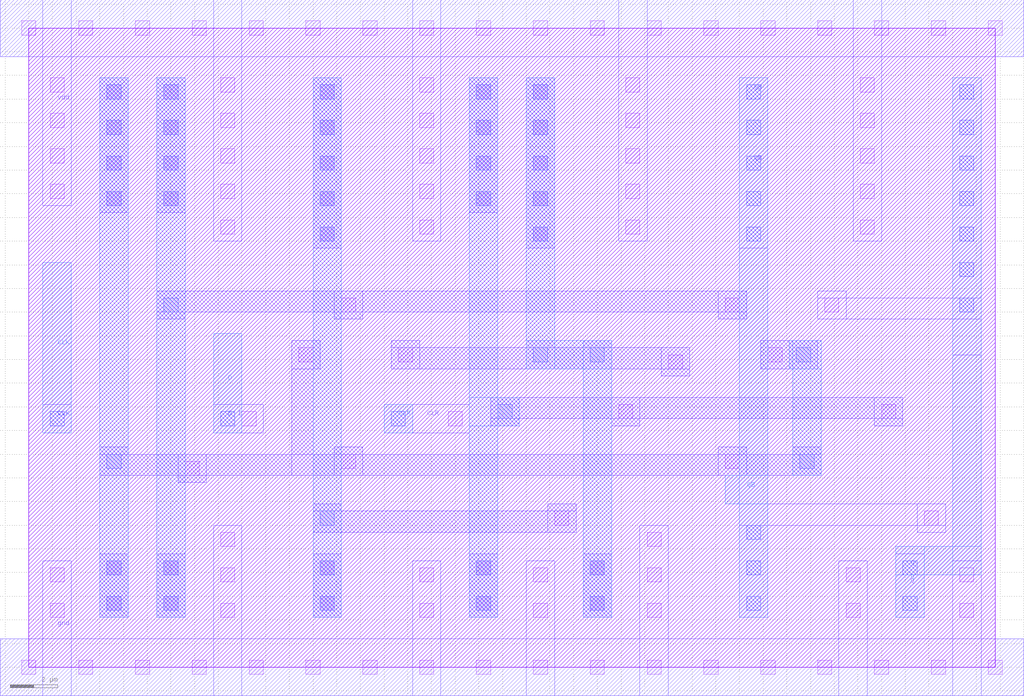
<source format=lef>
###########################
# 
# This is the TechHeader.lef file that contains the 
# technology information for the AMI C5N 0.5 micron 
# CMOS technology (SCN3M_SUBM when using MOSIS)
# 
# Erik Brunvand
###########################

VERSION 5.6 ;

BUSBITCHARS "[]" ;
DIVIDERCHAR "/" ;

PROPERTYDEFINITIONS
  LIBRARY minWidth REAL 1.5 ;
  LIBRARY PadType STRING "Perimeter" ;
  LIBRARY technology STRING "UofU_AMI_C5N" ;
  LIBRARY model STRING "ami06" ;
  LIBRARY gridResolution REAL 0.15 ;
  LIBRARY minLength REAL 0.6 ;
  LAYER sheetResistance INTEGER ;
END PROPERTYDEFINITIONS

UNITS
  DATABASE MICRONS 1000 ;
END UNITS
MANUFACTURINGGRID 0.15 ;

LAYER poly
  TYPE  MASTERSLICE ;
END poly

LAYER cc
  TYPE  CUT ;
  SPACING       0.9 ;
END cc

LAYER metal1
  TYPE ROUTING ;
  DIRECTION HORIZONTAL ;
  PITCH 3 3 ;
  WIDTH 0.9 ;
  SPACING 0.9 ;
  OFFSET 1.5 ;
  THICKNESS 0.64 ;
  HEIGHT 0.38 ;
  RESISTANCE RPERSQ 0.09 ;
  CAPACITANCE CPERSQDIST 3.2e-05 ;
  EDGECAPACITANCE 7.5e-05 ;
END metal1

LAYER via
  TYPE CUT ;
  SPACING 0.9 ;
END via

LAYER metal2
  TYPE ROUTING ;
  DIRECTION VERTICAL ;
  PITCH 2.4 2.4 ;
  WIDTH 0.9 ;
  SPACING 0.9 ;
  OFFSET        1.2 ;
  THICKNESS 0.57 ;
  HEIGHT 1.62 ;
  RESISTANCE RPERSQ 0.09 ;
  CAPACITANCE CPERSQDIST 1.6e-05 ;
  EDGECAPACITANCE 6.0e-05 ;
END metal2

LAYER via2
  TYPE CUT ;
  SPACING 0.9 ;
END via2

LAYER metal3
  TYPE ROUTING ;
  DIRECTION HORIZONTAL ;
  PITCH 3 3 ;
  WIDTH 1.5 ;
  SPACING 0.9 ;
  OFFSET        1.5 ;
  THICKNESS 0.77 ;
  HEIGHT 2.52 ;
  RESISTANCE RPERSQ 0.05 ;
  CAPACITANCE CPERSQDIST 1e-05 ;
  EDGECAPACITANCE 4.0e-05 ;
END metal3

LAYER OVERLAP
  TYPE OVERLAP ;
END OVERLAP

VIA M2_M1_via DEFAULT
  LAYER metal1 ;
    RECT -0.6 -0.6 0.6 0.6 ;
  LAYER via ;
    RECT -0.3 -0.3 0.3 0.3 ;
  LAYER metal2 ;
    RECT -0.6 -0.6 0.6 0.6 ;
END M2_M1_via

VIA M3_M2_via DEFAULT
  LAYER metal2 ;
    RECT -0.6 -0.6 0.6 0.6 ;
  LAYER via2 ;
    RECT -0.3 -0.3 0.3 0.3 ;
  LAYER metal3 ;
    RECT -0.9 -0.9 0.9 0.9 ;
END M3_M2_via

VIARULE M3_M2 GENERATE
  LAYER metal2 ;
    ENCLOSURE 0.3 0.3 ;
  LAYER metal3 ;
    ENCLOSURE 0.6 0.6 ;
  LAYER via2 ;
    RECT -0.3 -0.3 0.3 0.3 ;
    SPACING 1.5 BY 1.5 ;
END M3_M2

VIARULE M2_M1 GENERATE
  LAYER metal1 ;
    ENCLOSURE 0.3 0.3 ;
  LAYER metal2 ;
    ENCLOSURE 0.3 0.3 ;
  LAYER via ;
    RECT -0.3 -0.3 0.3 0.3 ;
    SPACING 1.5 BY 1.5 ;
END M2_M1

VIARULE viagen21 GENERATE
  LAYER metal1 ;
    WIDTH 1.2 TO 120 ;
    ENCLOSURE 0.3 0.3 ;
  LAYER metal2 ;
    WIDTH 1.2 TO 120 ;
    ENCLOSURE 0.3 0.3 ;
  LAYER via ;
    RECT -0.3 -0.3 0.3 0.3 ;
    SPACING 1.5 BY 1.5 ;
END viagen21

VIARULE viagen32 GENERATE
  LAYER metal2 ;
    WIDTH 1.2 TO 120 ;
    ENCLOSURE 0.6 0.6 ;
  LAYER metal3 ;
    WIDTH 1.8 TO 180 ;
    ENCLOSURE 0.6 0.6 ;
  LAYER via2 ;
    RECT -0.3 -0.3 0.3 0.3 ;
    SPACING 2.1 BY 2.1 ;
END viagen32

#SPACING
#  SAMENET metal1 metal1 0.9 ;
#  SAMENET metal2 metal2 0.9 ;
#  SAMENET metal3 metal3 0.9 ;
#END SPACING

SPACING
  SAMENET metal1  metal1        0.900  STACK ;
  SAMENET metal2  metal2        0.900  STACK ;
  SAMENET metal3  metal3        0.900 ;
  SAMENET cc  via       0.000  STACK ;
  SAMENET via  via      0.900 ;
  SAMENET via  via2     0.000  STACK ;
  SAMENET via2  via2    0.900 ;
END SPACING

SITE corner
  CLASS PAD ;
  SYMMETRY Y R90 ;
  SIZE 300 BY 300 ;
END corner

SITE IO
  CLASS PAD ;
  SYMMETRY Y ;
  SIZE 90 BY 300 ;
END IO

SITE  dbl_core
    CLASS       CORE ;
    SYMMETRY    Y ;
    SIZE        2.400 BY 54.000 ;
END  dbl_core

SITE core
  CLASS CORE ;
  SYMMETRY Y ;
  SIZE 2.4 BY 27 ;
END core

MACRO XOR2X1
    CLASS CORE ;
    FOREIGN XOR2X1 0 0 ;
    ORIGIN 0.00 0.00 ;
    SIZE 16.80 BY 27.00 ;
    SYMMETRY X Y ;
    SITE core ;
    PIN A
        DIRECTION INPUT ;
        PORT
        LAYER via ;
        RECT  3.30 13.20 3.90 13.80 ;
        LAYER metal2 ;
        RECT  3.00 12.90 4.20 14.10 ;
        LAYER metal1 ;
        RECT  3.00 12.90 4.20 14.10 ;
        END
    END A
    PIN Y
        DIRECTION OUTPUT ;
        PORT
        LAYER via ;
        RECT  5.70 6.90 6.30 7.50 ;
        RECT  5.70 18.00 6.30 18.60 ;
        LAYER metal2 ;
        RECT  5.40 6.60 6.60 18.90 ;
        LAYER metal1 ;
        RECT  5.40 5.10 8.40 6.30 ;
        RECT  7.20 2.10 8.40 6.30 ;
        RECT  5.40 5.10 6.60 7.80 ;
        RECT  6.90 17.70 8.10 24.90 ;
        RECT  5.40 17.70 8.10 18.90 ;
        END
    END Y
    PIN B
        DIRECTION INPUT ;
        PORT
        LAYER via ;
        RECT  12.90 12.90 13.50 13.50 ;
        LAYER metal2 ;
        RECT  12.60 12.60 13.80 14.10 ;
        LAYER metal1 ;
        RECT  12.60 12.60 13.80 13.80 ;
        RECT  7.80 12.60 13.80 13.50 ;
        RECT  7.80 12.30 9.00 13.50 ;
        END
    END B
    PIN gnd!
        DIRECTION INOUT ;
        USE GROUND ;
        SHAPE ABUTMENT ;
        PORT
        LAYER metal1 ;
        RECT  -1.20 -1.20 18.00 1.20 ;
        RECT  11.10 -1.20 12.30 7.50 ;
        RECT  3.00 -1.20 4.20 7.50 ;
        END
    END gnd!
    PIN vdd!
        DIRECTION INOUT ;
        USE POWER ;
        SHAPE ABUTMENT ;
        PORT
        LAYER metal1 ;
        RECT  -1.20 25.80 18.00 28.20 ;
        RECT  11.10 16.50 12.30 28.20 ;
        RECT  3.00 16.50 4.20 28.20 ;
        END
    END vdd!
    OBS
        LAYER cc ;
        RECT  -0.30 26.70 0.30 27.30 ;
        RECT  -0.30 -0.30 0.30 0.30 ;
        RECT  0.90 24.00 1.50 24.60 ;
        RECT  0.90 22.50 1.50 23.10 ;
        RECT  0.90 21.00 1.50 21.60 ;
        RECT  0.90 19.50 1.50 20.10 ;
        RECT  0.90 3.90 1.50 4.50 ;
        RECT  0.90 2.40 1.50 3.00 ;
        RECT  2.10 26.70 2.70 27.30 ;
        RECT  2.10 -0.30 2.70 0.30 ;
        RECT  3.30 24.30 3.90 24.90 ;
        RECT  3.30 22.80 3.90 23.40 ;
        RECT  3.30 21.30 3.90 21.90 ;
        RECT  3.30 19.80 3.90 20.40 ;
        RECT  3.30 18.30 3.90 18.90 ;
        RECT  3.30 16.80 3.90 17.40 ;
        RECT  3.30 13.20 3.90 13.80 ;
        RECT  3.30 6.60 3.90 7.20 ;
        RECT  3.30 5.10 3.90 5.70 ;
        RECT  3.30 3.60 3.90 4.20 ;
        RECT  3.30 2.10 3.90 2.70 ;
        RECT  4.50 26.70 5.10 27.30 ;
        RECT  4.50 -0.30 5.10 0.30 ;
        RECT  6.60 15.00 7.20 15.60 ;
        RECT  6.90 26.70 7.50 27.30 ;
        RECT  6.90 -0.30 7.50 0.30 ;
        RECT  7.20 24.00 7.80 24.60 ;
        RECT  7.20 22.50 7.80 23.10 ;
        RECT  7.20 21.00 7.80 21.60 ;
        RECT  7.20 19.50 7.80 20.10 ;
        RECT  7.20 18.00 7.80 18.60 ;
        RECT  7.50 5.40 8.10 6.00 ;
        RECT  7.50 3.90 8.10 4.50 ;
        RECT  7.50 2.40 8.10 3.00 ;
        RECT  8.10 12.60 8.70 13.20 ;
        RECT  8.10 8.70 8.70 9.30 ;
        RECT  9.30 26.70 9.90 27.30 ;
        RECT  9.30 -0.30 9.90 0.30 ;
        RECT  10.50 10.80 11.10 11.40 ;
        RECT  11.40 24.30 12.00 24.90 ;
        RECT  11.40 22.80 12.00 23.40 ;
        RECT  11.40 21.30 12.00 21.90 ;
        RECT  11.40 19.80 12.00 20.40 ;
        RECT  11.40 18.30 12.00 18.90 ;
        RECT  11.40 16.80 12.00 17.40 ;
        RECT  11.40 6.60 12.00 7.20 ;
        RECT  11.40 5.10 12.00 5.70 ;
        RECT  11.40 3.60 12.00 4.20 ;
        RECT  11.40 2.10 12.00 2.70 ;
        RECT  11.70 26.70 12.30 27.30 ;
        RECT  11.70 -0.30 12.30 0.30 ;
        RECT  12.90 12.90 13.50 13.50 ;
        RECT  13.80 24.00 14.40 24.60 ;
        RECT  13.80 22.50 14.40 23.10 ;
        RECT  13.80 21.00 14.40 21.60 ;
        RECT  13.80 19.50 14.40 20.10 ;
        RECT  13.80 3.90 14.40 4.50 ;
        RECT  13.80 2.40 14.40 3.00 ;
        RECT  14.10 26.70 14.70 27.30 ;
        RECT  14.10 -0.30 14.70 0.30 ;
        RECT  16.50 26.70 17.10 27.30 ;
        RECT  16.50 -0.30 17.10 0.30 ;
        LAYER metal1 ;
        RECT  0.60 10.50 11.40 11.40 ;
        RECT  10.20 10.50 11.40 11.70 ;
        RECT  0.60 2.10 1.80 24.90 ;
        RECT  13.50 2.10 15.90 4.80 ;
        RECT  7.80 8.40 15.90 9.60 ;
        RECT  6.30 14.70 15.90 15.60 ;
        RECT  6.30 14.70 7.50 15.90 ;
        RECT  14.70 2.10 15.90 24.90 ;
        RECT  13.50 19.20 15.90 24.90 ;
    END
END XOR2X1

MACRO XNOR2X1
    CLASS CORE ;
    FOREIGN XNOR2X1 0 0 ;
    ORIGIN 0.00 0.00 ;
    SIZE 16.80 BY 27.00 ;
    SYMMETRY X Y ;
    SITE core ;
    PIN A
        DIRECTION INPUT ;
        PORT
        LAYER via ;
        RECT  3.30 13.20 3.90 13.80 ;
        LAYER metal2 ;
        RECT  3.00 12.90 4.20 14.10 ;
        LAYER metal1 ;
        RECT  3.00 12.90 4.20 14.10 ;
        END
    END A
    PIN Y
        DIRECTION OUTPUT ;
        PORT
        LAYER via ;
        RECT  5.70 6.90 6.30 7.50 ;
        RECT  5.70 18.00 6.30 18.60 ;
        LAYER metal2 ;
        RECT  5.40 6.60 6.60 18.90 ;
        LAYER metal1 ;
        RECT  5.40 5.10 8.40 6.30 ;
        RECT  7.20 2.10 8.40 6.30 ;
        RECT  5.40 5.10 6.60 7.80 ;
        RECT  6.90 17.70 8.10 24.90 ;
        RECT  5.40 17.70 8.10 18.90 ;
        END
    END Y
    PIN B
        DIRECTION INPUT ;
        PORT
        LAYER via ;
        RECT  12.90 9.90 13.50 10.50 ;
        LAYER metal2 ;
        RECT  12.60 9.60 13.80 11.10 ;
        LAYER metal1 ;
        RECT  12.60 8.40 13.80 10.80 ;
        RECT  7.80 8.40 13.80 9.60 ;
        END
    END B
    PIN gnd!
        DIRECTION INOUT ;
        USE GROUND ;
        SHAPE ABUTMENT ;
        PORT
        LAYER metal1 ;
        RECT  -1.20 -1.20 18.00 1.20 ;
        RECT  11.10 -1.20 12.30 7.50 ;
        RECT  3.00 -1.20 4.20 7.50 ;
        END
    END gnd!
    PIN vdd!
        DIRECTION INOUT ;
        USE POWER ;
        SHAPE ABUTMENT ;
        PORT
        LAYER metal1 ;
        RECT  -1.20 25.80 18.00 28.20 ;
        RECT  11.10 16.50 12.30 28.20 ;
        RECT  3.00 16.50 4.20 28.20 ;
        END
    END vdd!
    OBS
        LAYER cc ;
        RECT  -0.30 26.70 0.30 27.30 ;
        RECT  -0.30 -0.30 0.30 0.30 ;
        RECT  0.90 24.00 1.50 24.60 ;
        RECT  0.90 22.50 1.50 23.10 ;
        RECT  0.90 21.00 1.50 21.60 ;
        RECT  0.90 19.50 1.50 20.10 ;
        RECT  0.90 3.90 1.50 4.50 ;
        RECT  0.90 2.40 1.50 3.00 ;
        RECT  2.10 26.70 2.70 27.30 ;
        RECT  2.10 -0.30 2.70 0.30 ;
        RECT  3.30 24.30 3.90 24.90 ;
        RECT  3.30 22.80 3.90 23.40 ;
        RECT  3.30 21.30 3.90 21.90 ;
        RECT  3.30 19.80 3.90 20.40 ;
        RECT  3.30 18.30 3.90 18.90 ;
        RECT  3.30 16.80 3.90 17.40 ;
        RECT  3.30 13.20 3.90 13.80 ;
        RECT  3.30 6.60 3.90 7.20 ;
        RECT  3.30 5.10 3.90 5.70 ;
        RECT  3.30 3.60 3.90 4.20 ;
        RECT  3.30 2.10 3.90 2.70 ;
        RECT  4.50 26.70 5.10 27.30 ;
        RECT  4.50 -0.30 5.10 0.30 ;
        RECT  6.60 15.00 7.20 15.60 ;
        RECT  6.90 26.70 7.50 27.30 ;
        RECT  6.90 -0.30 7.50 0.30 ;
        RECT  7.20 24.00 7.80 24.60 ;
        RECT  7.20 22.50 7.80 23.10 ;
        RECT  7.20 21.00 7.80 21.60 ;
        RECT  7.20 19.50 7.80 20.10 ;
        RECT  7.20 18.00 7.80 18.60 ;
        RECT  7.50 5.40 8.10 6.00 ;
        RECT  7.50 3.90 8.10 4.50 ;
        RECT  7.50 2.40 8.10 3.00 ;
        RECT  8.10 12.60 8.70 13.20 ;
        RECT  8.10 8.70 8.70 9.30 ;
        RECT  9.30 26.70 9.90 27.30 ;
        RECT  9.30 -0.30 9.90 0.30 ;
        RECT  10.50 10.80 11.10 11.40 ;
        RECT  11.40 24.30 12.00 24.90 ;
        RECT  11.40 22.80 12.00 23.40 ;
        RECT  11.40 21.30 12.00 21.90 ;
        RECT  11.40 19.80 12.00 20.40 ;
        RECT  11.40 18.30 12.00 18.90 ;
        RECT  11.40 16.80 12.00 17.40 ;
        RECT  11.40 6.60 12.00 7.20 ;
        RECT  11.40 5.10 12.00 5.70 ;
        RECT  11.40 3.60 12.00 4.20 ;
        RECT  11.40 2.10 12.00 2.70 ;
        RECT  11.70 26.70 12.30 27.30 ;
        RECT  11.70 -0.30 12.30 0.30 ;
        RECT  12.75 14.70 13.35 15.30 ;
        RECT  12.90 9.90 13.50 10.50 ;
        RECT  13.80 24.00 14.40 24.60 ;
        RECT  13.80 22.50 14.40 23.10 ;
        RECT  13.80 21.00 14.40 21.60 ;
        RECT  13.80 19.50 14.40 20.10 ;
        RECT  13.80 3.90 14.40 4.50 ;
        RECT  13.80 2.40 14.40 3.00 ;
        RECT  14.10 26.70 14.70 27.30 ;
        RECT  14.10 -0.30 14.70 0.30 ;
        RECT  16.50 26.70 17.10 27.30 ;
        RECT  16.50 -0.30 17.10 0.30 ;
        LAYER metal1 ;
        RECT  0.60 10.50 11.40 11.40 ;
        RECT  10.20 10.50 11.40 11.70 ;
        RECT  0.60 2.10 1.80 24.90 ;
        RECT  12.45 14.40 13.65 15.60 ;
        RECT  6.30 14.70 13.65 15.60 ;
        RECT  6.30 14.70 7.50 15.90 ;
        RECT  13.50 2.10 15.90 4.80 ;
        RECT  7.80 12.30 9.00 13.50 ;
        RECT  7.80 12.60 15.90 13.50 ;
        RECT  14.70 2.10 15.90 24.90 ;
        RECT  13.50 19.20 15.90 24.90 ;
    END
END XNOR2X1

MACRO TIELO
    CLASS CORE ;
    FOREIGN TIELO 0 0 ;
    ORIGIN 0.00 0.00 ;
    SIZE 4.80 BY 27.00 ;
    SYMMETRY X Y ;
    SITE core ;
    PIN Y
        DIRECTION OUTPUT ;
        PORT
        LAYER via ;
        RECT  3.30 2.40 3.90 3.00 ;
        RECT  3.30 3.90 3.90 4.50 ;
        LAYER metal2 ;
        RECT  3.00 2.10 4.20 5.10 ;
        LAYER metal1 ;
        RECT  3.00 2.10 4.20 5.10 ;
        END
    END Y
    PIN vdd!
        DIRECTION INOUT ;
        USE POWER ;
        SHAPE ABUTMENT ;
        PORT
        LAYER metal1 ;
        RECT  -1.20 25.80 6.00 28.20 ;
        RECT  0.60 19.50 1.80 28.20 ;
        END
    END vdd!
    PIN gnd!
        DIRECTION INOUT ;
        USE GROUND ;
        SHAPE ABUTMENT ;
        PORT
        LAYER metal1 ;
        RECT  -1.20 -1.20 6.00 1.20 ;
        RECT  0.60 -1.20 1.80 4.50 ;
        END
    END gnd!
    OBS
        LAYER cc ;
        RECT  -0.30 26.70 0.30 27.30 ;
        RECT  -0.30 -0.30 0.30 0.30 ;
        RECT  0.90 24.30 1.50 24.90 ;
        RECT  0.90 22.80 1.50 23.40 ;
        RECT  0.90 21.30 1.50 21.90 ;
        RECT  0.90 19.80 1.50 20.40 ;
        RECT  0.90 3.60 1.50 4.20 ;
        RECT  0.90 2.10 1.50 2.70 ;
        RECT  2.10 26.70 2.70 27.30 ;
        RECT  2.10 -0.30 2.70 0.30 ;
        RECT  3.30 24.00 3.90 24.60 ;
        RECT  3.30 22.50 3.90 23.10 ;
        RECT  3.30 21.00 3.90 21.60 ;
        RECT  3.30 19.50 3.90 20.10 ;
        RECT  3.30 17.70 3.90 18.30 ;
        RECT  3.30 3.90 3.90 4.50 ;
        RECT  3.30 2.40 3.90 3.00 ;
        RECT  4.50 26.70 5.10 27.30 ;
        RECT  4.50 -0.30 5.10 0.30 ;
        LAYER metal1 ;
        RECT  3.00 17.40 4.20 24.90 ;
    END
END TIELO

MACRO TIEHI
    CLASS CORE ;
    FOREIGN TIEHI 0 0 ;
    ORIGIN 0.00 0.00 ;
    SIZE 4.80 BY 27.00 ;
    SYMMETRY X Y ;
    SITE core ;
    PIN Y
        DIRECTION OUTPUT ;
        PORT
        LAYER via ;
        RECT  3.30 19.50 3.90 20.10 ;
        RECT  3.30 21.00 3.90 21.60 ;
        RECT  3.30 22.50 3.90 23.10 ;
        RECT  3.30 24.00 3.90 24.60 ;
        LAYER metal2 ;
        RECT  3.00 19.20 4.20 24.90 ;
        LAYER metal1 ;
        RECT  3.00 19.20 4.20 24.90 ;
        END
    END Y
    PIN vdd!
        DIRECTION INOUT ;
        USE POWER ;
        SHAPE ABUTMENT ;
        PORT
        LAYER metal1 ;
        RECT  -1.20 25.80 6.00 28.20 ;
        RECT  0.60 19.50 1.80 28.20 ;
        END
    END vdd!
    PIN gnd!
        DIRECTION INOUT ;
        USE GROUND ;
        SHAPE ABUTMENT ;
        PORT
        LAYER metal1 ;
        RECT  -1.20 -1.20 6.00 1.20 ;
        RECT  0.60 -1.20 1.80 4.50 ;
        END
    END gnd!
    OBS
        LAYER cc ;
        RECT  -0.30 26.70 0.30 27.30 ;
        RECT  -0.30 -0.30 0.30 0.30 ;
        RECT  0.90 24.30 1.50 24.90 ;
        RECT  0.90 22.80 1.50 23.40 ;
        RECT  0.90 21.30 1.50 21.90 ;
        RECT  0.90 19.80 1.50 20.40 ;
        RECT  0.90 3.60 1.50 4.20 ;
        RECT  0.90 2.10 1.50 2.70 ;
        RECT  2.10 26.70 2.70 27.30 ;
        RECT  2.10 -0.30 2.70 0.30 ;
        RECT  3.30 24.00 3.90 24.60 ;
        RECT  3.30 22.50 3.90 23.10 ;
        RECT  3.30 21.00 3.90 21.60 ;
        RECT  3.30 19.50 3.90 20.10 ;
        RECT  3.30 5.70 3.90 6.30 ;
        RECT  3.30 3.90 3.90 4.50 ;
        RECT  3.30 2.40 3.90 3.00 ;
        RECT  4.50 26.70 5.10 27.30 ;
        RECT  4.50 -0.30 5.10 0.30 ;
        LAYER metal1 ;
        RECT  3.00 2.10 4.20 6.60 ;
    END
END TIEHI

MACRO OAI22X1
    CLASS CORE ;
    FOREIGN OAI22X1 0 0 ;
    ORIGIN 0.00 0.00 ;
    SIZE 12.00 BY 27.00 ;
    SYMMETRY X Y ;
    SITE core ;
    PIN Y
        DIRECTION OUTPUT ;
        PORT
        LAYER via ;
        RECT  3.30 2.40 3.90 3.00 ;
        RECT  3.30 3.90 3.90 4.50 ;
        RECT  3.30 13.50 3.90 14.10 ;
        RECT  3.30 15.00 3.90 15.60 ;
        RECT  3.30 16.50 3.90 17.10 ;
        RECT  3.30 18.00 3.90 18.60 ;
        LAYER metal2 ;
        RECT  3.00 2.10 4.20 18.90 ;
        LAYER metal1 ;
        RECT  5.40 13.20 6.60 24.90 ;
        RECT  3.00 13.20 6.60 18.90 ;
        RECT  3.00 2.10 4.20 4.80 ;
        END
    END Y
    PIN A
        DIRECTION INPUT ;
        PORT
        LAYER via ;
        RECT  7.20 7.80 7.80 8.40 ;
        LAYER metal2 ;
        RECT  6.90 7.50 9.00 8.70 ;
        RECT  7.80 6.90 9.00 8.70 ;
        LAYER metal1 ;
        RECT  6.90 7.50 8.10 8.70 ;
        END
    END A
    PIN B
        DIRECTION INPUT ;
        PORT
        LAYER via ;
        RECT  10.50 10.20 11.10 10.80 ;
        LAYER metal2 ;
        RECT  10.20 3.90 11.40 11.10 ;
        LAYER metal1 ;
        RECT  10.20 9.90 11.40 11.10 ;
        END
    END B
    PIN C
        DIRECTION INPUT ;
        PORT
        LAYER via ;
        RECT  5.70 10.20 6.30 10.80 ;
        LAYER metal2 ;
        RECT  5.40 9.90 6.60 11.10 ;
        LAYER metal1 ;
        RECT  4.50 9.90 6.60 11.10 ;
        END
    END C
    PIN D
        DIRECTION INPUT ;
        PORT
        LAYER via ;
        RECT  0.90 12.00 1.50 12.60 ;
        LAYER metal2 ;
        RECT  0.60 11.70 1.80 14.10 ;
        LAYER metal1 ;
        RECT  0.60 11.70 1.80 12.90 ;
        END
    END D
    PIN vdd!
        DIRECTION INPUT ;
        USE POWER ;
        SHAPE ABUTMENT ;
        PORT
        LAYER metal1 ;
        RECT  -1.20 25.80 13.20 28.20 ;
        RECT  9.45 13.50 10.65 28.20 ;
        RECT  0.90 15.00 2.10 28.20 ;
        END
    END vdd!
    PIN gnd!
        DIRECTION INPUT ;
        USE GROUND ;
        SHAPE ABUTMENT ;
        PORT
        LAYER metal1 ;
        RECT  -1.20 -1.20 13.20 1.20 ;
        RECT  7.80 -1.20 9.00 4.50 ;
        END
    END gnd!
    OBS
        LAYER cc ;
        RECT  -0.30 26.70 0.30 27.30 ;
        RECT  -0.30 -0.30 0.30 0.30 ;
        RECT  0.90 12.00 1.50 12.60 ;
        RECT  0.90 3.90 1.50 4.50 ;
        RECT  0.90 2.40 1.50 3.00 ;
        RECT  1.20 24.30 1.80 24.90 ;
        RECT  1.20 22.80 1.80 23.40 ;
        RECT  1.20 21.30 1.80 21.90 ;
        RECT  1.20 19.80 1.80 20.40 ;
        RECT  1.20 18.30 1.80 18.90 ;
        RECT  1.20 16.80 1.80 17.40 ;
        RECT  1.20 15.30 1.80 15.90 ;
        RECT  2.10 26.70 2.70 27.30 ;
        RECT  2.10 -0.30 2.70 0.30 ;
        RECT  3.30 3.90 3.90 4.50 ;
        RECT  3.30 2.40 3.90 3.00 ;
        RECT  4.50 26.70 5.10 27.30 ;
        RECT  4.50 -0.30 5.10 0.30 ;
        RECT  4.80 10.20 5.40 10.80 ;
        RECT  5.70 24.00 6.30 24.60 ;
        RECT  5.70 22.50 6.30 23.10 ;
        RECT  5.70 21.00 6.30 21.60 ;
        RECT  5.70 19.50 6.30 20.10 ;
        RECT  5.70 18.00 6.30 18.60 ;
        RECT  5.70 16.50 6.30 17.10 ;
        RECT  5.70 15.00 6.30 15.60 ;
        RECT  5.70 13.50 6.30 14.10 ;
        RECT  5.70 3.90 6.30 4.50 ;
        RECT  5.70 2.40 6.30 3.00 ;
        RECT  6.90 26.70 7.50 27.30 ;
        RECT  6.90 -0.30 7.50 0.30 ;
        RECT  7.20 7.80 7.80 8.40 ;
        RECT  8.10 3.60 8.70 4.20 ;
        RECT  8.10 2.10 8.70 2.70 ;
        RECT  9.30 26.70 9.90 27.30 ;
        RECT  9.30 -0.30 9.90 0.30 ;
        RECT  9.75 24.30 10.35 24.90 ;
        RECT  9.75 22.80 10.35 23.40 ;
        RECT  9.75 21.30 10.35 21.90 ;
        RECT  9.75 19.80 10.35 20.40 ;
        RECT  9.75 18.30 10.35 18.90 ;
        RECT  9.75 16.80 10.35 17.40 ;
        RECT  9.75 15.30 10.35 15.90 ;
        RECT  9.75 13.80 10.35 14.40 ;
        RECT  10.50 10.20 11.10 10.80 ;
        RECT  10.50 3.90 11.10 4.50 ;
        RECT  10.50 2.40 11.10 3.00 ;
        RECT  11.70 26.70 12.30 27.30 ;
        RECT  11.70 -0.30 12.30 0.30 ;
        LAYER metal1 ;
        RECT  0.60 2.10 1.80 6.60 ;
        RECT  5.40 2.10 6.60 6.60 ;
        RECT  10.20 2.10 11.40 6.60 ;
        RECT  0.60 5.70 11.40 6.60 ;
    END
END OAI22X1

MACRO OAI21X1
    CLASS CORE ;
    FOREIGN OAI21X1 0 0 ;
    ORIGIN 0.00 0.00 ;
    SIZE 9.60 BY 27.00 ;
    SYMMETRY X Y ;
    SITE core ;
    PIN A
        DIRECTION INPUT ;
        PORT
        LAYER via ;
        RECT  5.70 10.20 6.30 10.80 ;
        LAYER metal2 ;
        RECT  5.40 9.90 6.60 11.10 ;
        LAYER metal1 ;
        RECT  3.90 9.90 6.60 11.10 ;
        END
    END A
    PIN B
        DIRECTION INPUT ;
        PORT
        LAYER via ;
        RECT  8.10 10.20 8.70 10.80 ;
        LAYER metal2 ;
        RECT  7.80 6.90 9.00 11.10 ;
        LAYER metal1 ;
        RECT  7.80 9.90 9.00 11.10 ;
        END
    END B
    PIN C
        DIRECTION INPUT ;
        PORT
        LAYER via ;
        RECT  0.90 16.20 1.50 16.80 ;
        LAYER metal2 ;
        RECT  0.60 15.90 1.80 17.10 ;
        LAYER metal1 ;
        RECT  0.60 15.90 1.80 17.10 ;
        END
    END C
    PIN Y
        DIRECTION OUTPUT ;
        PORT
        LAYER via ;
        RECT  3.30 13.50 3.90 14.10 ;
        RECT  3.30 15.00 3.90 15.60 ;
        RECT  3.30 16.50 3.90 17.10 ;
        RECT  3.30 18.00 3.90 18.60 ;
        LAYER metal2 ;
        RECT  3.00 13.20 4.20 18.90 ;
        LAYER metal1 ;
        RECT  3.00 12.00 4.20 24.90 ;
        RECT  0.60 12.00 4.20 13.20 ;
        RECT  0.60 2.10 1.80 13.20 ;
        END
    END Y
    PIN vdd!
        DIRECTION INOUT ;
        USE POWER ;
        SHAPE ABUTMENT ;
        PORT
        LAYER metal1 ;
        RECT  -1.20 25.80 10.80 28.20 ;
        RECT  6.90 13.50 8.10 28.20 ;
        RECT  0.60 19.50 1.80 28.20 ;
        END
    END vdd!
    PIN gnd!
        DIRECTION INOUT ;
        USE GROUND ;
        SHAPE ABUTMENT ;
        PORT
        LAYER metal1 ;
        RECT  -1.20 -1.20 10.80 1.20 ;
        RECT  5.40 -1.20 6.60 6.00 ;
        END
    END gnd!
    OBS
        LAYER cc ;
        RECT  -0.30 26.70 0.30 27.30 ;
        RECT  -0.30 -0.30 0.30 0.30 ;
        RECT  0.90 24.30 1.50 24.90 ;
        RECT  0.90 22.80 1.50 23.40 ;
        RECT  0.90 21.30 1.50 21.90 ;
        RECT  0.90 19.80 1.50 20.40 ;
        RECT  0.90 16.20 1.50 16.80 ;
        RECT  0.90 6.90 1.50 7.50 ;
        RECT  0.90 5.40 1.50 6.00 ;
        RECT  0.90 3.90 1.50 4.50 ;
        RECT  0.90 2.40 1.50 3.00 ;
        RECT  2.10 26.70 2.70 27.30 ;
        RECT  2.10 -0.30 2.70 0.30 ;
        RECT  3.30 24.00 3.90 24.60 ;
        RECT  3.30 22.50 3.90 23.10 ;
        RECT  3.30 21.00 3.90 21.60 ;
        RECT  3.30 19.50 3.90 20.10 ;
        RECT  3.30 18.00 3.90 18.60 ;
        RECT  3.30 16.50 3.90 17.10 ;
        RECT  3.30 15.00 3.90 15.60 ;
        RECT  3.30 13.50 3.90 14.10 ;
        RECT  3.30 6.90 3.90 7.50 ;
        RECT  3.30 5.40 3.90 6.00 ;
        RECT  3.30 3.90 3.90 4.50 ;
        RECT  3.30 2.40 3.90 3.00 ;
        RECT  4.20 10.20 4.80 10.80 ;
        RECT  4.50 26.70 5.10 27.30 ;
        RECT  4.50 -0.30 5.10 0.30 ;
        RECT  5.70 5.10 6.30 5.70 ;
        RECT  5.70 3.60 6.30 4.20 ;
        RECT  5.70 2.10 6.30 2.70 ;
        RECT  6.90 26.70 7.50 27.30 ;
        RECT  6.90 -0.30 7.50 0.30 ;
        RECT  7.20 24.30 7.80 24.90 ;
        RECT  7.20 22.80 7.80 23.40 ;
        RECT  7.20 21.30 7.80 21.90 ;
        RECT  7.20 19.80 7.80 20.40 ;
        RECT  7.20 18.30 7.80 18.90 ;
        RECT  7.20 16.80 7.80 17.40 ;
        RECT  7.20 15.30 7.80 15.90 ;
        RECT  7.20 13.80 7.80 14.40 ;
        RECT  8.10 10.20 8.70 10.80 ;
        RECT  8.10 6.90 8.70 7.50 ;
        RECT  8.10 5.40 8.70 6.00 ;
        RECT  8.10 3.90 8.70 4.50 ;
        RECT  8.10 2.40 8.70 3.00 ;
        RECT  9.30 26.70 9.90 27.30 ;
        RECT  9.30 -0.30 9.90 0.30 ;
        LAYER metal1 ;
        RECT  3.00 2.10 4.20 8.10 ;
        RECT  7.80 2.10 9.00 8.10 ;
        RECT  3.00 6.90 9.00 8.10 ;
    END
END OAI21X1

MACRO NOR3X1
    CLASS CORE ;
    FOREIGN NOR3X1 0 0 ;
    ORIGIN 0.00 0.00 ;
    SIZE 19.20 BY 27.00 ;
    SYMMETRY X Y ;
    SITE core ;
    PIN C
        DIRECTION INPUT ;
        PORT
        LAYER via ;
        RECT  15.30 10.20 15.90 10.80 ;
        LAYER metal2 ;
        RECT  15.00 9.90 16.20 14.40 ;
        LAYER metal1 ;
        RECT  15.00 9.90 16.20 11.10 ;
        END
    END C
    PIN B
        DIRECTION INPUT ;
        PORT
        LAYER via ;
        RECT  8.10 10.20 8.70 10.80 ;
        LAYER metal2 ;
        RECT  7.80 9.90 9.00 11.10 ;
        LAYER metal1 ;
        RECT  7.80 9.90 9.00 11.10 ;
        END
    END B
    PIN A
        DIRECTION INPUT ;
        PORT
        LAYER via ;
        RECT  3.30 7.20 3.90 7.80 ;
        LAYER metal2 ;
        RECT  3.00 6.90 4.20 8.10 ;
        LAYER metal1 ;
        RECT  3.00 6.90 4.20 8.10 ;
        END
    END A
    PIN Y
        DIRECTION OUTPUT ;
        PORT
        LAYER via ;
        RECT  17.70 22.50 18.30 23.10 ;
        LAYER metal2 ;
        RECT  17.40 22.20 18.60 23.40 ;
        LAYER metal1 ;
        RECT  17.40 13.50 18.60 23.40 ;
        RECT  12.60 13.50 18.60 14.40 ;
        RECT  8.70 5.55 14.70 6.45 ;
        RECT  13.50 2.10 14.70 6.45 ;
        RECT  12.60 5.55 13.80 21.90 ;
        RECT  8.70 2.10 9.90 6.45 ;
        END
    END Y
    PIN vdd!
        DIRECTION INOUT ;
        USE POWER ;
        SHAPE ABUTMENT ;
        PORT
        LAYER metal1 ;
        RECT  -1.20 25.80 20.40 28.20 ;
        RECT  3.00 16.20 4.20 28.20 ;
        END
    END vdd!
    PIN gnd!
        DIRECTION INOUT ;
        USE GROUND ;
        SHAPE ABUTMENT ;
        PORT
        LAYER metal1 ;
        RECT  -1.20 -1.20 20.40 1.20 ;
        RECT  11.10 -1.20 12.30 4.50 ;
        RECT  6.30 -1.20 7.50 4.50 ;
        END
    END gnd!
    OBS
        LAYER cc ;
        RECT  -0.30 26.70 0.30 27.30 ;
        RECT  -0.30 -0.30 0.30 0.30 ;
        RECT  0.90 22.50 1.50 23.10 ;
        RECT  0.90 21.00 1.50 21.60 ;
        RECT  0.90 19.50 1.50 20.10 ;
        RECT  0.90 18.00 1.50 18.60 ;
        RECT  0.90 16.50 1.50 17.10 ;
        RECT  0.90 15.00 1.50 15.60 ;
        RECT  2.10 26.70 2.70 27.30 ;
        RECT  2.10 -0.30 2.70 0.30 ;
        RECT  3.30 22.80 3.90 23.40 ;
        RECT  3.30 21.30 3.90 21.90 ;
        RECT  3.30 19.80 3.90 20.40 ;
        RECT  3.30 18.30 3.90 18.90 ;
        RECT  3.30 16.80 3.90 17.40 ;
        RECT  3.30 7.20 3.90 7.80 ;
        RECT  4.50 26.70 5.10 27.30 ;
        RECT  4.50 -0.30 5.10 0.30 ;
        RECT  5.70 22.50 6.30 23.10 ;
        RECT  5.70 21.00 6.30 21.60 ;
        RECT  5.70 19.50 6.30 20.10 ;
        RECT  5.70 18.00 6.30 18.60 ;
        RECT  5.70 16.50 6.30 17.10 ;
        RECT  5.70 15.00 6.30 15.60 ;
        RECT  6.60 3.60 7.20 4.20 ;
        RECT  6.60 2.10 7.20 2.70 ;
        RECT  6.90 26.70 7.50 27.30 ;
        RECT  6.90 -0.30 7.50 0.30 ;
        RECT  8.10 22.50 8.70 23.10 ;
        RECT  8.10 21.00 8.70 21.60 ;
        RECT  8.10 19.50 8.70 20.10 ;
        RECT  8.10 18.00 8.70 18.60 ;
        RECT  8.10 16.50 8.70 17.10 ;
        RECT  8.10 10.20 8.70 10.80 ;
        RECT  9.00 3.90 9.60 4.50 ;
        RECT  9.00 2.40 9.60 3.00 ;
        RECT  9.30 26.70 9.90 27.30 ;
        RECT  9.30 -0.30 9.90 0.30 ;
        RECT  10.50 21.00 11.10 21.60 ;
        RECT  10.50 19.50 11.10 20.10 ;
        RECT  10.50 18.00 11.10 18.60 ;
        RECT  10.50 16.50 11.10 17.10 ;
        RECT  10.50 15.00 11.10 15.60 ;
        RECT  11.40 3.60 12.00 4.20 ;
        RECT  11.40 2.10 12.00 2.70 ;
        RECT  11.70 26.70 12.30 27.30 ;
        RECT  11.70 -0.30 12.30 0.30 ;
        RECT  12.90 21.00 13.50 21.60 ;
        RECT  12.90 19.50 13.50 20.10 ;
        RECT  12.90 18.00 13.50 18.60 ;
        RECT  12.90 16.50 13.50 17.10 ;
        RECT  12.90 15.00 13.50 15.60 ;
        RECT  13.80 3.90 14.40 4.50 ;
        RECT  13.80 2.40 14.40 3.00 ;
        RECT  14.10 26.70 14.70 27.30 ;
        RECT  14.10 -0.30 14.70 0.30 ;
        RECT  15.30 22.50 15.90 23.10 ;
        RECT  15.30 21.00 15.90 21.60 ;
        RECT  15.30 19.50 15.90 20.10 ;
        RECT  15.30 18.00 15.90 18.60 ;
        RECT  15.30 16.50 15.90 17.10 ;
        RECT  15.30 10.20 15.90 10.80 ;
        RECT  16.50 26.70 17.10 27.30 ;
        RECT  16.50 -0.30 17.10 0.30 ;
        RECT  17.70 22.50 18.30 23.10 ;
        RECT  17.70 21.00 18.30 21.60 ;
        RECT  17.70 19.50 18.30 20.10 ;
        RECT  17.70 18.00 18.30 18.60 ;
        RECT  17.70 16.50 18.30 17.10 ;
        RECT  17.70 15.00 18.30 15.60 ;
        RECT  18.90 26.70 19.50 27.30 ;
        RECT  18.90 -0.30 19.50 0.30 ;
        LAYER metal1 ;
        RECT  0.60 13.50 11.40 14.40 ;
        RECT  10.20 13.50 11.40 21.90 ;
        RECT  0.60 13.50 1.80 23.40 ;
        RECT  5.40 13.50 6.60 23.40 ;
        RECT  7.80 16.20 9.00 24.90 ;
        RECT  15.00 16.20 16.20 24.90 ;
        RECT  7.80 24.00 16.20 24.90 ;
    END
END NOR3X1

MACRO NOR2X2
    CLASS CORE ;
    FOREIGN NOR2X2 0 0 ;
    ORIGIN 0.00 0.00 ;
    SIZE 12.00 BY 27.00 ;
    SYMMETRY X Y ;
    SITE core ;
    PIN Y
        DIRECTION OUTPUT ;
        PORT
        LAYER via ;
        RECT  3.30 2.40 3.90 3.00 ;
        RECT  3.30 3.90 3.90 4.50 ;
        RECT  3.30 5.40 3.90 6.00 ;
        RECT  3.30 6.90 3.90 7.50 ;
        RECT  3.30 12.00 3.90 12.60 ;
        RECT  3.30 13.50 3.90 14.10 ;
        LAYER metal2 ;
        RECT  3.00 2.10 4.20 14.40 ;
        LAYER metal1 ;
        RECT  4.50 13.20 5.70 23.40 ;
        RECT  3.00 13.20 5.70 14.40 ;
        RECT  3.00 11.70 4.20 14.40 ;
        RECT  3.00 2.10 4.20 7.80 ;
        END
    END Y
    PIN A
        DIRECTION INPUT ;
        PORT
        LAYER via ;
        RECT  0.90 10.20 1.50 10.80 ;
        LAYER metal2 ;
        RECT  0.60 9.90 1.80 11.10 ;
        LAYER metal1 ;
        RECT  0.60 9.90 1.80 11.10 ;
        END
    END A
    PIN B
        DIRECTION INPUT ;
        PORT
        LAYER via ;
        RECT  5.70 9.00 6.30 9.60 ;
        LAYER metal2 ;
        RECT  5.40 8.70 6.60 14.10 ;
        LAYER metal1 ;
        RECT  5.40 8.70 6.60 9.90 ;
        END
    END B
    PIN vdd!
        DIRECTION INOUT ;
        USE POWER ;
        SHAPE ABUTMENT ;
        PORT
        LAYER metal1 ;
        RECT  -1.20 25.80 13.20 28.20 ;
        RECT  8.40 13.80 9.60 28.20 ;
        RECT  0.60 13.80 1.80 28.20 ;
        END
    END vdd!
    PIN gnd!
        DIRECTION INOUT ;
        USE GROUND ;
        SHAPE ABUTMENT ;
        PORT
        LAYER metal1 ;
        RECT  -1.20 -1.20 13.20 1.20 ;
        RECT  5.40 -1.20 6.60 7.50 ;
        RECT  0.60 -1.20 1.80 7.50 ;
        END
    END gnd!
    OBS
        LAYER cc ;
        RECT  -0.30 26.70 0.30 27.30 ;
        RECT  -0.30 -0.30 0.30 0.30 ;
        RECT  0.90 23.10 1.50 23.70 ;
        RECT  0.90 21.60 1.50 22.20 ;
        RECT  0.90 20.10 1.50 20.70 ;
        RECT  0.90 18.60 1.50 19.20 ;
        RECT  0.90 17.10 1.50 17.70 ;
        RECT  0.90 15.60 1.50 16.20 ;
        RECT  0.90 14.10 1.50 14.70 ;
        RECT  0.90 10.20 1.50 10.80 ;
        RECT  0.90 6.60 1.50 7.20 ;
        RECT  0.90 5.10 1.50 5.70 ;
        RECT  0.90 3.60 1.50 4.20 ;
        RECT  0.90 2.10 1.50 2.70 ;
        RECT  2.10 26.70 2.70 27.30 ;
        RECT  2.10 -0.30 2.70 0.30 ;
        RECT  3.30 6.90 3.90 7.50 ;
        RECT  3.30 5.40 3.90 6.00 ;
        RECT  3.30 3.90 3.90 4.50 ;
        RECT  3.30 2.40 3.90 3.00 ;
        RECT  4.50 26.70 5.10 27.30 ;
        RECT  4.50 -0.30 5.10 0.30 ;
        RECT  4.80 22.50 5.40 23.10 ;
        RECT  4.80 21.00 5.40 21.60 ;
        RECT  4.80 19.50 5.40 20.10 ;
        RECT  4.80 18.00 5.40 18.60 ;
        RECT  4.80 16.50 5.40 17.10 ;
        RECT  4.80 15.00 5.40 15.60 ;
        RECT  4.80 13.50 5.40 14.10 ;
        RECT  5.70 9.00 6.30 9.60 ;
        RECT  5.70 6.60 6.30 7.20 ;
        RECT  5.70 5.10 6.30 5.70 ;
        RECT  5.70 3.60 6.30 4.20 ;
        RECT  5.70 2.10 6.30 2.70 ;
        RECT  6.90 26.70 7.50 27.30 ;
        RECT  6.90 -0.30 7.50 0.30 ;
        RECT  8.70 23.10 9.30 23.70 ;
        RECT  8.70 21.60 9.30 22.20 ;
        RECT  8.70 20.10 9.30 20.70 ;
        RECT  8.70 18.60 9.30 19.20 ;
        RECT  8.70 17.10 9.30 17.70 ;
        RECT  8.70 15.60 9.30 16.20 ;
        RECT  8.70 14.10 9.30 14.70 ;
        RECT  9.30 26.70 9.90 27.30 ;
        RECT  9.30 -0.30 9.90 0.30 ;
        RECT  11.70 26.70 12.30 27.30 ;
        RECT  11.70 -0.30 12.30 0.30 ;
    END
END NOR2X2

MACRO NOR2X1
    CLASS CORE ;
    FOREIGN NOR2X1 0 0 ;
    ORIGIN 0.00 0.00 ;
    SIZE 7.20 BY 27.00 ;
    SYMMETRY X Y ;
    SITE core ;
    PIN Y
        DIRECTION OUTPUT ;
        PORT
        LAYER via ;
        RECT  3.30 2.40 3.90 3.00 ;
        RECT  3.30 3.90 3.90 4.50 ;
        RECT  3.30 12.00 3.90 12.60 ;
        RECT  3.30 13.50 3.90 14.10 ;
        LAYER metal2 ;
        RECT  3.00 2.10 4.20 14.40 ;
        LAYER metal1 ;
        RECT  4.50 13.20 5.70 24.90 ;
        RECT  3.00 13.20 5.70 14.40 ;
        RECT  3.00 11.70 4.20 14.40 ;
        RECT  3.00 2.10 4.20 4.80 ;
        END
    END Y
    PIN A
        DIRECTION INPUT ;
        PORT
        LAYER via ;
        RECT  0.90 7.20 1.50 7.80 ;
        LAYER metal2 ;
        RECT  0.60 6.90 1.80 8.10 ;
        LAYER metal1 ;
        RECT  0.60 6.90 1.80 8.10 ;
        END
    END A
    PIN B
        DIRECTION INPUT ;
        PORT
        LAYER via ;
        RECT  5.70 10.20 6.30 10.80 ;
        LAYER metal2 ;
        RECT  5.40 9.90 6.60 11.10 ;
        LAYER metal1 ;
        RECT  5.40 9.90 6.60 11.10 ;
        END
    END B
    PIN vdd!
        DIRECTION INOUT ;
        USE POWER ;
        SHAPE ABUTMENT ;
        PORT
        LAYER metal1 ;
        RECT  -1.20 25.80 8.40 28.20 ;
        RECT  0.60 13.50 1.80 28.20 ;
        END
    END vdd!
    PIN gnd!
        DIRECTION INOUT ;
        USE GROUND ;
        SHAPE ABUTMENT ;
        PORT
        LAYER metal1 ;
        RECT  -1.20 -1.20 8.40 1.20 ;
        RECT  5.40 -1.20 6.60 4.50 ;
        RECT  0.60 -1.20 1.80 4.50 ;
        END
    END gnd!
    OBS
        LAYER cc ;
        RECT  -0.30 26.70 0.30 27.30 ;
        RECT  -0.30 -0.30 0.30 0.30 ;
        RECT  0.90 24.30 1.50 24.90 ;
        RECT  0.90 22.80 1.50 23.40 ;
        RECT  0.90 21.30 1.50 21.90 ;
        RECT  0.90 19.80 1.50 20.40 ;
        RECT  0.90 18.30 1.50 18.90 ;
        RECT  0.90 16.80 1.50 17.40 ;
        RECT  0.90 15.30 1.50 15.90 ;
        RECT  0.90 13.80 1.50 14.40 ;
        RECT  0.90 7.20 1.50 7.80 ;
        RECT  0.90 3.60 1.50 4.20 ;
        RECT  0.90 2.10 1.50 2.70 ;
        RECT  2.10 26.70 2.70 27.30 ;
        RECT  2.10 -0.30 2.70 0.30 ;
        RECT  3.30 3.90 3.90 4.50 ;
        RECT  3.30 2.40 3.90 3.00 ;
        RECT  4.50 26.70 5.10 27.30 ;
        RECT  4.50 -0.30 5.10 0.30 ;
        RECT  4.80 24.00 5.40 24.60 ;
        RECT  4.80 22.50 5.40 23.10 ;
        RECT  4.80 21.00 5.40 21.60 ;
        RECT  4.80 19.50 5.40 20.10 ;
        RECT  4.80 18.00 5.40 18.60 ;
        RECT  4.80 16.50 5.40 17.10 ;
        RECT  4.80 15.00 5.40 15.60 ;
        RECT  4.80 13.50 5.40 14.10 ;
        RECT  5.70 10.20 6.30 10.80 ;
        RECT  5.70 3.60 6.30 4.20 ;
        RECT  5.70 2.10 6.30 2.70 ;
        RECT  6.90 26.70 7.50 27.30 ;
        RECT  6.90 -0.30 7.50 0.30 ;
    END
END NOR2X1

MACRO NAND3X1
    CLASS CORE ;
    FOREIGN NAND3X1 0 0 ;
    ORIGIN 0.00 0.00 ;
    SIZE 14.40 BY 27.00 ;
    SYMMETRY X Y ;
    SITE core ;
    PIN A
        DIRECTION INPUT ;
        PORT
        LAYER via ;
        RECT  3.30 15.60 3.90 16.20 ;
        LAYER metal2 ;
        RECT  3.00 15.30 4.20 20.10 ;
        LAYER metal1 ;
        RECT  3.00 15.30 4.20 16.50 ;
        END
    END A
    PIN B
        DIRECTION INPUT ;
        PORT
        LAYER via ;
        RECT  5.70 13.20 6.30 13.80 ;
        LAYER metal2 ;
        RECT  5.40 12.90 6.60 14.10 ;
        LAYER metal1 ;
        RECT  5.40 12.90 6.60 14.10 ;
        END
    END B
    PIN Y
        DIRECTION OUTPUT ;
        PORT
        LAYER via ;
        RECT  8.10 10.20 8.70 10.80 ;
        LAYER metal2 ;
        RECT  7.80 9.90 9.00 11.10 ;
        LAYER metal1 ;
        RECT  7.80 9.90 10.50 11.10 ;
        RECT  9.30 2.10 10.50 11.10 ;
        RECT  7.80 9.90 9.00 24.90 ;
        RECT  3.00 17.40 9.00 18.60 ;
        RECT  3.00 17.40 4.20 24.90 ;
        END
    END Y
    PIN C
        DIRECTION INPUT ;
        PORT
        LAYER via ;
        RECT  10.50 16.20 11.10 16.80 ;
        LAYER metal2 ;
        RECT  10.20 15.90 11.40 17.10 ;
        LAYER metal1 ;
        RECT  10.20 15.90 11.40 17.10 ;
        END
    END C
    PIN vdd!
        DIRECTION INOUT ;
        USE POWER ;
        SHAPE ABUTMENT ;
        PORT
        LAYER metal1 ;
        RECT  -1.20 25.80 15.60 28.20 ;
        RECT  10.20 19.50 11.40 28.20 ;
        RECT  5.40 19.50 6.60 28.20 ;
        END
    END vdd!
    PIN gnd!
        DIRECTION INOUT ;
        USE GROUND ;
        SHAPE ABUTMENT ;
        PORT
        LAYER metal1 ;
        RECT  -1.20 -1.20 15.60 1.20 ;
        RECT  3.90 -1.20 5.10 10.50 ;
        END
    END gnd!
    OBS
        LAYER cc ;
        RECT  -0.30 26.70 0.30 27.30 ;
        RECT  -0.30 -0.30 0.30 0.30 ;
        RECT  2.10 26.70 2.70 27.30 ;
        RECT  2.10 -0.30 2.70 0.30 ;
        RECT  3.30 24.00 3.90 24.60 ;
        RECT  3.30 22.50 3.90 23.10 ;
        RECT  3.30 21.00 3.90 21.60 ;
        RECT  3.30 19.50 3.90 20.10 ;
        RECT  3.30 15.60 3.90 16.20 ;
        RECT  4.20 9.60 4.80 10.20 ;
        RECT  4.20 8.10 4.80 8.70 ;
        RECT  4.20 6.60 4.80 7.20 ;
        RECT  4.20 5.10 4.80 5.70 ;
        RECT  4.20 3.60 4.80 4.20 ;
        RECT  4.20 2.10 4.80 2.70 ;
        RECT  4.50 26.70 5.10 27.30 ;
        RECT  4.50 -0.30 5.10 0.30 ;
        RECT  5.70 24.30 6.30 24.90 ;
        RECT  5.70 22.80 6.30 23.40 ;
        RECT  5.70 21.30 6.30 21.90 ;
        RECT  5.70 19.80 6.30 20.40 ;
        RECT  5.70 13.20 6.30 13.80 ;
        RECT  6.90 26.70 7.50 27.30 ;
        RECT  6.90 -0.30 7.50 0.30 ;
        RECT  8.10 24.00 8.70 24.60 ;
        RECT  8.10 22.50 8.70 23.10 ;
        RECT  8.10 21.00 8.70 21.60 ;
        RECT  8.10 19.50 8.70 20.10 ;
        RECT  9.30 26.70 9.90 27.30 ;
        RECT  9.30 -0.30 9.90 0.30 ;
        RECT  9.60 9.90 10.20 10.50 ;
        RECT  9.60 8.40 10.20 9.00 ;
        RECT  9.60 6.90 10.20 7.50 ;
        RECT  9.60 5.40 10.20 6.00 ;
        RECT  9.60 3.90 10.20 4.50 ;
        RECT  9.60 2.40 10.20 3.00 ;
        RECT  10.50 24.30 11.10 24.90 ;
        RECT  10.50 22.80 11.10 23.40 ;
        RECT  10.50 21.30 11.10 21.90 ;
        RECT  10.50 19.80 11.10 20.40 ;
        RECT  10.50 16.20 11.10 16.80 ;
        RECT  11.70 26.70 12.30 27.30 ;
        RECT  11.70 -0.30 12.30 0.30 ;
        RECT  14.10 26.70 14.70 27.30 ;
        RECT  14.10 -0.30 14.70 0.30 ;
    END
END NAND3X1

MACRO NAND2X2
    CLASS CORE ;
    FOREIGN NAND2X2 0 0 ;
    ORIGIN 0.00 0.00 ;
    SIZE 12.00 BY 27.00 ;
    SYMMETRY X Y ;
    SITE core ;
    PIN A
        DIRECTION INPUT ;
        PORT
        LAYER via ;
        RECT  0.90 10.20 1.50 10.80 ;
        LAYER metal2 ;
        RECT  0.60 9.90 1.80 14.10 ;
        LAYER metal1 ;
        RECT  0.60 9.90 1.80 11.10 ;
        END
    END A
    PIN Y
        DIRECTION OUTPUT ;
        PORT
        LAYER via ;
        RECT  3.30 3.90 3.90 4.50 ;
        RECT  3.30 5.40 3.90 6.00 ;
        RECT  3.30 6.90 3.90 7.50 ;
        RECT  3.30 13.50 3.90 14.10 ;
        RECT  3.30 15.00 3.90 15.60 ;
        RECT  3.30 16.50 3.90 17.10 ;
        RECT  3.30 18.00 3.90 18.60 ;
        RECT  3.30 19.50 3.90 20.10 ;
        RECT  3.30 21.00 3.90 21.60 ;
        RECT  3.30 22.50 3.90 23.10 ;
        RECT  3.30 24.00 3.90 24.60 ;
        LAYER metal2 ;
        RECT  3.00 3.60 4.20 24.90 ;
        LAYER metal1 ;
        RECT  4.50 3.00 5.70 8.70 ;
        RECT  3.00 3.60 5.70 7.80 ;
        RECT  3.00 13.20 4.20 24.90 ;
        END
    END Y
    PIN B
        DIRECTION INPUT ;
        PORT
        LAYER via ;
        RECT  5.70 10.20 6.30 10.80 ;
        LAYER metal2 ;
        RECT  5.40 9.90 6.60 11.10 ;
        LAYER metal1 ;
        RECT  4.20 9.90 6.60 11.10 ;
        END
    END B
    PIN vdd!
        DIRECTION INOUT ;
        USE POWER ;
        SHAPE ABUTMENT ;
        PORT
        LAYER metal1 ;
        RECT  -1.20 25.80 13.20 28.20 ;
        RECT  5.40 13.50 6.60 28.20 ;
        RECT  0.60 13.50 1.80 28.20 ;
        END
    END vdd!
    PIN gnd!
        DIRECTION INOUT ;
        USE GROUND ;
        SHAPE ABUTMENT ;
        PORT
        LAYER metal1 ;
        RECT  -1.20 -1.20 13.20 1.20 ;
        RECT  8.40 -1.20 9.60 8.70 ;
        RECT  0.60 -1.20 1.80 8.70 ;
        END
    END gnd!
    OBS
        LAYER cc ;
        RECT  -0.30 26.70 0.30 27.30 ;
        RECT  -0.30 -0.30 0.30 0.30 ;
        RECT  0.90 24.30 1.50 24.90 ;
        RECT  0.90 22.80 1.50 23.40 ;
        RECT  0.90 21.30 1.50 21.90 ;
        RECT  0.90 19.80 1.50 20.40 ;
        RECT  0.90 18.30 1.50 18.90 ;
        RECT  0.90 16.80 1.50 17.40 ;
        RECT  0.90 15.30 1.50 15.90 ;
        RECT  0.90 13.80 1.50 14.40 ;
        RECT  0.90 10.20 1.50 10.80 ;
        RECT  0.90 7.80 1.50 8.40 ;
        RECT  0.90 6.30 1.50 6.90 ;
        RECT  0.90 4.80 1.50 5.40 ;
        RECT  0.90 3.30 1.50 3.90 ;
        RECT  2.10 26.70 2.70 27.30 ;
        RECT  2.10 -0.30 2.70 0.30 ;
        RECT  3.30 24.00 3.90 24.60 ;
        RECT  3.30 22.50 3.90 23.10 ;
        RECT  3.30 21.00 3.90 21.60 ;
        RECT  3.30 19.50 3.90 20.10 ;
        RECT  3.30 18.00 3.90 18.60 ;
        RECT  3.30 16.50 3.90 17.10 ;
        RECT  3.30 15.00 3.90 15.60 ;
        RECT  3.30 13.50 3.90 14.10 ;
        RECT  4.50 26.70 5.10 27.30 ;
        RECT  4.50 10.20 5.10 10.80 ;
        RECT  4.50 -0.30 5.10 0.30 ;
        RECT  4.80 7.80 5.40 8.40 ;
        RECT  4.80 6.30 5.40 6.90 ;
        RECT  4.80 4.80 5.40 5.40 ;
        RECT  4.80 3.30 5.40 3.90 ;
        RECT  5.70 24.30 6.30 24.90 ;
        RECT  5.70 22.80 6.30 23.40 ;
        RECT  5.70 21.30 6.30 21.90 ;
        RECT  5.70 19.80 6.30 20.40 ;
        RECT  5.70 18.30 6.30 18.90 ;
        RECT  5.70 16.80 6.30 17.40 ;
        RECT  5.70 15.30 6.30 15.90 ;
        RECT  5.70 13.80 6.30 14.40 ;
        RECT  6.90 26.70 7.50 27.30 ;
        RECT  6.90 -0.30 7.50 0.30 ;
        RECT  8.70 7.80 9.30 8.40 ;
        RECT  8.70 6.30 9.30 6.90 ;
        RECT  8.70 4.80 9.30 5.40 ;
        RECT  8.70 3.30 9.30 3.90 ;
        RECT  9.30 26.70 9.90 27.30 ;
        RECT  9.30 -0.30 9.90 0.30 ;
        RECT  11.70 26.70 12.30 27.30 ;
        RECT  11.70 -0.30 12.30 0.30 ;
    END
END NAND2X2

MACRO NAND2X1
    CLASS CORE ;
    FOREIGN NAND2X1 0 0 ;
    ORIGIN 0.00 0.00 ;
    SIZE 7.20 BY 27.00 ;
    SYMMETRY X Y ;
    SITE core ;
    PIN A
        DIRECTION INPUT ;
        PORT
        LAYER via ;
        RECT  0.90 13.20 1.50 13.80 ;
        LAYER metal2 ;
        RECT  0.60 12.90 1.80 14.10 ;
        LAYER metal1 ;
        RECT  0.60 12.90 1.80 14.10 ;
        END
    END A
    PIN Y
        DIRECTION OUTPUT ;
        PORT
        LAYER via ;
        RECT  3.30 6.90 3.90 7.50 ;
        RECT  3.30 8.40 3.90 9.00 ;
        RECT  3.30 19.50 3.90 20.10 ;
        RECT  3.30 21.00 3.90 21.60 ;
        RECT  3.30 22.50 3.90 23.10 ;
        RECT  3.30 24.00 3.90 24.60 ;
        LAYER metal2 ;
        RECT  3.00 6.60 4.20 24.90 ;
        LAYER metal1 ;
        RECT  3.00 6.60 5.70 7.80 ;
        RECT  4.50 2.10 5.70 7.80 ;
        RECT  3.00 6.60 4.20 9.30 ;
        RECT  3.00 19.20 4.20 24.90 ;
        END
    END Y
    PIN B
        DIRECTION INPUT ;
        PORT
        LAYER via ;
        RECT  5.70 10.20 6.30 10.80 ;
        LAYER metal2 ;
        RECT  5.40 9.90 6.60 11.10 ;
        LAYER metal1 ;
        RECT  5.40 9.90 6.60 11.10 ;
        END
    END B
    PIN vdd!
        DIRECTION INOUT ;
        USE POWER ;
        SHAPE ABUTMENT ;
        PORT
        LAYER metal1 ;
        RECT  -1.20 25.80 8.40 28.20 ;
        RECT  5.40 19.50 6.60 28.20 ;
        RECT  0.60 19.50 1.80 28.20 ;
        END
    END vdd!
    PIN gnd!
        DIRECTION INOUT ;
        USE GROUND ;
        SHAPE ABUTMENT ;
        PORT
        LAYER metal1 ;
        RECT  -1.20 -1.20 8.40 1.20 ;
        RECT  0.60 -1.20 1.80 7.50 ;
        END
    END gnd!
    OBS
        LAYER cc ;
        RECT  -0.30 26.70 0.30 27.30 ;
        RECT  -0.30 -0.30 0.30 0.30 ;
        RECT  0.90 24.30 1.50 24.90 ;
        RECT  0.90 22.80 1.50 23.40 ;
        RECT  0.90 21.30 1.50 21.90 ;
        RECT  0.90 19.80 1.50 20.40 ;
        RECT  0.90 13.20 1.50 13.80 ;
        RECT  0.90 6.60 1.50 7.20 ;
        RECT  0.90 5.10 1.50 5.70 ;
        RECT  0.90 3.60 1.50 4.20 ;
        RECT  0.90 2.10 1.50 2.70 ;
        RECT  2.10 26.70 2.70 27.30 ;
        RECT  2.10 -0.30 2.70 0.30 ;
        RECT  3.30 24.00 3.90 24.60 ;
        RECT  3.30 22.50 3.90 23.10 ;
        RECT  3.30 21.00 3.90 21.60 ;
        RECT  3.30 19.50 3.90 20.10 ;
        RECT  4.50 26.70 5.10 27.30 ;
        RECT  4.50 -0.30 5.10 0.30 ;
        RECT  4.80 6.90 5.40 7.50 ;
        RECT  4.80 5.40 5.40 6.00 ;
        RECT  4.80 3.90 5.40 4.50 ;
        RECT  4.80 2.40 5.40 3.00 ;
        RECT  5.70 24.30 6.30 24.90 ;
        RECT  5.70 22.80 6.30 23.40 ;
        RECT  5.70 21.30 6.30 21.90 ;
        RECT  5.70 19.80 6.30 20.40 ;
        RECT  5.70 10.20 6.30 10.80 ;
        RECT  6.90 26.70 7.50 27.30 ;
        RECT  6.90 -0.30 7.50 0.30 ;
    END
END NAND2X1

MACRO MUX2X2
    CLASS CORE ;
    FOREIGN MUX2X2 0 0 ;
    ORIGIN 0.00 0.00 ;
    SIZE 19.20 BY 27.00 ;
    SYMMETRY X Y ;
    SITE core ;
    PIN A
        DIRECTION INPUT ;
        PORT
        LAYER via ;
        RECT  5.70 13.20 6.30 13.80 ;
        LAYER metal2 ;
        RECT  5.40 9.90 6.60 14.10 ;
        LAYER metal1 ;
        RECT  5.40 12.90 6.60 14.10 ;
        END
    END A
    PIN B
        DIRECTION INPUT ;
        PORT
        LAYER via ;
        RECT  12.90 12.90 13.50 13.50 ;
        LAYER metal2 ;
        RECT  12.60 12.60 13.80 17.10 ;
        LAYER metal1 ;
        RECT  9.60 12.60 13.80 13.80 ;
        END
    END B
    PIN S
        DIRECTION INPUT ;
        PORT
        LAYER via ;
        RECT  3.30 13.20 3.90 13.80 ;
        LAYER metal2 ;
        RECT  3.00 12.90 4.20 14.10 ;
        LAYER metal1 ;
        RECT  3.00 12.90 4.20 14.10 ;
        END
    END S
    PIN Y
        DIRECTION OUTPUT ;
        PORT
        LAYER via ;
        RECT  15.90 13.50 16.50 14.10 ;
        RECT  15.90 15.00 16.50 15.60 ;
        RECT  15.90 16.50 16.50 17.10 ;
        RECT  15.90 18.00 16.50 18.60 ;
        RECT  15.90 19.50 16.50 20.10 ;
        RECT  15.90 21.00 16.50 21.60 ;
        RECT  15.90 22.50 16.50 23.10 ;
        RECT  15.90 24.00 16.50 24.60 ;
        LAYER metal2 ;
        RECT  15.60 13.20 16.80 24.90 ;
        LAYER metal1 ;
        RECT  15.60 2.10 16.80 24.90 ;
        END
    END Y
    PIN gnd!
        DIRECTION INOUT ;
        USE GROUND ;
        SHAPE ABUTMENT ;
        PORT
        LAYER metal1 ;
        RECT  -1.20 -1.20 20.40 1.20 ;
        RECT  12.60 -1.20 13.80 6.00 ;
        RECT  3.00 -1.20 5.70 7.50 ;
        END
    END gnd!
    PIN vdd!
        DIRECTION INOUT ;
        USE POWER ;
        SHAPE ABUTMENT ;
        PORT
        LAYER metal1 ;
        RECT  -1.20 25.80 20.40 28.20 ;
        RECT  12.60 18.00 13.80 28.20 ;
        RECT  3.00 18.00 5.70 28.20 ;
        END
    END vdd!
    OBS
        LAYER cc ;
        RECT  -0.30 26.70 0.30 27.30 ;
        RECT  -0.30 -0.30 0.30 0.30 ;
        RECT  0.90 24.00 1.50 24.60 ;
        RECT  0.90 22.50 1.50 23.10 ;
        RECT  0.90 21.00 1.50 21.60 ;
        RECT  0.90 19.50 1.50 20.10 ;
        RECT  0.90 3.90 1.50 4.50 ;
        RECT  0.90 2.40 1.50 3.00 ;
        RECT  2.10 26.70 2.70 27.30 ;
        RECT  2.10 -0.30 2.70 0.30 ;
        RECT  3.00 10.80 3.60 11.40 ;
        RECT  3.30 24.30 3.90 24.90 ;
        RECT  3.30 22.80 3.90 23.40 ;
        RECT  3.30 21.30 3.90 21.90 ;
        RECT  3.30 19.80 3.90 20.40 ;
        RECT  3.30 18.30 3.90 18.90 ;
        RECT  3.30 13.20 3.90 13.80 ;
        RECT  3.30 6.60 3.90 7.20 ;
        RECT  3.30 5.10 3.90 5.70 ;
        RECT  3.30 3.60 3.90 4.20 ;
        RECT  3.30 2.10 3.90 2.70 ;
        RECT  4.50 26.70 5.10 27.30 ;
        RECT  4.50 -0.30 5.10 0.30 ;
        RECT  4.80 24.30 5.40 24.90 ;
        RECT  4.80 22.80 5.40 23.40 ;
        RECT  4.80 21.30 5.40 21.90 ;
        RECT  4.80 19.80 5.40 20.40 ;
        RECT  4.80 18.30 5.40 18.90 ;
        RECT  4.80 6.60 5.40 7.20 ;
        RECT  4.80 5.10 5.40 5.70 ;
        RECT  4.80 3.60 5.40 4.20 ;
        RECT  4.80 2.10 5.40 2.70 ;
        RECT  5.40 8.70 6.00 9.30 ;
        RECT  5.70 13.20 6.30 13.80 ;
        RECT  6.90 26.70 7.50 27.30 ;
        RECT  6.90 -0.30 7.50 0.30 ;
        RECT  9.00 24.00 9.60 24.60 ;
        RECT  9.00 22.50 9.60 23.10 ;
        RECT  9.00 21.00 9.60 21.60 ;
        RECT  9.00 19.50 9.60 20.10 ;
        RECT  9.00 18.00 9.60 18.60 ;
        RECT  9.00 6.90 9.60 7.50 ;
        RECT  9.00 5.40 9.60 6.00 ;
        RECT  9.00 3.90 9.60 4.50 ;
        RECT  9.00 2.40 9.60 3.00 ;
        RECT  9.30 26.70 9.90 27.30 ;
        RECT  9.30 -0.30 9.90 0.30 ;
        RECT  9.90 12.90 10.50 13.50 ;
        RECT  11.70 26.70 12.30 27.30 ;
        RECT  11.70 -0.30 12.30 0.30 ;
        RECT  12.30 15.00 12.90 15.60 ;
        RECT  12.30 10.80 12.90 11.40 ;
        RECT  12.90 24.30 13.50 24.90 ;
        RECT  12.90 22.80 13.50 23.40 ;
        RECT  12.90 21.30 13.50 21.90 ;
        RECT  12.90 19.80 13.50 20.40 ;
        RECT  12.90 18.30 13.50 18.90 ;
        RECT  12.90 5.10 13.50 5.70 ;
        RECT  12.90 3.60 13.50 4.20 ;
        RECT  12.90 2.10 13.50 2.70 ;
        RECT  13.80 8.40 14.40 9.00 ;
        RECT  14.10 26.70 14.70 27.30 ;
        RECT  14.10 -0.30 14.70 0.30 ;
        RECT  15.90 24.00 16.50 24.60 ;
        RECT  15.90 22.50 16.50 23.10 ;
        RECT  15.90 21.00 16.50 21.60 ;
        RECT  15.90 19.50 16.50 20.10 ;
        RECT  15.90 18.00 16.50 18.60 ;
        RECT  15.90 16.50 16.50 17.10 ;
        RECT  15.90 15.00 16.50 15.60 ;
        RECT  15.90 13.50 16.50 14.10 ;
        RECT  15.90 6.90 16.50 7.50 ;
        RECT  15.90 5.40 16.50 6.00 ;
        RECT  15.90 3.90 16.50 4.50 ;
        RECT  15.90 2.40 16.50 3.00 ;
        RECT  16.50 26.70 17.10 27.30 ;
        RECT  16.50 -0.30 17.10 0.30 ;
        RECT  18.90 26.70 19.50 27.30 ;
        RECT  18.90 -0.30 19.50 0.30 ;
        LAYER metal1 ;
        RECT  8.70 17.70 9.90 24.90 ;
        RECT  8.70 2.10 9.90 7.80 ;
        RECT  0.60 8.40 6.60 9.60 ;
        RECT  12.00 14.70 13.20 15.90 ;
        RECT  0.60 15.00 13.20 15.90 ;
        RECT  0.60 2.10 1.80 24.90 ;
        RECT  2.70 10.50 13.20 11.40 ;
        RECT  2.70 10.50 3.90 11.70 ;
        RECT  12.00 10.50 13.20 11.70 ;
        RECT  13.50 8.10 14.70 9.30 ;
        LAYER via ;
        RECT  9.00 24.00 9.60 24.60 ;
        RECT  9.00 22.50 9.60 23.10 ;
        RECT  9.00 21.00 9.60 21.60 ;
        RECT  9.00 19.50 9.60 20.10 ;
        RECT  9.00 18.00 9.60 18.60 ;
        RECT  9.00 6.90 9.60 7.50 ;
        RECT  9.00 5.40 9.60 6.00 ;
        RECT  9.00 3.90 9.60 4.50 ;
        RECT  9.00 2.40 9.60 3.00 ;
        RECT  13.80 8.40 14.40 9.00 ;
        LAYER metal2 ;
        RECT  8.70 8.10 14.70 9.30 ;
        RECT  8.70 2.10 9.90 24.90 ;
    END
END MUX2X2

MACRO MUX2NX1
    CLASS CORE ;
    FOREIGN MUX2NX1 0 0 ;
    ORIGIN 0.00 0.00 ;
    SIZE 14.40 BY 27.00 ;
    SYMMETRY X Y ;
    SITE core ;
    PIN A
        DIRECTION INPUT ;
        PORT
        LAYER via ;
        RECT  5.70 13.20 6.30 13.80 ;
        LAYER metal2 ;
        RECT  5.40 9.90 6.60 14.10 ;
        LAYER metal1 ;
        RECT  5.40 12.90 6.60 14.10 ;
        END
    END A
    PIN B
        DIRECTION INPUT ;
        PORT
        LAYER via ;
        RECT  12.90 12.90 13.50 13.50 ;
        LAYER metal2 ;
        RECT  12.60 12.60 13.80 17.10 ;
        LAYER metal1 ;
        RECT  9.60 12.60 13.80 13.80 ;
        END
    END B
    PIN S
        DIRECTION INPUT ;
        PORT
        LAYER via ;
        RECT  3.30 13.20 3.90 13.80 ;
        LAYER metal2 ;
        RECT  3.00 12.90 4.20 14.10 ;
        LAYER metal1 ;
        RECT  3.00 12.90 4.20 14.10 ;
        END
    END S
    PIN Y
        DIRECTION OUTPUT ;
        PORT
        LAYER via ;
        RECT  9.00 2.40 9.60 3.00 ;
        RECT  9.00 3.90 9.60 4.50 ;
        RECT  9.00 5.40 9.60 6.00 ;
        RECT  9.00 6.90 9.60 7.50 ;
        RECT  9.00 18.00 9.60 18.60 ;
        RECT  9.00 19.50 9.60 20.10 ;
        RECT  9.00 21.00 9.60 21.60 ;
        RECT  9.00 22.50 9.60 23.10 ;
        RECT  9.00 24.00 9.60 24.60 ;
        LAYER metal2 ;
        RECT  8.70 2.10 9.90 24.90 ;
        RECT  7.80 6.90 9.90 8.10 ;
        LAYER metal1 ;
        RECT  8.70 2.10 9.90 7.80 ;
        RECT  8.70 17.70 9.90 24.90 ;
        END
    END Y
    PIN gnd!
        DIRECTION INOUT ;
        USE GROUND ;
        SHAPE ABUTMENT ;
        PORT
        LAYER metal1 ;
        RECT  -1.20 -1.20 15.60 1.20 ;
        RECT  12.60 -1.20 13.80 7.50 ;
        RECT  3.00 -1.20 5.70 7.50 ;
        END
    END gnd!
    PIN vdd!
        DIRECTION INOUT ;
        USE POWER ;
        SHAPE ABUTMENT ;
        PORT
        LAYER metal1 ;
        RECT  -1.20 25.80 15.60 28.20 ;
        RECT  12.60 18.00 13.80 28.20 ;
        RECT  3.00 18.00 5.70 28.20 ;
        END
    END vdd!
    OBS
        LAYER cc ;
        RECT  -0.30 26.70 0.30 27.30 ;
        RECT  -0.30 -0.30 0.30 0.30 ;
        RECT  0.90 24.00 1.50 24.60 ;
        RECT  0.90 22.50 1.50 23.10 ;
        RECT  0.90 21.00 1.50 21.60 ;
        RECT  0.90 19.50 1.50 20.10 ;
        RECT  0.90 3.90 1.50 4.50 ;
        RECT  0.90 2.40 1.50 3.00 ;
        RECT  2.10 26.70 2.70 27.30 ;
        RECT  2.10 -0.30 2.70 0.30 ;
        RECT  3.00 10.80 3.60 11.40 ;
        RECT  3.30 24.30 3.90 24.90 ;
        RECT  3.30 22.80 3.90 23.40 ;
        RECT  3.30 21.30 3.90 21.90 ;
        RECT  3.30 19.80 3.90 20.40 ;
        RECT  3.30 18.30 3.90 18.90 ;
        RECT  3.30 13.20 3.90 13.80 ;
        RECT  3.30 6.60 3.90 7.20 ;
        RECT  3.30 5.10 3.90 5.70 ;
        RECT  3.30 3.60 3.90 4.20 ;
        RECT  3.30 2.10 3.90 2.70 ;
        RECT  4.50 26.70 5.10 27.30 ;
        RECT  4.50 -0.30 5.10 0.30 ;
        RECT  4.80 24.30 5.40 24.90 ;
        RECT  4.80 22.80 5.40 23.40 ;
        RECT  4.80 21.30 5.40 21.90 ;
        RECT  4.80 19.80 5.40 20.40 ;
        RECT  4.80 18.30 5.40 18.90 ;
        RECT  4.80 6.60 5.40 7.20 ;
        RECT  4.80 5.10 5.40 5.70 ;
        RECT  4.80 3.60 5.40 4.20 ;
        RECT  4.80 2.10 5.40 2.70 ;
        RECT  5.40 8.70 6.00 9.30 ;
        RECT  5.70 13.20 6.30 13.80 ;
        RECT  6.90 26.70 7.50 27.30 ;
        RECT  6.90 -0.30 7.50 0.30 ;
        RECT  9.00 24.00 9.60 24.60 ;
        RECT  9.00 22.50 9.60 23.10 ;
        RECT  9.00 21.00 9.60 21.60 ;
        RECT  9.00 19.50 9.60 20.10 ;
        RECT  9.00 18.00 9.60 18.60 ;
        RECT  9.00 6.90 9.60 7.50 ;
        RECT  9.00 5.40 9.60 6.00 ;
        RECT  9.00 3.90 9.60 4.50 ;
        RECT  9.00 2.40 9.60 3.00 ;
        RECT  9.30 26.70 9.90 27.30 ;
        RECT  9.30 -0.30 9.90 0.30 ;
        RECT  9.90 12.90 10.50 13.50 ;
        RECT  11.70 26.70 12.30 27.30 ;
        RECT  11.70 -0.30 12.30 0.30 ;
        RECT  12.30 15.00 12.90 15.60 ;
        RECT  12.30 10.80 12.90 11.40 ;
        RECT  12.90 24.30 13.50 24.90 ;
        RECT  12.90 22.80 13.50 23.40 ;
        RECT  12.90 21.30 13.50 21.90 ;
        RECT  12.90 19.80 13.50 20.40 ;
        RECT  12.90 18.30 13.50 18.90 ;
        RECT  12.90 6.60 13.50 7.20 ;
        RECT  12.90 5.10 13.50 5.70 ;
        RECT  12.90 3.60 13.50 4.20 ;
        RECT  12.90 2.10 13.50 2.70 ;
        RECT  14.10 26.70 14.70 27.30 ;
        RECT  14.10 -0.30 14.70 0.30 ;
        LAYER metal1 ;
        RECT  0.60 8.40 6.60 9.60 ;
        RECT  12.00 14.70 13.20 15.90 ;
        RECT  0.60 15.00 13.20 15.90 ;
        RECT  0.60 2.10 1.80 24.90 ;
        RECT  2.70 10.50 13.20 11.40 ;
        RECT  2.70 10.50 3.90 11.70 ;
        RECT  12.00 10.50 13.20 11.70 ;
    END
END MUX2NX1

MACRO LCX1
    CLASS CORE ;
    FOREIGN LCX1 0 0 ;
    ORIGIN 0.00 0.00 ;
    SIZE 24.00 BY 27.00 ;
    SYMMETRY X Y ;
    SITE core ;
    PIN D
        DIRECTION INPUT ;
        PORT
        LAYER via ;
        RECT  3.30 10.20 3.90 10.80 ;
        LAYER metal2 ;
        RECT  3.00 9.90 4.20 14.10 ;
        LAYER metal1 ;
        RECT  3.00 9.90 5.40 11.10 ;
        END
    END D
    PIN CLR
        DIRECTION INPUT ;
        PORT
        LAYER via ;
        RECT  22.50 10.20 23.10 10.80 ;
        LAYER metal2 ;
        RECT  22.20 9.90 23.40 11.10 ;
        LAYER metal1 ;
        RECT  21.00 9.90 23.40 11.10 ;
        END
    END CLR
    PIN Q
        DIRECTION OUTPUT ;
        PORT
        LAYER via ;
        RECT  15.30 2.40 15.90 3.00 ;
        RECT  15.30 3.90 15.90 4.50 ;
        RECT  15.30 19.50 15.90 20.10 ;
        RECT  15.30 21.00 15.90 21.60 ;
        RECT  15.30 22.50 15.90 23.10 ;
        RECT  15.30 24.00 15.90 24.60 ;
        LAYER metal2 ;
        RECT  15.00 2.10 16.20 24.90 ;
        LAYER metal1 ;
        RECT  15.00 2.10 16.20 4.80 ;
        RECT  15.00 19.20 16.20 24.90 ;
        END
    END Q
    PIN G
        DIRECTION INPUT ;
        USE CLOCK ;
        PORT
        LAYER via ;
        RECT  5.70 7.20 6.30 7.80 ;
        LAYER metal2 ;
        RECT  5.40 6.90 6.60 8.10 ;
        LAYER metal1 ;
        RECT  6.75 10.80 8.10 12.00 ;
        RECT  6.75 8.10 7.80 12.00 ;
        RECT  1.50 8.10 7.80 9.00 ;
        RECT  5.40 6.90 6.60 9.00 ;
        RECT  1.50 7.80 2.70 9.00 ;
        END
    END G
    PIN gnd!
        DIRECTION INPUT ;
        USE GROUND ;
        SHAPE ABUTMENT ;
        PORT
        LAYER metal1 ;
        RECT  -1.20 -1.20 25.20 1.20 ;
        RECT  17.40 -1.20 18.60 7.50 ;
        RECT  12.60 -1.20 13.80 4.50 ;
        RECT  3.00 -1.20 4.20 6.00 ;
        END
    END gnd!
    PIN vdd!
        DIRECTION INPUT ;
        USE POWER ;
        SHAPE ABUTMENT ;
        PORT
        LAYER metal1 ;
        RECT  -1.20 25.80 25.20 28.20 ;
        RECT  22.20 19.50 23.40 28.20 ;
        RECT  17.40 19.50 18.60 28.20 ;
        RECT  12.60 18.00 13.80 28.20 ;
        RECT  3.00 18.00 4.20 28.20 ;
        END
    END vdd!
    OBS
        LAYER cc ;
        RECT  -0.30 26.70 0.30 27.30 ;
        RECT  -0.30 -0.30 0.30 0.30 ;
        RECT  0.90 24.00 1.50 24.60 ;
        RECT  0.90 22.50 1.50 23.10 ;
        RECT  0.90 21.00 1.50 21.60 ;
        RECT  0.90 19.50 1.50 20.10 ;
        RECT  0.90 3.90 1.50 4.50 ;
        RECT  0.90 2.40 1.50 3.00 ;
        RECT  1.80 8.10 2.40 8.70 ;
        RECT  2.10 26.70 2.70 27.30 ;
        RECT  2.10 -0.30 2.70 0.30 ;
        RECT  3.30 24.30 3.90 24.90 ;
        RECT  3.30 22.80 3.90 23.40 ;
        RECT  3.30 21.30 3.90 21.90 ;
        RECT  3.30 19.80 3.90 20.40 ;
        RECT  3.30 18.30 3.90 18.90 ;
        RECT  3.30 5.10 3.90 5.70 ;
        RECT  3.30 3.60 3.90 4.20 ;
        RECT  3.30 2.10 3.90 2.70 ;
        RECT  4.50 26.70 5.10 27.30 ;
        RECT  4.50 10.20 5.10 10.80 ;
        RECT  4.50 -0.30 5.10 0.30 ;
        RECT  6.90 26.70 7.50 27.30 ;
        RECT  6.90 -0.30 7.50 0.30 ;
        RECT  7.20 15.00 7.80 15.60 ;
        RECT  7.20 11.10 7.80 11.70 ;
        RECT  8.10 24.00 8.70 24.60 ;
        RECT  8.10 22.50 8.70 23.10 ;
        RECT  8.10 21.00 8.70 21.60 ;
        RECT  8.10 19.50 8.70 20.10 ;
        RECT  8.10 18.00 8.70 18.60 ;
        RECT  8.10 3.90 8.70 4.50 ;
        RECT  8.10 2.40 8.70 3.00 ;
        RECT  9.00 8.40 9.60 9.00 ;
        RECT  9.30 26.70 9.90 27.30 ;
        RECT  9.30 -0.30 9.90 0.30 ;
        RECT  11.40 12.90 12.00 13.50 ;
        RECT  11.70 26.70 12.30 27.30 ;
        RECT  11.70 -0.30 12.30 0.30 ;
        RECT  12.90 24.30 13.50 24.90 ;
        RECT  12.90 22.80 13.50 23.40 ;
        RECT  12.90 21.30 13.50 21.90 ;
        RECT  12.90 19.80 13.50 20.40 ;
        RECT  12.90 18.30 13.50 18.90 ;
        RECT  12.90 3.60 13.50 4.20 ;
        RECT  12.90 2.10 13.50 2.70 ;
        RECT  13.80 12.90 14.40 13.50 ;
        RECT  14.10 26.70 14.70 27.30 ;
        RECT  14.10 -0.30 14.70 0.30 ;
        RECT  15.30 24.00 15.90 24.60 ;
        RECT  15.30 22.50 15.90 23.10 ;
        RECT  15.30 21.00 15.90 21.60 ;
        RECT  15.30 19.50 15.90 20.10 ;
        RECT  15.30 3.90 15.90 4.50 ;
        RECT  15.30 2.40 15.90 3.00 ;
        RECT  16.50 26.70 17.10 27.30 ;
        RECT  16.50 -0.30 17.10 0.30 ;
        RECT  17.70 24.30 18.30 24.90 ;
        RECT  17.70 22.80 18.30 23.40 ;
        RECT  17.70 21.30 18.30 21.90 ;
        RECT  17.70 19.80 18.30 20.40 ;
        RECT  17.70 8.70 18.30 9.30 ;
        RECT  17.70 6.60 18.30 7.20 ;
        RECT  17.70 5.10 18.30 5.70 ;
        RECT  17.70 3.60 18.30 4.20 ;
        RECT  17.70 2.10 18.30 2.70 ;
        RECT  18.90 26.70 19.50 27.30 ;
        RECT  18.90 -0.30 19.50 0.30 ;
        RECT  20.10 24.00 20.70 24.60 ;
        RECT  20.10 22.50 20.70 23.10 ;
        RECT  20.10 21.00 20.70 21.60 ;
        RECT  20.10 19.50 20.70 20.10 ;
        RECT  21.30 26.70 21.90 27.30 ;
        RECT  21.30 10.20 21.90 10.80 ;
        RECT  21.30 -0.30 21.90 0.30 ;
        RECT  21.60 6.90 22.20 7.50 ;
        RECT  21.60 5.40 22.20 6.00 ;
        RECT  21.60 3.90 22.20 4.50 ;
        RECT  21.60 2.40 22.20 3.00 ;
        RECT  22.50 24.30 23.10 24.90 ;
        RECT  22.50 22.80 23.10 23.40 ;
        RECT  22.50 21.30 23.10 21.90 ;
        RECT  22.50 19.80 23.10 20.40 ;
        RECT  23.70 26.70 24.30 27.30 ;
        RECT  23.70 -0.30 24.30 0.30 ;
        LAYER metal1 ;
        RECT  0.60 19.20 1.80 24.90 ;
        RECT  0.60 2.10 1.80 4.80 ;
        RECT  7.80 17.70 9.00 24.90 ;
        RECT  7.80 2.10 9.00 4.80 ;
        RECT  8.70 8.10 9.90 9.30 ;
        RECT  9.00 8.10 9.90 15.90 ;
        RECT  0.60 14.70 9.90 15.90 ;
        RECT  7.80 5.70 16.35 6.90 ;
        RECT  15.15 5.70 16.35 9.45 ;
        RECT  15.15 8.40 18.60 9.45 ;
        RECT  17.40 8.40 18.60 9.60 ;
        RECT  19.80 19.20 21.00 24.90 ;
        RECT  11.10 12.60 21.00 13.80 ;
        RECT  21.30 2.10 22.50 7.80 ;
        RECT  19.80 5.10 22.50 7.80 ;
        LAYER via ;
        RECT  0.90 24.00 1.50 24.60 ;
        RECT  0.90 22.50 1.50 23.10 ;
        RECT  0.90 21.00 1.50 21.60 ;
        RECT  0.90 19.50 1.50 20.10 ;
        RECT  0.90 15.00 1.50 15.60 ;
        RECT  0.90 3.90 1.50 4.50 ;
        RECT  0.90 2.40 1.50 3.00 ;
        RECT  8.10 24.00 8.70 24.60 ;
        RECT  8.10 22.50 8.70 23.10 ;
        RECT  8.10 21.00 8.70 21.60 ;
        RECT  8.10 19.50 8.70 20.10 ;
        RECT  8.10 18.00 8.70 18.60 ;
        RECT  8.10 6.00 8.70 6.60 ;
        RECT  8.10 3.90 8.70 4.50 ;
        RECT  8.10 2.40 8.70 3.00 ;
        RECT  20.10 24.00 20.70 24.60 ;
        RECT  20.10 22.50 20.70 23.10 ;
        RECT  20.10 21.00 20.70 21.60 ;
        RECT  20.10 19.50 20.70 20.10 ;
        RECT  20.10 12.90 20.70 13.50 ;
        RECT  20.10 6.90 20.70 7.50 ;
        RECT  20.10 5.40 20.70 6.00 ;
        LAYER metal2 ;
        RECT  0.60 2.10 1.80 24.90 ;
        RECT  7.80 2.10 9.00 24.90 ;
        RECT  19.80 5.10 21.00 24.90 ;
    END
END LCX1

MACRO LCNX1
    CLASS CORE ;
    FOREIGN LCNX1 0 0 ;
    ORIGIN 0.00 0.00 ;
    SIZE 24.00 BY 27.00 ;
    SYMMETRY X Y ;
    SITE core ;
    PIN D
        DIRECTION INPUT ;
        PORT
        LAYER via ;
        RECT  3.30 10.20 3.90 10.80 ;
        LAYER metal2 ;
        RECT  3.00 9.90 4.20 14.10 ;
        LAYER metal1 ;
        RECT  3.00 9.90 5.70 11.10 ;
        END
    END D
    PIN CLR
        DIRECTION INPUT ;
        PORT
        LAYER via ;
        RECT  22.50 10.20 23.10 10.80 ;
        LAYER metal2 ;
        RECT  22.20 9.90 23.40 11.10 ;
        LAYER metal1 ;
        RECT  21.00 9.90 23.40 11.10 ;
        END
    END CLR
    PIN Q
        DIRECTION OUTPUT ;
        PORT
        LAYER via ;
        RECT  15.30 2.40 15.90 3.00 ;
        RECT  15.30 3.90 15.90 4.50 ;
        RECT  15.30 19.50 15.90 20.10 ;
        RECT  15.30 21.00 15.90 21.60 ;
        RECT  15.30 22.50 15.90 23.10 ;
        RECT  15.30 24.00 15.90 24.60 ;
        LAYER metal2 ;
        RECT  15.00 2.10 16.20 24.90 ;
        LAYER metal1 ;
        RECT  15.00 2.10 16.20 4.80 ;
        RECT  15.00 19.20 16.20 24.90 ;
        END
    END Q
    PIN G
        DIRECTION INPUT ;
        USE CLOCK ;
        PORT
        LAYER via ;
        RECT  5.70 7.20 6.30 7.80 ;
        LAYER metal2 ;
        RECT  5.40 6.90 6.60 8.10 ;
        LAYER metal1 ;
        RECT  8.70 8.10 9.90 9.30 ;
        RECT  1.50 8.10 9.90 9.00 ;
        RECT  6.90 12.60 8.10 13.80 ;
        RECT  6.90 8.10 7.80 13.80 ;
        RECT  5.40 6.90 6.60 9.00 ;
        RECT  1.50 7.80 2.70 9.00 ;
        END
    END G
    PIN gnd!
        DIRECTION INPUT ;
        USE GROUND ;
        SHAPE ABUTMENT ;
        PORT
        LAYER metal1 ;
        RECT  -1.20 -1.20 25.20 1.20 ;
        RECT  17.40 -1.20 18.60 7.50 ;
        RECT  12.60 -1.20 13.80 4.50 ;
        RECT  3.00 -1.20 4.20 6.00 ;
        END
    END gnd!
    PIN vdd!
        DIRECTION INPUT ;
        USE POWER ;
        SHAPE ABUTMENT ;
        PORT
        LAYER metal1 ;
        RECT  -1.20 25.80 25.20 28.20 ;
        RECT  22.20 19.50 23.40 28.20 ;
        RECT  17.40 19.50 18.60 28.20 ;
        RECT  12.60 18.00 13.80 28.20 ;
        RECT  3.00 18.00 4.20 28.20 ;
        END
    END vdd!
    OBS
        LAYER cc ;
        RECT  -0.30 26.70 0.30 27.30 ;
        RECT  -0.30 -0.30 0.30 0.30 ;
        RECT  0.90 24.00 1.50 24.60 ;
        RECT  0.90 22.50 1.50 23.10 ;
        RECT  0.90 21.00 1.50 21.60 ;
        RECT  0.90 19.50 1.50 20.10 ;
        RECT  0.90 3.90 1.50 4.50 ;
        RECT  0.90 2.40 1.50 3.00 ;
        RECT  1.80 8.10 2.40 8.70 ;
        RECT  2.10 26.70 2.70 27.30 ;
        RECT  2.10 -0.30 2.70 0.30 ;
        RECT  3.30 24.30 3.90 24.90 ;
        RECT  3.30 22.80 3.90 23.40 ;
        RECT  3.30 21.30 3.90 21.90 ;
        RECT  3.30 19.80 3.90 20.40 ;
        RECT  3.30 18.30 3.90 18.90 ;
        RECT  3.30 5.10 3.90 5.70 ;
        RECT  3.30 3.60 3.90 4.20 ;
        RECT  3.30 2.10 3.90 2.70 ;
        RECT  4.50 26.70 5.10 27.30 ;
        RECT  4.50 -0.30 5.10 0.30 ;
        RECT  4.80 10.20 5.40 10.80 ;
        RECT  6.90 26.70 7.50 27.30 ;
        RECT  6.90 -0.30 7.50 0.30 ;
        RECT  7.20 12.90 7.80 13.50 ;
        RECT  8.10 24.00 8.70 24.60 ;
        RECT  8.10 22.50 8.70 23.10 ;
        RECT  8.10 21.00 8.70 21.60 ;
        RECT  8.10 19.50 8.70 20.10 ;
        RECT  8.10 18.00 8.70 18.60 ;
        RECT  8.10 3.90 8.70 4.50 ;
        RECT  8.10 2.40 8.70 3.00 ;
        RECT  9.00 15.00 9.60 15.60 ;
        RECT  9.00 8.40 9.60 9.00 ;
        RECT  9.30 26.70 9.90 27.30 ;
        RECT  9.30 -0.30 9.90 0.30 ;
        RECT  11.40 12.90 12.00 13.50 ;
        RECT  11.70 26.70 12.30 27.30 ;
        RECT  11.70 -0.30 12.30 0.30 ;
        RECT  12.90 24.30 13.50 24.90 ;
        RECT  12.90 22.80 13.50 23.40 ;
        RECT  12.90 21.30 13.50 21.90 ;
        RECT  12.90 19.80 13.50 20.40 ;
        RECT  12.90 18.30 13.50 18.90 ;
        RECT  12.90 3.60 13.50 4.20 ;
        RECT  12.90 2.10 13.50 2.70 ;
        RECT  13.80 12.90 14.40 13.50 ;
        RECT  14.10 26.70 14.70 27.30 ;
        RECT  14.10 -0.30 14.70 0.30 ;
        RECT  15.30 24.00 15.90 24.60 ;
        RECT  15.30 22.50 15.90 23.10 ;
        RECT  15.30 21.00 15.90 21.60 ;
        RECT  15.30 19.50 15.90 20.10 ;
        RECT  15.30 3.90 15.90 4.50 ;
        RECT  15.30 2.40 15.90 3.00 ;
        RECT  16.50 26.70 17.10 27.30 ;
        RECT  16.50 -0.30 17.10 0.30 ;
        RECT  17.70 24.30 18.30 24.90 ;
        RECT  17.70 22.80 18.30 23.40 ;
        RECT  17.70 21.30 18.30 21.90 ;
        RECT  17.70 19.80 18.30 20.40 ;
        RECT  17.70 8.70 18.30 9.30 ;
        RECT  17.70 6.60 18.30 7.20 ;
        RECT  17.70 5.10 18.30 5.70 ;
        RECT  17.70 3.60 18.30 4.20 ;
        RECT  17.70 2.10 18.30 2.70 ;
        RECT  18.90 26.70 19.50 27.30 ;
        RECT  18.90 -0.30 19.50 0.30 ;
        RECT  20.10 24.00 20.70 24.60 ;
        RECT  20.10 22.50 20.70 23.10 ;
        RECT  20.10 21.00 20.70 21.60 ;
        RECT  20.10 19.50 20.70 20.10 ;
        RECT  21.30 26.70 21.90 27.30 ;
        RECT  21.30 10.20 21.90 10.80 ;
        RECT  21.30 -0.30 21.90 0.30 ;
        RECT  21.60 6.90 22.20 7.50 ;
        RECT  21.60 5.40 22.20 6.00 ;
        RECT  21.60 3.90 22.20 4.50 ;
        RECT  21.60 2.40 22.20 3.00 ;
        RECT  22.50 24.30 23.10 24.90 ;
        RECT  22.50 22.80 23.10 23.40 ;
        RECT  22.50 21.30 23.10 21.90 ;
        RECT  22.50 19.80 23.10 20.40 ;
        RECT  23.70 26.70 24.30 27.30 ;
        RECT  23.70 -0.30 24.30 0.30 ;
        LAYER metal1 ;
        RECT  0.60 19.20 1.80 24.90 ;
        RECT  0.60 2.10 1.80 4.80 ;
        RECT  7.80 17.70 9.00 24.90 ;
        RECT  7.80 2.10 9.00 4.80 ;
        RECT  0.60 14.70 1.80 15.90 ;
        RECT  8.70 14.70 9.90 15.90 ;
        RECT  0.60 15.00 9.90 15.90 ;
        RECT  7.80 5.70 16.35 6.90 ;
        RECT  15.15 5.70 16.35 9.45 ;
        RECT  15.15 8.40 18.60 9.45 ;
        RECT  17.40 8.40 18.60 9.60 ;
        RECT  19.80 19.20 21.00 24.90 ;
        RECT  11.10 12.60 21.00 13.80 ;
        RECT  21.30 2.10 22.50 7.80 ;
        RECT  19.80 5.10 22.50 7.80 ;
        LAYER via ;
        RECT  0.90 24.00 1.50 24.60 ;
        RECT  0.90 22.50 1.50 23.10 ;
        RECT  0.90 21.00 1.50 21.60 ;
        RECT  0.90 19.50 1.50 20.10 ;
        RECT  0.90 15.00 1.50 15.60 ;
        RECT  0.90 3.90 1.50 4.50 ;
        RECT  0.90 2.40 1.50 3.00 ;
        RECT  8.10 24.00 8.70 24.60 ;
        RECT  8.10 22.50 8.70 23.10 ;
        RECT  8.10 21.00 8.70 21.60 ;
        RECT  8.10 19.50 8.70 20.10 ;
        RECT  8.10 18.00 8.70 18.60 ;
        RECT  8.10 6.00 8.70 6.60 ;
        RECT  8.10 3.90 8.70 4.50 ;
        RECT  8.10 2.40 8.70 3.00 ;
        RECT  20.10 24.00 20.70 24.60 ;
        RECT  20.10 22.50 20.70 23.10 ;
        RECT  20.10 21.00 20.70 21.60 ;
        RECT  20.10 19.50 20.70 20.10 ;
        RECT  20.10 12.90 20.70 13.50 ;
        RECT  20.10 6.90 20.70 7.50 ;
        RECT  20.10 5.40 20.70 6.00 ;
        LAYER metal2 ;
        RECT  0.60 2.10 1.80 24.90 ;
        RECT  7.80 2.10 9.00 24.90 ;
        RECT  19.80 5.10 21.00 24.90 ;
    END
END LCNX1

MACRO INVX8
    CLASS CORE ;
    FOREIGN INVX8 0 0 ;
    ORIGIN 0.00 0.00 ;
    SIZE 12.00 BY 27.00 ;
    SYMMETRY X Y ;
    SITE core ;
    PIN A
        DIRECTION INPUT ;
        PORT
        LAYER via ;
        RECT  0.90 10.20 1.50 10.80 ;
        LAYER metal2 ;
        RECT  0.60 9.90 1.80 11.10 ;
        LAYER metal1 ;
        RECT  0.60 9.90 1.80 11.10 ;
        END
    END A
    PIN Y
        DIRECTION OUTPUT ;
        PORT
        LAYER via ;
        RECT  8.10 2.40 8.70 3.00 ;
        RECT  8.10 3.90 8.70 4.50 ;
        RECT  8.10 5.40 8.70 6.00 ;
        RECT  8.10 6.90 8.70 7.50 ;
        RECT  8.10 13.50 8.70 14.10 ;
        RECT  8.10 15.00 8.70 15.60 ;
        RECT  8.10 16.50 8.70 17.10 ;
        RECT  8.10 18.00 8.70 18.60 ;
        RECT  8.10 19.50 8.70 20.10 ;
        RECT  8.10 21.00 8.70 21.60 ;
        RECT  8.10 22.50 8.70 23.10 ;
        RECT  8.10 24.00 8.70 24.60 ;
        LAYER metal2 ;
        RECT  7.80 2.10 9.00 24.90 ;
        LAYER metal1 ;
        RECT  7.80 2.10 9.00 24.90 ;
        RECT  3.00 11.70 9.00 12.60 ;
        RECT  3.00 8.40 9.00 9.30 ;
        RECT  3.00 2.10 4.20 24.90 ;
        END
    END Y
    PIN vdd!
        DIRECTION INOUT ;
        USE POWER ;
        SHAPE ABUTMENT ;
        PORT
        LAYER metal1 ;
        RECT  -1.20 25.80 13.20 28.20 ;
        RECT  10.20 13.50 11.40 28.20 ;
        RECT  5.40 13.50 6.60 28.20 ;
        RECT  0.60 13.50 1.80 28.20 ;
        END
    END vdd!
    PIN gnd!
        DIRECTION INOUT ;
        USE GROUND ;
        SHAPE ABUTMENT ;
        PORT
        LAYER metal1 ;
        RECT  -1.20 -1.20 13.20 1.20 ;
        RECT  10.20 -1.20 11.40 7.50 ;
        RECT  5.40 -1.20 6.60 7.50 ;
        RECT  0.60 -1.20 1.80 7.50 ;
        END
    END gnd!
    OBS
        LAYER cc ;
        RECT  -0.30 26.70 0.30 27.30 ;
        RECT  -0.30 -0.30 0.30 0.30 ;
        RECT  0.90 24.30 1.50 24.90 ;
        RECT  0.90 22.80 1.50 23.40 ;
        RECT  0.90 21.30 1.50 21.90 ;
        RECT  0.90 19.80 1.50 20.40 ;
        RECT  0.90 18.30 1.50 18.90 ;
        RECT  0.90 16.80 1.50 17.40 ;
        RECT  0.90 15.30 1.50 15.90 ;
        RECT  0.90 13.80 1.50 14.40 ;
        RECT  0.90 10.20 1.50 10.80 ;
        RECT  0.90 6.60 1.50 7.20 ;
        RECT  0.90 5.10 1.50 5.70 ;
        RECT  0.90 3.60 1.50 4.20 ;
        RECT  0.90 2.10 1.50 2.70 ;
        RECT  2.10 26.70 2.70 27.30 ;
        RECT  2.10 -0.30 2.70 0.30 ;
        RECT  3.30 24.00 3.90 24.60 ;
        RECT  3.30 22.50 3.90 23.10 ;
        RECT  3.30 21.00 3.90 21.60 ;
        RECT  3.30 19.50 3.90 20.10 ;
        RECT  3.30 18.00 3.90 18.60 ;
        RECT  3.30 16.50 3.90 17.10 ;
        RECT  3.30 15.00 3.90 15.60 ;
        RECT  3.30 13.50 3.90 14.10 ;
        RECT  3.30 6.90 3.90 7.50 ;
        RECT  3.30 5.40 3.90 6.00 ;
        RECT  3.30 3.90 3.90 4.50 ;
        RECT  3.30 2.40 3.90 3.00 ;
        RECT  4.50 26.70 5.10 27.30 ;
        RECT  4.50 -0.30 5.10 0.30 ;
        RECT  5.70 24.30 6.30 24.90 ;
        RECT  5.70 22.80 6.30 23.40 ;
        RECT  5.70 21.30 6.30 21.90 ;
        RECT  5.70 19.80 6.30 20.40 ;
        RECT  5.70 18.30 6.30 18.90 ;
        RECT  5.70 16.80 6.30 17.40 ;
        RECT  5.70 15.30 6.30 15.90 ;
        RECT  5.70 13.80 6.30 14.40 ;
        RECT  5.70 6.60 6.30 7.20 ;
        RECT  5.70 5.10 6.30 5.70 ;
        RECT  5.70 3.60 6.30 4.20 ;
        RECT  5.70 2.10 6.30 2.70 ;
        RECT  6.90 26.70 7.50 27.30 ;
        RECT  6.90 -0.30 7.50 0.30 ;
        RECT  8.10 24.00 8.70 24.60 ;
        RECT  8.10 22.50 8.70 23.10 ;
        RECT  8.10 21.00 8.70 21.60 ;
        RECT  8.10 19.50 8.70 20.10 ;
        RECT  8.10 18.00 8.70 18.60 ;
        RECT  8.10 16.50 8.70 17.10 ;
        RECT  8.10 15.00 8.70 15.60 ;
        RECT  8.10 13.50 8.70 14.10 ;
        RECT  8.10 6.90 8.70 7.50 ;
        RECT  8.10 5.40 8.70 6.00 ;
        RECT  8.10 3.90 8.70 4.50 ;
        RECT  8.10 2.40 8.70 3.00 ;
        RECT  9.30 26.70 9.90 27.30 ;
        RECT  9.30 -0.30 9.90 0.30 ;
        RECT  10.50 24.30 11.10 24.90 ;
        RECT  10.50 22.80 11.10 23.40 ;
        RECT  10.50 21.30 11.10 21.90 ;
        RECT  10.50 19.80 11.10 20.40 ;
        RECT  10.50 18.30 11.10 18.90 ;
        RECT  10.50 16.80 11.10 17.40 ;
        RECT  10.50 15.30 11.10 15.90 ;
        RECT  10.50 13.80 11.10 14.40 ;
        RECT  10.50 6.60 11.10 7.20 ;
        RECT  10.50 5.10 11.10 5.70 ;
        RECT  10.50 3.60 11.10 4.20 ;
        RECT  10.50 2.10 11.10 2.70 ;
        RECT  11.70 26.70 12.30 27.30 ;
        RECT  11.70 -0.30 12.30 0.30 ;
    END
END INVX8

MACRO INVX4
    CLASS CORE ;
    FOREIGN INVX4 0 0 ;
    ORIGIN 0.00 0.00 ;
    SIZE 7.20 BY 27.00 ;
    SYMMETRY X Y ;
    SITE core ;
    PIN A
        DIRECTION INPUT ;
        PORT
        LAYER via ;
        RECT  0.90 10.20 1.50 10.80 ;
        LAYER metal2 ;
        RECT  0.60 9.90 1.80 11.10 ;
        LAYER metal1 ;
        RECT  0.60 9.90 1.80 11.10 ;
        END
    END A
    PIN Y
        DIRECTION OUTPUT ;
        PORT
        LAYER via ;
        RECT  3.30 2.40 3.90 3.00 ;
        RECT  3.30 3.90 3.90 4.50 ;
        RECT  3.30 5.40 3.90 6.00 ;
        RECT  3.30 6.90 3.90 7.50 ;
        RECT  3.30 13.50 3.90 14.10 ;
        RECT  3.30 15.00 3.90 15.60 ;
        RECT  3.30 16.50 3.90 17.10 ;
        RECT  3.30 18.00 3.90 18.60 ;
        RECT  3.30 19.50 3.90 20.10 ;
        RECT  3.30 21.00 3.90 21.60 ;
        RECT  3.30 22.50 3.90 23.10 ;
        RECT  3.30 24.00 3.90 24.60 ;
        LAYER metal2 ;
        RECT  3.00 2.10 4.20 24.90 ;
        LAYER metal1 ;
        RECT  3.00 2.10 4.20 7.80 ;
        RECT  3.00 13.20 4.20 24.90 ;
        END
    END Y
    PIN vdd!
        DIRECTION INOUT ;
        USE POWER ;
        SHAPE ABUTMENT ;
        PORT
        LAYER metal1 ;
        RECT  -1.20 25.80 8.40 28.20 ;
        RECT  5.40 13.50 6.60 28.20 ;
        RECT  0.60 13.50 1.80 28.20 ;
        END
    END vdd!
    PIN gnd!
        DIRECTION INOUT ;
        USE GROUND ;
        SHAPE ABUTMENT ;
        PORT
        LAYER metal1 ;
        RECT  -1.20 -1.20 8.40 1.20 ;
        RECT  5.40 -1.20 6.60 7.50 ;
        RECT  0.60 -1.20 1.80 7.50 ;
        END
    END gnd!
    OBS
        LAYER cc ;
        RECT  -0.30 26.70 0.30 27.30 ;
        RECT  -0.30 -0.30 0.30 0.30 ;
        RECT  0.90 24.30 1.50 24.90 ;
        RECT  0.90 22.80 1.50 23.40 ;
        RECT  0.90 21.30 1.50 21.90 ;
        RECT  0.90 19.80 1.50 20.40 ;
        RECT  0.90 18.30 1.50 18.90 ;
        RECT  0.90 16.80 1.50 17.40 ;
        RECT  0.90 15.30 1.50 15.90 ;
        RECT  0.90 13.80 1.50 14.40 ;
        RECT  0.90 10.20 1.50 10.80 ;
        RECT  0.90 6.60 1.50 7.20 ;
        RECT  0.90 5.10 1.50 5.70 ;
        RECT  0.90 3.60 1.50 4.20 ;
        RECT  0.90 2.10 1.50 2.70 ;
        RECT  2.10 26.70 2.70 27.30 ;
        RECT  2.10 -0.30 2.70 0.30 ;
        RECT  3.30 24.00 3.90 24.60 ;
        RECT  3.30 22.50 3.90 23.10 ;
        RECT  3.30 21.00 3.90 21.60 ;
        RECT  3.30 19.50 3.90 20.10 ;
        RECT  3.30 18.00 3.90 18.60 ;
        RECT  3.30 16.50 3.90 17.10 ;
        RECT  3.30 15.00 3.90 15.60 ;
        RECT  3.30 13.50 3.90 14.10 ;
        RECT  3.30 6.90 3.90 7.50 ;
        RECT  3.30 5.40 3.90 6.00 ;
        RECT  3.30 3.90 3.90 4.50 ;
        RECT  3.30 2.40 3.90 3.00 ;
        RECT  4.50 26.70 5.10 27.30 ;
        RECT  4.50 -0.30 5.10 0.30 ;
        RECT  5.70 24.30 6.30 24.90 ;
        RECT  5.70 22.80 6.30 23.40 ;
        RECT  5.70 21.30 6.30 21.90 ;
        RECT  5.70 19.80 6.30 20.40 ;
        RECT  5.70 18.30 6.30 18.90 ;
        RECT  5.70 16.80 6.30 17.40 ;
        RECT  5.70 15.30 6.30 15.90 ;
        RECT  5.70 13.80 6.30 14.40 ;
        RECT  5.70 6.60 6.30 7.20 ;
        RECT  5.70 5.10 6.30 5.70 ;
        RECT  5.70 3.60 6.30 4.20 ;
        RECT  5.70 2.10 6.30 2.70 ;
        RECT  6.90 26.70 7.50 27.30 ;
        RECT  6.90 -0.30 7.50 0.30 ;
    END
END INVX4

MACRO INVX2
    CLASS CORE ;
    FOREIGN INVX2 0 0 ;
    ORIGIN 0.00 0.00 ;
    SIZE 4.80 BY 27.00 ;
    SYMMETRY X Y ;
    SITE core ;
    PIN A
        DIRECTION INPUT ;
        PORT
        LAYER via ;
        RECT  0.90 10.20 1.50 10.80 ;
        LAYER metal2 ;
        RECT  0.60 9.90 1.80 11.10 ;
        LAYER metal1 ;
        RECT  0.60 9.90 1.80 11.10 ;
        END
    END A
    PIN Y
        DIRECTION OUTPUT ;
        PORT
        LAYER via ;
        RECT  3.30 13.50 3.90 14.10 ;
        RECT  3.30 15.00 3.90 15.60 ;
        RECT  3.30 16.50 3.90 17.10 ;
        RECT  3.30 18.00 3.90 18.60 ;
        RECT  3.30 19.50 3.90 20.10 ;
        RECT  3.30 21.00 3.90 21.60 ;
        RECT  3.30 22.50 3.90 23.10 ;
        RECT  3.30 24.00 3.90 24.60 ;
        LAYER metal2 ;
        RECT  3.00 13.20 4.20 24.90 ;
        LAYER metal1 ;
        RECT  3.00 2.10 4.20 24.90 ;
        END
    END Y
    PIN vdd!
        DIRECTION INOUT ;
        USE POWER ;
        SHAPE ABUTMENT ;
        PORT
        LAYER metal1 ;
        RECT  -1.20 25.80 6.00 28.20 ;
        RECT  0.60 13.50 1.80 28.20 ;
        END
    END vdd!
    PIN gnd!
        DIRECTION INOUT ;
        USE GROUND ;
        SHAPE ABUTMENT ;
        PORT
        LAYER metal1 ;
        RECT  -1.20 -1.20 6.00 1.20 ;
        RECT  0.60 -1.20 1.80 7.50 ;
        END
    END gnd!
    OBS
        LAYER cc ;
        RECT  -0.30 26.70 0.30 27.30 ;
        RECT  -0.30 -0.30 0.30 0.30 ;
        RECT  0.90 24.30 1.50 24.90 ;
        RECT  0.90 22.80 1.50 23.40 ;
        RECT  0.90 21.30 1.50 21.90 ;
        RECT  0.90 19.80 1.50 20.40 ;
        RECT  0.90 18.30 1.50 18.90 ;
        RECT  0.90 16.80 1.50 17.40 ;
        RECT  0.90 15.30 1.50 15.90 ;
        RECT  0.90 13.80 1.50 14.40 ;
        RECT  0.90 10.20 1.50 10.80 ;
        RECT  0.90 6.60 1.50 7.20 ;
        RECT  0.90 5.10 1.50 5.70 ;
        RECT  0.90 3.60 1.50 4.20 ;
        RECT  0.90 2.10 1.50 2.70 ;
        RECT  2.10 26.70 2.70 27.30 ;
        RECT  2.10 -0.30 2.70 0.30 ;
        RECT  3.30 24.00 3.90 24.60 ;
        RECT  3.30 22.50 3.90 23.10 ;
        RECT  3.30 21.00 3.90 21.60 ;
        RECT  3.30 19.50 3.90 20.10 ;
        RECT  3.30 18.00 3.90 18.60 ;
        RECT  3.30 16.50 3.90 17.10 ;
        RECT  3.30 15.00 3.90 15.60 ;
        RECT  3.30 13.50 3.90 14.10 ;
        RECT  3.30 6.90 3.90 7.50 ;
        RECT  3.30 5.40 3.90 6.00 ;
        RECT  3.30 3.90 3.90 4.50 ;
        RECT  3.30 2.40 3.90 3.00 ;
        RECT  4.50 26.70 5.10 27.30 ;
        RECT  4.50 -0.30 5.10 0.30 ;
    END
END INVX2

MACRO INVX16
    CLASS CORE ;
    FOREIGN INVX16 0 0 ;
    ORIGIN 0.00 0.00 ;
    SIZE 21.60 BY 27.00 ;
    SYMMETRY X Y ;
    SITE core ;
    PIN A
        DIRECTION INPUT ;
        PORT
        LAYER via ;
        RECT  0.90 10.20 1.50 10.80 ;
        LAYER metal2 ;
        RECT  0.60 9.90 1.80 11.10 ;
        LAYER metal1 ;
        RECT  0.60 9.90 1.80 11.10 ;
        END
    END A
    PIN Y
        DIRECTION OUTPUT ;
        PORT
        LAYER via ;
        RECT  8.10 2.40 8.70 3.00 ;
        RECT  8.10 3.90 8.70 4.50 ;
        RECT  8.10 5.40 8.70 6.00 ;
        RECT  8.10 6.90 8.70 7.50 ;
        RECT  8.10 13.50 8.70 14.10 ;
        RECT  8.10 15.00 8.70 15.60 ;
        RECT  8.10 16.50 8.70 17.10 ;
        RECT  8.10 18.00 8.70 18.60 ;
        RECT  8.10 19.50 8.70 20.10 ;
        RECT  8.10 21.00 8.70 21.60 ;
        RECT  8.10 22.50 8.70 23.10 ;
        RECT  8.10 24.00 8.70 24.60 ;
        LAYER metal2 ;
        RECT  7.80 2.10 9.00 24.90 ;
        LAYER metal1 ;
        RECT  17.40 2.10 18.60 24.90 ;
        RECT  3.00 11.70 18.60 12.60 ;
        RECT  3.00 8.40 18.60 9.30 ;
        RECT  12.60 2.10 13.80 24.90 ;
        RECT  7.80 2.10 9.00 24.90 ;
        RECT  3.00 2.10 4.20 24.90 ;
        END
    END Y
    PIN vdd!
        DIRECTION INOUT ;
        USE POWER ;
        SHAPE ABUTMENT ;
        PORT
        LAYER metal1 ;
        RECT  -1.20 25.80 22.80 28.20 ;
        RECT  19.80 13.50 21.00 28.20 ;
        RECT  15.00 13.50 16.20 28.20 ;
        RECT  10.20 13.50 11.40 28.20 ;
        RECT  5.40 13.50 6.60 28.20 ;
        RECT  0.60 13.50 1.80 28.20 ;
        END
    END vdd!
    PIN gnd!
        DIRECTION INOUT ;
        USE GROUND ;
        SHAPE ABUTMENT ;
        PORT
        LAYER metal1 ;
        RECT  -1.20 -1.20 22.80 1.20 ;
        RECT  19.80 -1.20 21.00 7.50 ;
        RECT  15.00 -1.20 16.20 7.50 ;
        RECT  10.20 -1.20 11.40 7.50 ;
        RECT  5.40 -1.20 6.60 7.50 ;
        RECT  0.60 -1.20 1.80 7.50 ;
        END
    END gnd!
    OBS
        LAYER cc ;
        RECT  3.30 13.50 3.90 14.10 ;
        RECT  8.10 13.50 8.70 14.10 ;
        RECT  10.50 24.30 11.10 24.90 ;
        RECT  10.50 22.80 11.10 23.40 ;
        RECT  10.50 21.30 11.10 21.90 ;
        RECT  10.50 19.80 11.10 20.40 ;
        RECT  10.50 18.30 11.10 18.90 ;
        RECT  10.50 16.80 11.10 17.40 ;
        RECT  10.50 15.30 11.10 15.90 ;
        RECT  10.50 13.80 11.10 14.40 ;
        RECT  10.50 6.60 11.10 7.20 ;
        RECT  10.50 5.10 11.10 5.70 ;
        RECT  10.50 3.60 11.10 4.20 ;
        RECT  10.50 2.10 11.10 2.70 ;
        RECT  12.90 13.50 13.50 14.10 ;
        RECT  17.70 13.50 18.30 14.10 ;
        RECT  0.90 10.20 1.50 10.80 ;
        RECT  0.90 6.60 1.50 7.20 ;
        RECT  0.90 5.10 1.50 5.70 ;
        RECT  0.90 3.60 1.50 4.20 ;
        RECT  0.90 2.10 1.50 2.70 ;
        RECT  2.10 -0.30 2.70 0.30 ;
        RECT  3.30 6.90 3.90 7.50 ;
        RECT  3.30 5.40 3.90 6.00 ;
        RECT  3.30 3.90 3.90 4.50 ;
        RECT  3.30 2.40 3.90 3.00 ;
        RECT  4.50 -0.30 5.10 0.30 ;
        RECT  5.70 6.60 6.30 7.20 ;
        RECT  5.70 5.10 6.30 5.70 ;
        RECT  5.70 3.60 6.30 4.20 ;
        RECT  5.70 2.10 6.30 2.70 ;
        RECT  6.90 -0.30 7.50 0.30 ;
        RECT  8.10 6.90 8.70 7.50 ;
        RECT  8.10 5.40 8.70 6.00 ;
        RECT  8.10 3.90 8.70 4.50 ;
        RECT  8.10 2.40 8.70 3.00 ;
        RECT  9.30 -0.30 9.90 0.30 ;
        RECT  -0.30 -0.30 0.30 0.30 ;
        RECT  0.90 24.30 1.50 24.90 ;
        RECT  0.90 22.80 1.50 23.40 ;
        RECT  0.90 21.30 1.50 21.90 ;
        RECT  0.90 19.80 1.50 20.40 ;
        RECT  0.90 18.30 1.50 18.90 ;
        RECT  0.90 16.80 1.50 17.40 ;
        RECT  0.90 15.30 1.50 15.90 ;
        RECT  0.90 13.80 1.50 14.40 ;
        RECT  2.10 26.70 2.70 27.30 ;
        RECT  3.30 24.00 3.90 24.60 ;
        RECT  3.30 22.50 3.90 23.10 ;
        RECT  3.30 21.00 3.90 21.60 ;
        RECT  3.30 19.50 3.90 20.10 ;
        RECT  3.30 18.00 3.90 18.60 ;
        RECT  3.30 16.50 3.90 17.10 ;
        RECT  3.30 15.00 3.90 15.60 ;
        RECT  4.50 26.70 5.10 27.30 ;
        RECT  5.70 24.30 6.30 24.90 ;
        RECT  5.70 22.80 6.30 23.40 ;
        RECT  5.70 21.30 6.30 21.90 ;
        RECT  5.70 19.80 6.30 20.40 ;
        RECT  5.70 18.30 6.30 18.90 ;
        RECT  5.70 16.80 6.30 17.40 ;
        RECT  5.70 15.30 6.30 15.90 ;
        RECT  5.70 13.80 6.30 14.40 ;
        RECT  6.90 26.70 7.50 27.30 ;
        RECT  8.10 24.00 8.70 24.60 ;
        RECT  8.10 22.50 8.70 23.10 ;
        RECT  8.10 21.00 8.70 21.60 ;
        RECT  8.10 19.50 8.70 20.10 ;
        RECT  8.10 18.00 8.70 18.60 ;
        RECT  8.10 16.50 8.70 17.10 ;
        RECT  8.10 15.00 8.70 15.60 ;
        RECT  9.30 26.70 9.90 27.30 ;
        RECT  -0.30 26.70 0.30 27.30 ;
        RECT  11.70 -0.30 12.30 0.30 ;
        RECT  12.90 6.90 13.50 7.50 ;
        RECT  12.90 5.40 13.50 6.00 ;
        RECT  12.90 3.90 13.50 4.50 ;
        RECT  12.90 2.40 13.50 3.00 ;
        RECT  14.10 -0.30 14.70 0.30 ;
        RECT  15.30 6.60 15.90 7.20 ;
        RECT  15.30 5.10 15.90 5.70 ;
        RECT  15.30 3.60 15.90 4.20 ;
        RECT  15.30 2.10 15.90 2.70 ;
        RECT  16.50 -0.30 17.10 0.30 ;
        RECT  17.70 6.90 18.30 7.50 ;
        RECT  17.70 5.40 18.30 6.00 ;
        RECT  17.70 3.90 18.30 4.50 ;
        RECT  17.70 2.40 18.30 3.00 ;
        RECT  18.90 -0.30 19.50 0.30 ;
        RECT  20.10 6.60 20.70 7.20 ;
        RECT  20.10 5.10 20.70 5.70 ;
        RECT  20.10 3.60 20.70 4.20 ;
        RECT  20.10 2.10 20.70 2.70 ;
        RECT  21.30 -0.30 21.90 0.30 ;
        RECT  11.70 26.70 12.30 27.30 ;
        RECT  12.90 24.00 13.50 24.60 ;
        RECT  12.90 22.50 13.50 23.10 ;
        RECT  12.90 21.00 13.50 21.60 ;
        RECT  12.90 19.50 13.50 20.10 ;
        RECT  12.90 18.00 13.50 18.60 ;
        RECT  12.90 16.50 13.50 17.10 ;
        RECT  12.90 15.00 13.50 15.60 ;
        RECT  14.10 26.70 14.70 27.30 ;
        RECT  15.30 24.30 15.90 24.90 ;
        RECT  15.30 22.80 15.90 23.40 ;
        RECT  15.30 21.30 15.90 21.90 ;
        RECT  15.30 19.80 15.90 20.40 ;
        RECT  15.30 18.30 15.90 18.90 ;
        RECT  15.30 16.80 15.90 17.40 ;
        RECT  15.30 15.30 15.90 15.90 ;
        RECT  15.30 13.80 15.90 14.40 ;
        RECT  16.50 26.70 17.10 27.30 ;
        RECT  17.70 24.00 18.30 24.60 ;
        RECT  17.70 22.50 18.30 23.10 ;
        RECT  17.70 21.00 18.30 21.60 ;
        RECT  17.70 19.50 18.30 20.10 ;
        RECT  17.70 18.00 18.30 18.60 ;
        RECT  17.70 16.50 18.30 17.10 ;
        RECT  17.70 15.00 18.30 15.60 ;
        RECT  18.90 26.70 19.50 27.30 ;
        RECT  20.10 24.30 20.70 24.90 ;
        RECT  20.10 22.80 20.70 23.40 ;
        RECT  20.10 21.30 20.70 21.90 ;
        RECT  20.10 19.80 20.70 20.40 ;
        RECT  20.10 18.30 20.70 18.90 ;
        RECT  20.10 16.80 20.70 17.40 ;
        RECT  20.10 15.30 20.70 15.90 ;
        RECT  20.10 13.80 20.70 14.40 ;
        RECT  21.30 26.70 21.90 27.30 ;
    END
END INVX16

MACRO INVX1
    CLASS CORE ;
    FOREIGN INVX1 0 0 ;
    ORIGIN 0.00 0.00 ;
    SIZE 4.80 BY 27.00 ;
    SYMMETRY X Y ;
    SITE core ;
    PIN A
        DIRECTION INPUT ;
        PORT
        LAYER via ;
        RECT  0.90 10.20 1.50 10.80 ;
        LAYER metal2 ;
        RECT  0.60 9.90 1.80 11.10 ;
        LAYER metal1 ;
        RECT  0.60 9.90 1.80 11.10 ;
        END
    END A
    PIN Y
        DIRECTION OUTPUT ;
        PORT
        LAYER via ;
        RECT  3.30 2.40 3.90 3.00 ;
        RECT  3.30 3.90 3.90 4.50 ;
        RECT  3.30 16.20 3.90 16.80 ;
        RECT  3.30 19.50 3.90 20.10 ;
        RECT  3.30 21.00 3.90 21.60 ;
        RECT  3.30 22.50 3.90 23.10 ;
        RECT  3.30 24.00 3.90 24.60 ;
        LAYER metal2 ;
        RECT  3.00 2.10 4.20 24.90 ;
        LAYER metal1 ;
        RECT  3.00 2.10 4.20 4.80 ;
        RECT  3.00 15.90 4.20 17.10 ;
        RECT  3.00 19.20 4.20 24.90 ;
        END
    END Y
    PIN vdd!
        DIRECTION INOUT ;
        USE POWER ;
        SHAPE ABUTMENT ;
        PORT
        LAYER metal1 ;
        RECT  -1.20 25.80 6.00 28.20 ;
        RECT  0.60 19.50 1.80 28.20 ;
        END
    END vdd!
    PIN gnd!
        DIRECTION INOUT ;
        USE GROUND ;
        SHAPE ABUTMENT ;
        PORT
        LAYER metal1 ;
        RECT  -1.20 -1.20 6.00 1.20 ;
        RECT  0.60 -1.20 1.80 4.50 ;
        END
    END gnd!
    OBS
        LAYER cc ;
        RECT  -0.30 26.70 0.30 27.30 ;
        RECT  -0.30 -0.30 0.30 0.30 ;
        RECT  0.90 24.30 1.50 24.90 ;
        RECT  0.90 22.80 1.50 23.40 ;
        RECT  0.90 21.30 1.50 21.90 ;
        RECT  0.90 19.80 1.50 20.40 ;
        RECT  0.90 10.20 1.50 10.80 ;
        RECT  0.90 3.60 1.50 4.20 ;
        RECT  0.90 2.10 1.50 2.70 ;
        RECT  2.10 26.70 2.70 27.30 ;
        RECT  2.10 -0.30 2.70 0.30 ;
        RECT  3.30 24.00 3.90 24.60 ;
        RECT  3.30 22.50 3.90 23.10 ;
        RECT  3.30 21.00 3.90 21.60 ;
        RECT  3.30 19.50 3.90 20.10 ;
        RECT  3.30 3.90 3.90 4.50 ;
        RECT  3.30 2.40 3.90 3.00 ;
        RECT  4.50 26.70 5.10 27.30 ;
        RECT  4.50 -0.30 5.10 0.30 ;
    END
END INVX1

MACRO FILL8
    CLASS CORE ;
    FOREIGN FILL8 0 0 ;
    ORIGIN 0.00 0.00 ;
    SIZE 36.00 BY 27.00 ;
    SYMMETRY X Y ;
    SITE core ;
    PIN gnd!
        DIRECTION INOUT ;
        USE GROUND ;
        SHAPE ABUTMENT ;
        PORT
        LAYER metal1 ;
        RECT  -1.20 -1.20 37.20 1.20 ;
        END
    END gnd!
    PIN vdd!
        DIRECTION INOUT ;
        USE POWER ;
        SHAPE ABUTMENT ;
        PORT
        LAYER metal1 ;
        RECT  -1.20 25.80 37.20 28.20 ;
        END
    END vdd!
    OBS
        LAYER cc ;
        RECT  -0.30 26.70 0.30 27.30 ;
        RECT  -0.30 -0.30 0.30 0.30 ;
        RECT  2.10 26.70 2.70 27.30 ;
        RECT  2.10 -0.30 2.70 0.30 ;
        RECT  4.50 26.70 5.10 27.30 ;
        RECT  4.50 -0.30 5.10 0.30 ;
        RECT  6.90 26.70 7.50 27.30 ;
        RECT  6.90 -0.30 7.50 0.30 ;
        RECT  9.30 26.70 9.90 27.30 ;
        RECT  9.30 -0.30 9.90 0.30 ;
        RECT  11.70 26.70 12.30 27.30 ;
        RECT  11.70 -0.30 12.30 0.30 ;
        RECT  14.10 26.70 14.70 27.30 ;
        RECT  14.10 -0.30 14.70 0.30 ;
        RECT  16.50 26.70 17.10 27.30 ;
        RECT  16.50 -0.30 17.10 0.30 ;
        RECT  18.90 26.70 19.50 27.30 ;
        RECT  18.90 -0.30 19.50 0.30 ;
        RECT  21.30 26.70 21.90 27.30 ;
        RECT  21.30 -0.30 21.90 0.30 ;
        RECT  23.70 26.70 24.30 27.30 ;
        RECT  23.70 -0.30 24.30 0.30 ;
        RECT  26.10 26.70 26.70 27.30 ;
        RECT  26.10 -0.30 26.70 0.30 ;
        RECT  28.50 26.70 29.10 27.30 ;
        RECT  28.50 -0.30 29.10 0.30 ;
        RECT  30.90 26.70 31.50 27.30 ;
        RECT  30.90 -0.30 31.50 0.30 ;
        RECT  33.30 26.70 33.90 27.30 ;
        RECT  33.30 -0.30 33.90 0.30 ;
        RECT  35.70 26.70 36.30 27.30 ;
        RECT  35.70 -0.30 36.30 0.30 ;
    END
END FILL8

MACRO FILL4
    CLASS CORE ;
    FOREIGN FILL4 0 0 ;
    ORIGIN 0.00 0.00 ;
    SIZE 16.80 BY 27.00 ;
    SYMMETRY X Y ;
    SITE core ;
    PIN gnd!
        DIRECTION INOUT ;
        USE GROUND ;
        SHAPE ABUTMENT ;
        PORT
        LAYER metal1 ;
        RECT  -1.20 -1.20 18.00 1.20 ;
        END
    END gnd!
    PIN vdd!
        DIRECTION INOUT ;
        USE POWER ;
        SHAPE ABUTMENT ;
        PORT
        LAYER metal1 ;
        RECT  -1.20 25.80 18.00 28.20 ;
        END
    END vdd!
    OBS
        LAYER cc ;
        RECT  -0.30 26.70 0.30 27.30 ;
        RECT  -0.30 -0.30 0.30 0.30 ;
        RECT  2.10 26.70 2.70 27.30 ;
        RECT  2.10 -0.30 2.70 0.30 ;
        RECT  4.50 26.70 5.10 27.30 ;
        RECT  4.50 -0.30 5.10 0.30 ;
        RECT  6.90 26.70 7.50 27.30 ;
        RECT  6.90 -0.30 7.50 0.30 ;
        RECT  9.30 26.70 9.90 27.30 ;
        RECT  9.30 -0.30 9.90 0.30 ;
        RECT  11.70 26.70 12.30 27.30 ;
        RECT  11.70 -0.30 12.30 0.30 ;
        RECT  14.10 26.70 14.70 27.30 ;
        RECT  14.10 -0.30 14.70 0.30 ;
        RECT  16.50 26.70 17.10 27.30 ;
        RECT  16.50 -0.30 17.10 0.30 ;
    END
END FILL4

MACRO FILL2
    CLASS CORE ;
    FOREIGN FILL2 0 0 ;
    ORIGIN 0.00 0.00 ;
    SIZE 7.20 BY 27.00 ;
    SYMMETRY X Y ;
    SITE core ;
    PIN gnd!
        DIRECTION INOUT ;
        USE GROUND ;
        SHAPE ABUTMENT ;
        PORT
        LAYER metal1 ;
        RECT  -1.20 -1.20 8.40 1.20 ;
        END
    END gnd!
    PIN vdd!
        DIRECTION INOUT ;
        USE POWER ;
        SHAPE ABUTMENT ;
        PORT
        LAYER metal1 ;
        RECT  -1.20 25.80 8.40 28.20 ;
        END
    END vdd!
    OBS
        LAYER cc ;
        RECT  -0.30 26.70 0.30 27.30 ;
        RECT  -0.30 -0.30 0.30 0.30 ;
        RECT  2.10 26.70 2.70 27.30 ;
        RECT  2.10 -0.30 2.70 0.30 ;
        RECT  4.50 26.70 5.10 27.30 ;
        RECT  4.50 -0.30 5.10 0.30 ;
        RECT  6.90 26.70 7.50 27.30 ;
        RECT  6.90 -0.30 7.50 0.30 ;
    END
END FILL2

MACRO FILL
    CLASS CORE ;
    FOREIGN FILL 0 0 ;
    ORIGIN 0.00 0.00 ;
    SIZE 2.40 BY 27.00 ;
    SYMMETRY X Y ;
    SITE core ;
    PIN vdd!
        DIRECTION INOUT ;
        USE POWER ;
        SHAPE ABUTMENT ;
        PORT
        LAYER metal1 ;
        RECT  -1.20 25.80 3.60 28.20 ;
        END
    END vdd!
    PIN gnd!
        DIRECTION INOUT ;
        USE GROUND ;
        SHAPE ABUTMENT ;
        PORT
        LAYER metal1 ;
        RECT  -1.20 -1.20 3.60 1.20 ;
        END
    END gnd!
    OBS
        LAYER cc ;
        RECT  -0.30 26.70 0.30 27.30 ;
        RECT  -0.30 -0.30 0.30 0.30 ;
        RECT  2.10 26.70 2.70 27.30 ;
        RECT  2.10 -0.30 2.70 0.30 ;
    END
END FILL

MACRO ENINVX2
    CLASS CORE ;
    FOREIGN ENINVX2 0 0 ;
    ORIGIN 0.00 0.00 ;
    SIZE 14.40 BY 27.00 ;
    SYMMETRY X Y ;
    SITE core ;
    PIN EN
        DIRECTION INPUT ;
        PORT
        LAYER via ;
        RECT  0.90 2.55 1.50 3.15 ;
        LAYER metal2 ;
        RECT  0.60 2.25 1.80 5.10 ;
        LAYER metal1 ;
        RECT  0.60 2.25 3.00 3.45 ;
        END
    END EN
    PIN Y
        DIRECTION OUTPUT ;
        PORT
        LAYER via ;
        RECT  8.10 3.90 8.70 4.50 ;
        RECT  8.10 5.40 8.70 6.00 ;
        RECT  8.10 6.90 8.70 7.50 ;
        RECT  8.10 15.00 8.70 15.60 ;
        RECT  8.10 16.50 8.70 17.10 ;
        RECT  8.10 18.00 8.70 18.60 ;
        RECT  8.10 19.50 8.70 20.10 ;
        RECT  8.10 21.00 8.70 21.60 ;
        RECT  8.10 22.50 8.70 23.10 ;
        RECT  8.10 24.00 8.70 24.60 ;
        LAYER metal2 ;
        RECT  7.80 3.60 9.00 25.20 ;
        LAYER metal1 ;
        RECT  7.80 3.60 9.00 7.80 ;
        RECT  7.80 14.70 9.00 24.90 ;
        END
    END Y
    PIN A
        DIRECTION INPUT ;
        PORT
        LAYER via ;
        RECT  5.70 10.20 6.30 10.80 ;
        LAYER metal2 ;
        RECT  5.40 9.90 6.60 11.10 ;
        LAYER metal1 ;
        RECT  5.40 9.90 11.85 11.10 ;
        END
    END A
    PIN gnd!
        DIRECTION INOUT ;
        USE GROUND ;
        SHAPE ABUTMENT ;
        PORT
        LAYER metal1 ;
        RECT  -1.20 -1.20 15.60 1.20 ;
        RECT  11.70 -1.20 12.90 7.35 ;
        RECT  3.90 -1.20 5.10 7.35 ;
        END
    END gnd!
    PIN vdd!
        DIRECTION INOUT ;
        USE POWER ;
        SHAPE ABUTMENT ;
        PORT
        LAYER metal1 ;
        RECT  -1.20 25.80 15.60 28.20 ;
        RECT  11.70 14.70 12.90 28.20 ;
        RECT  3.90 14.70 5.10 28.20 ;
        END
    END vdd!
    OBS
        LAYER cc ;
        RECT  -0.30 26.70 0.30 27.30 ;
        RECT  -0.30 -0.30 0.30 0.30 ;
        RECT  1.80 24.00 2.40 24.60 ;
        RECT  1.80 22.50 2.40 23.10 ;
        RECT  1.80 21.00 2.40 21.60 ;
        RECT  1.80 19.50 2.40 20.10 ;
        RECT  1.80 6.45 2.40 7.05 ;
        RECT  1.80 4.95 2.40 5.55 ;
        RECT  2.10 26.70 2.70 27.30 ;
        RECT  2.10 2.55 2.70 3.15 ;
        RECT  2.10 -0.30 2.70 0.30 ;
        RECT  4.20 24.00 4.80 24.60 ;
        RECT  4.20 22.50 4.80 23.10 ;
        RECT  4.20 21.00 4.80 21.60 ;
        RECT  4.20 19.50 4.80 20.10 ;
        RECT  4.20 18.00 4.80 18.60 ;
        RECT  4.20 16.50 4.80 17.10 ;
        RECT  4.20 15.00 4.80 15.60 ;
        RECT  4.20 6.45 4.80 7.05 ;
        RECT  4.20 4.95 4.80 5.55 ;
        RECT  4.20 3.45 4.80 4.05 ;
        RECT  4.50 26.70 5.10 27.30 ;
        RECT  4.50 -0.30 5.10 0.30 ;
        RECT  5.70 10.20 6.30 10.80 ;
        RECT  6.90 26.70 7.50 27.30 ;
        RECT  6.90 -0.30 7.50 0.30 ;
        RECT  8.10 24.00 8.70 24.60 ;
        RECT  8.10 22.50 8.70 23.10 ;
        RECT  8.10 21.00 8.70 21.60 ;
        RECT  8.10 19.50 8.70 20.10 ;
        RECT  8.10 18.00 8.70 18.60 ;
        RECT  8.10 16.50 8.70 17.10 ;
        RECT  8.10 15.00 8.70 15.60 ;
        RECT  8.10 12.30 8.70 12.90 ;
        RECT  8.10 6.90 8.70 7.50 ;
        RECT  8.10 5.40 8.70 6.00 ;
        RECT  8.10 3.90 8.70 4.50 ;
        RECT  9.30 26.70 9.90 27.30 ;
        RECT  9.30 -0.30 9.90 0.30 ;
        RECT  10.95 10.20 11.55 10.80 ;
        RECT  11.70 26.70 12.30 27.30 ;
        RECT  11.70 -0.30 12.30 0.30 ;
        RECT  12.00 24.00 12.60 24.60 ;
        RECT  12.00 22.50 12.60 23.10 ;
        RECT  12.00 21.00 12.60 21.60 ;
        RECT  12.00 19.50 12.60 20.10 ;
        RECT  12.00 18.00 12.60 18.60 ;
        RECT  12.00 16.50 12.60 17.10 ;
        RECT  12.00 15.00 12.60 15.60 ;
        RECT  12.00 6.45 12.60 7.05 ;
        RECT  12.00 4.95 12.60 5.55 ;
        RECT  12.00 3.45 12.60 4.05 ;
        RECT  14.10 26.70 14.70 27.30 ;
        RECT  14.10 -0.30 14.70 0.30 ;
        LAYER metal1 ;
        RECT  1.50 12.00 9.00 13.20 ;
        RECT  1.50 4.65 2.70 24.90 ;
    END
END ENINVX2

MACRO ENINVX1
    CLASS CORE ;
    FOREIGN ENINVX1 0 0 ;
    ORIGIN 0.00 0.00 ;
    SIZE 9.60 BY 27.00 ;
    SYMMETRY X Y ;
    SITE core ;
    PIN EN
        DIRECTION INPUT ;
        PORT
        LAYER via ;
        RECT  0.90 2.55 1.50 3.15 ;
        LAYER metal2 ;
        RECT  0.60 2.25 1.80 5.10 ;
        LAYER metal1 ;
        RECT  0.60 2.25 3.00 3.45 ;
        END
    END EN
    PIN Y
        DIRECTION OUTPUT ;
        PORT
        LAYER via ;
        RECT  8.10 3.90 8.70 4.50 ;
        RECT  8.10 5.40 8.70 6.00 ;
        RECT  8.10 6.90 8.70 7.50 ;
        RECT  8.10 15.00 8.70 15.60 ;
        RECT  8.10 16.50 8.70 17.10 ;
        RECT  8.10 18.00 8.70 18.60 ;
        RECT  8.10 19.50 8.70 20.10 ;
        RECT  8.10 21.00 8.70 21.60 ;
        RECT  8.10 22.50 8.70 23.10 ;
        RECT  8.10 24.00 8.70 24.60 ;
        LAYER metal2 ;
        RECT  7.80 3.60 9.00 25.20 ;
        LAYER metal1 ;
        RECT  7.80 3.60 9.00 7.80 ;
        RECT  7.80 14.70 9.00 24.90 ;
        END
    END Y
    PIN A
        DIRECTION INPUT ;
        PORT
        LAYER via ;
        RECT  4.80 10.20 5.40 10.80 ;
        LAYER metal2 ;
        RECT  4.50 9.90 6.60 11.10 ;
        LAYER metal1 ;
        RECT  4.50 9.90 5.70 11.10 ;
        END
    END A
    PIN gnd!
        DIRECTION INOUT ;
        USE GROUND ;
        SHAPE ABUTMENT ;
        PORT
        LAYER metal1 ;
        RECT  -1.20 -1.20 10.80 1.20 ;
        RECT  3.90 -1.20 5.10 7.35 ;
        END
    END gnd!
    PIN vdd!
        DIRECTION INOUT ;
        USE POWER ;
        SHAPE ABUTMENT ;
        PORT
        LAYER metal1 ;
        RECT  -1.20 25.80 10.80 28.20 ;
        RECT  3.90 14.70 5.10 28.20 ;
        END
    END vdd!
    OBS
        LAYER cc ;
        RECT  -0.30 26.70 0.30 27.30 ;
        RECT  -0.30 -0.30 0.30 0.30 ;
        RECT  1.80 24.00 2.40 24.60 ;
        RECT  1.80 22.50 2.40 23.10 ;
        RECT  1.80 21.00 2.40 21.60 ;
        RECT  1.80 19.50 2.40 20.10 ;
        RECT  1.80 6.45 2.40 7.05 ;
        RECT  1.80 4.95 2.40 5.55 ;
        RECT  2.10 26.70 2.70 27.30 ;
        RECT  2.10 2.55 2.70 3.15 ;
        RECT  2.10 -0.30 2.70 0.30 ;
        RECT  4.20 24.00 4.80 24.60 ;
        RECT  4.20 22.50 4.80 23.10 ;
        RECT  4.20 21.00 4.80 21.60 ;
        RECT  4.20 19.50 4.80 20.10 ;
        RECT  4.20 18.00 4.80 18.60 ;
        RECT  4.20 16.50 4.80 17.10 ;
        RECT  4.20 15.00 4.80 15.60 ;
        RECT  4.20 6.45 4.80 7.05 ;
        RECT  4.20 4.95 4.80 5.55 ;
        RECT  4.20 3.45 4.80 4.05 ;
        RECT  4.50 26.70 5.10 27.30 ;
        RECT  4.50 -0.30 5.10 0.30 ;
        RECT  4.80 10.20 5.40 10.80 ;
        RECT  6.90 26.70 7.50 27.30 ;
        RECT  6.90 -0.30 7.50 0.30 ;
        RECT  8.10 24.00 8.70 24.60 ;
        RECT  8.10 22.50 8.70 23.10 ;
        RECT  8.10 21.00 8.70 21.60 ;
        RECT  8.10 19.50 8.70 20.10 ;
        RECT  8.10 18.00 8.70 18.60 ;
        RECT  8.10 16.50 8.70 17.10 ;
        RECT  8.10 15.00 8.70 15.60 ;
        RECT  8.10 12.30 8.70 12.90 ;
        RECT  8.10 6.90 8.70 7.50 ;
        RECT  8.10 5.40 8.70 6.00 ;
        RECT  8.10 3.90 8.70 4.50 ;
        RECT  9.30 26.70 9.90 27.30 ;
        RECT  9.30 -0.30 9.90 0.30 ;
        LAYER metal1 ;
        RECT  1.50 12.00 9.00 13.20 ;
        RECT  1.50 4.65 2.70 24.90 ;
    END
END ENINVX1

MACRO DCX1
    CLASS CORE ;
    FOREIGN DCX1 0 0 ;
    ORIGIN 0.00 0.00 ;
    SIZE 40.80 BY 27.00 ;
    SYMMETRY X Y ;
    SITE core ;
    PIN D
        DIRECTION INPUT ;
        PORT
        LAYER via ;
        RECT  8.10 10.20 8.70 10.80 ;
        LAYER metal2 ;
        RECT  7.80 9.90 9.00 14.10 ;
        LAYER metal1 ;
        RECT  7.80 9.90 9.90 11.10 ;
        END
    END D
    PIN CLR
        DIRECTION INPUT ;
        PORT
        LAYER via ;
        RECT  15.30 10.20 15.90 10.80 ;
        LAYER metal2 ;
        RECT  15.00 9.90 16.20 11.10 ;
        LAYER metal1 ;
        RECT  15.00 9.90 18.60 11.10 ;
        END
    END CLR
    PIN Q
        DIRECTION OUTPUT ;
        PORT
        LAYER via ;
        RECT  39.30 15.00 39.90 15.60 ;
        RECT  39.30 16.50 39.90 17.10 ;
        RECT  39.30 18.00 39.90 18.60 ;
        RECT  39.30 19.50 39.90 20.10 ;
        RECT  39.30 21.00 39.90 21.60 ;
        RECT  39.30 22.50 39.90 23.10 ;
        RECT  39.30 24.00 39.90 24.60 ;
        RECT  36.90 2.40 37.50 3.00 ;
        RECT  36.90 3.90 37.50 4.50 ;
        LAYER metal2 ;
        RECT  39.00 3.90 40.20 24.90 ;
        RECT  36.60 3.90 40.20 5.10 ;
        RECT  36.60 2.10 37.80 5.10 ;
        LAYER metal1 ;
        RECT  39.00 13.20 40.20 24.90 ;
        RECT  33.30 14.70 40.20 15.60 ;
        RECT  33.30 14.70 34.50 15.90 ;
        RECT  36.60 2.10 37.80 4.80 ;
        END
    END Q
    PIN CLK
        DIRECTION INPUT ;
        USE CLOCK ;
        PORT
        LAYER via ;
        RECT  0.90 10.20 1.50 10.80 ;
        LAYER metal2 ;
        RECT  0.60 9.90 1.80 17.10 ;
        LAYER metal1 ;
        RECT  0.60 9.90 1.80 11.10 ;
        END
    END CLK
    PIN vdd!
        DIRECTION INPUT ;
        USE POWER ;
        SHAPE ABUTMENT ;
        PORT
        LAYER metal1 ;
        RECT  -1.20 25.80 42.00 28.20 ;
        RECT  34.80 18.00 36.00 28.20 ;
        RECT  24.90 18.00 26.10 28.20 ;
        RECT  16.20 18.00 17.40 28.20 ;
        RECT  7.80 18.00 9.00 28.20 ;
        RECT  0.60 19.50 1.80 28.20 ;
        END
    END vdd!
    PIN gnd!
        DIRECTION INPUT ;
        USE GROUND ;
        SHAPE ABUTMENT ;
        PORT
        LAYER metal1 ;
        RECT  -1.20 -1.20 42.00 1.20 ;
        RECT  39.00 -1.20 40.20 4.50 ;
        RECT  34.20 -1.20 35.40 4.50 ;
        RECT  25.80 -1.20 27.00 6.00 ;
        RECT  21.00 -1.20 22.20 4.50 ;
        RECT  16.20 -1.20 17.40 4.50 ;
        RECT  7.80 -1.20 9.00 6.00 ;
        RECT  0.60 -1.20 1.80 4.50 ;
        END
    END gnd!
    OBS
        LAYER cc ;
        RECT  8.10 5.10 8.70 5.70 ;
        RECT  8.10 3.60 8.70 4.20 ;
        RECT  8.10 2.10 8.70 2.70 ;
        RECT  9.00 10.20 9.60 10.80 ;
        RECT  9.30 -0.30 9.90 0.30 ;
        RECT  11.40 12.90 12.00 13.50 ;
        RECT  11.70 -0.30 12.30 0.30 ;
        RECT  12.30 3.90 12.90 4.50 ;
        RECT  12.30 2.40 12.90 3.00 ;
        RECT  13.20 8.40 13.80 9.00 ;
        RECT  14.10 -0.30 14.70 0.30 ;
        RECT  15.60 12.90 16.20 13.50 ;
        RECT  16.50 3.60 17.10 4.20 ;
        RECT  16.50 2.10 17.10 2.70 ;
        RECT  16.50 -0.30 17.10 0.30 ;
        RECT  17.70 10.20 18.30 10.80 ;
        RECT  18.90 3.90 19.50 4.50 ;
        RECT  18.90 2.40 19.50 3.00 ;
        RECT  18.90 -0.30 19.50 0.30 ;
        RECT  6.90 -0.30 7.50 0.30 ;
        RECT  5.70 2.40 6.30 3.00 ;
        RECT  5.70 3.90 6.30 4.50 ;
        RECT  4.50 -0.30 5.10 0.30 ;
        RECT  3.30 2.40 3.90 3.00 ;
        RECT  3.30 3.90 3.90 4.50 ;
        RECT  2.10 -0.30 2.70 0.30 ;
        RECT  0.90 2.10 1.50 2.70 ;
        RECT  0.90 3.60 1.50 4.20 ;
        RECT  0.90 10.20 1.50 10.80 ;
        RECT  -0.30 -0.30 0.30 0.30 ;
        RECT  8.10 24.30 8.70 24.90 ;
        RECT  8.10 22.80 8.70 23.40 ;
        RECT  8.10 21.30 8.70 21.90 ;
        RECT  8.10 19.80 8.70 20.40 ;
        RECT  8.10 18.30 8.70 18.90 ;
        RECT  9.30 26.70 9.90 27.30 ;
        RECT  11.70 26.70 12.30 27.30 ;
        RECT  12.30 24.00 12.90 24.60 ;
        RECT  12.30 22.50 12.90 23.10 ;
        RECT  12.30 21.00 12.90 21.60 ;
        RECT  12.30 19.50 12.90 20.10 ;
        RECT  12.30 18.00 12.90 18.60 ;
        RECT  13.20 15.00 13.80 15.60 ;
        RECT  14.10 26.70 14.70 27.30 ;
        RECT  16.50 26.70 17.10 27.30 ;
        RECT  16.50 24.30 17.10 24.90 ;
        RECT  16.50 22.80 17.10 23.40 ;
        RECT  16.50 21.30 17.10 21.90 ;
        RECT  16.50 19.80 17.10 20.40 ;
        RECT  16.50 18.30 17.10 18.90 ;
        RECT  18.90 26.70 19.50 27.30 ;
        RECT  18.90 24.00 19.50 24.60 ;
        RECT  18.90 22.50 19.50 23.10 ;
        RECT  18.90 21.00 19.50 21.60 ;
        RECT  18.90 19.50 19.50 20.10 ;
        RECT  7.20 15.00 7.80 15.60 ;
        RECT  6.90 26.70 7.50 27.30 ;
        RECT  5.70 19.50 6.30 20.10 ;
        RECT  5.70 21.00 6.30 21.60 ;
        RECT  5.70 22.50 6.30 23.10 ;
        RECT  5.70 24.00 6.30 24.60 ;
        RECT  4.50 26.70 5.10 27.30 ;
        RECT  3.30 19.50 3.90 20.10 ;
        RECT  3.30 21.00 3.90 21.60 ;
        RECT  3.30 22.50 3.90 23.10 ;
        RECT  3.30 24.00 3.90 24.60 ;
        RECT  2.10 26.70 2.70 27.30 ;
        RECT  0.90 19.80 1.50 20.40 ;
        RECT  0.90 21.30 1.50 21.90 ;
        RECT  0.90 22.80 1.50 23.40 ;
        RECT  0.90 24.30 1.50 24.90 ;
        RECT  -0.30 26.70 0.30 27.30 ;
        RECT  21.30 3.60 21.90 4.20 ;
        RECT  21.30 2.10 21.90 2.70 ;
        RECT  21.30 -0.30 21.90 0.30 ;
        RECT  22.20 6.00 22.80 6.60 ;
        RECT  23.70 3.90 24.30 4.50 ;
        RECT  23.70 2.40 24.30 3.00 ;
        RECT  23.70 -0.30 24.30 0.30 ;
        RECT  24.90 10.50 25.50 11.10 ;
        RECT  26.10 5.10 26.70 5.70 ;
        RECT  26.10 3.60 26.70 4.20 ;
        RECT  26.10 2.10 26.70 2.70 ;
        RECT  26.10 -0.30 26.70 0.30 ;
        RECT  27.00 12.60 27.60 13.20 ;
        RECT  28.50 -0.30 29.10 0.30 ;
        RECT  29.40 8.40 30.00 9.00 ;
        RECT  30.30 5.40 30.90 6.00 ;
        RECT  30.30 3.90 30.90 4.50 ;
        RECT  30.30 2.40 30.90 3.00 ;
        RECT  30.90 -0.30 31.50 0.30 ;
        RECT  31.20 12.90 31.80 13.50 ;
        RECT  33.30 -0.30 33.90 0.30 ;
        RECT  34.50 3.60 35.10 4.20 ;
        RECT  34.50 2.10 35.10 2.70 ;
        RECT  35.70 -0.30 36.30 0.30 ;
        RECT  36.00 10.50 36.60 11.10 ;
        RECT  36.90 3.90 37.50 4.50 ;
        RECT  36.90 2.40 37.50 3.00 ;
        RECT  37.80 6.00 38.40 6.60 ;
        RECT  38.10 -0.30 38.70 0.30 ;
        RECT  39.30 3.60 39.90 4.20 ;
        RECT  39.30 2.10 39.90 2.70 ;
        RECT  40.50 -0.30 41.10 0.30 ;
        RECT  21.30 26.70 21.90 27.30 ;
        RECT  21.30 24.00 21.90 24.60 ;
        RECT  21.30 22.50 21.90 23.10 ;
        RECT  21.30 21.00 21.90 21.60 ;
        RECT  21.30 19.50 21.90 20.10 ;
        RECT  21.30 18.00 21.90 18.60 ;
        RECT  23.70 26.70 24.30 27.30 ;
        RECT  25.20 24.30 25.80 24.90 ;
        RECT  25.20 22.80 25.80 23.40 ;
        RECT  25.20 21.30 25.80 21.90 ;
        RECT  25.20 19.80 25.80 20.40 ;
        RECT  25.20 18.30 25.80 18.90 ;
        RECT  26.10 26.70 26.70 27.30 ;
        RECT  28.50 26.70 29.10 27.30 ;
        RECT  29.40 15.00 30.00 15.60 ;
        RECT  30.30 24.00 30.90 24.60 ;
        RECT  30.30 22.50 30.90 23.10 ;
        RECT  30.30 21.00 30.90 21.60 ;
        RECT  30.30 19.50 30.90 20.10 ;
        RECT  30.30 18.00 30.90 18.60 ;
        RECT  30.90 26.70 31.50 27.30 ;
        RECT  33.30 26.70 33.90 27.30 ;
        RECT  33.60 15.00 34.20 15.60 ;
        RECT  35.10 24.30 35.70 24.90 ;
        RECT  35.10 22.80 35.70 23.40 ;
        RECT  35.10 21.30 35.70 21.90 ;
        RECT  35.10 19.80 35.70 20.40 ;
        RECT  35.10 18.30 35.70 18.90 ;
        RECT  35.70 26.70 36.30 27.30 ;
        RECT  38.10 26.70 38.70 27.30 ;
        RECT  39.30 24.00 39.90 24.60 ;
        RECT  39.30 22.50 39.90 23.10 ;
        RECT  39.30 21.00 39.90 21.60 ;
        RECT  39.30 19.50 39.90 20.10 ;
        RECT  39.30 18.00 39.90 18.60 ;
        RECT  39.30 16.50 39.90 17.10 ;
        RECT  39.30 15.00 39.90 15.60 ;
        RECT  40.50 26.70 41.10 27.30 ;
        LAYER metal1 ;
        RECT  3.00 19.20 4.20 24.90 ;
        RECT  3.00 2.10 4.20 4.80 ;
        RECT  5.40 19.20 6.60 24.90 ;
        RECT  5.40 2.10 6.60 4.80 ;
        RECT  12.00 17.70 13.20 24.90 ;
        RECT  12.00 2.10 13.20 4.80 ;
        RECT  18.60 19.20 19.80 24.90 ;
        RECT  18.60 2.10 19.80 4.80 ;
        RECT  21.00 17.70 22.20 24.90 ;
        RECT  12.00 5.70 23.10 6.60 ;
        RECT  12.00 5.70 13.20 6.90 ;
        RECT  21.90 5.70 23.10 6.90 ;
        RECT  23.40 2.10 24.60 4.80 ;
        RECT  26.70 12.30 27.90 13.50 ;
        RECT  15.30 12.60 27.90 13.50 ;
        RECT  15.30 12.60 16.50 13.80 ;
        RECT  21.00 12.60 22.20 13.80 ;
        RECT  23.40 12.60 24.60 13.80 ;
        RECT  3.00 14.70 8.10 15.90 ;
        RECT  12.90 14.70 14.10 15.90 ;
        RECT  29.10 14.70 30.30 15.90 ;
        RECT  3.00 15.00 30.30 15.90 ;
        RECT  30.00 17.70 31.20 24.90 ;
        RECT  30.90 12.60 33.30 13.80 ;
        RECT  5.40 8.10 33.45 9.00 ;
        RECT  5.40 8.10 6.60 9.30 ;
        RECT  12.90 8.10 14.10 9.30 ;
        RECT  29.10 8.10 30.30 9.30 ;
        RECT  32.25 8.10 33.45 9.30 ;
        RECT  11.10 8.10 12.00 13.80 ;
        RECT  11.10 12.60 12.30 13.80 ;
        RECT  19.50 10.20 20.70 11.40 ;
        RECT  24.60 10.20 25.80 11.40 ;
        RECT  35.70 10.20 36.90 11.40 ;
        RECT  19.50 10.50 36.90 11.40 ;
        RECT  30.00 2.10 31.20 6.90 ;
        RECT  37.50 5.70 38.70 6.90 ;
        RECT  30.00 6.00 38.70 6.90 ;
        LAYER via ;
        RECT  3.30 24.00 3.90 24.60 ;
        RECT  3.30 22.50 3.90 23.10 ;
        RECT  3.30 21.00 3.90 21.60 ;
        RECT  3.30 19.50 3.90 20.10 ;
        RECT  3.30 15.00 3.90 15.60 ;
        RECT  3.30 3.90 3.90 4.50 ;
        RECT  3.30 2.40 3.90 3.00 ;
        RECT  5.70 24.00 6.30 24.60 ;
        RECT  5.70 22.50 6.30 23.10 ;
        RECT  5.70 21.00 6.30 21.60 ;
        RECT  5.70 19.50 6.30 20.10 ;
        RECT  5.70 8.40 6.30 9.00 ;
        RECT  5.70 3.90 6.30 4.50 ;
        RECT  5.70 2.40 6.30 3.00 ;
        RECT  12.30 24.00 12.90 24.60 ;
        RECT  12.30 22.50 12.90 23.10 ;
        RECT  12.30 21.00 12.90 21.60 ;
        RECT  12.30 19.50 12.90 20.10 ;
        RECT  12.30 18.00 12.90 18.60 ;
        RECT  12.30 6.00 12.90 6.60 ;
        RECT  12.30 3.90 12.90 4.50 ;
        RECT  12.30 2.40 12.90 3.00 ;
        RECT  18.90 24.00 19.50 24.60 ;
        RECT  18.90 22.50 19.50 23.10 ;
        RECT  18.90 21.00 19.50 21.60 ;
        RECT  18.90 19.50 19.50 20.10 ;
        RECT  18.90 3.90 19.50 4.50 ;
        RECT  18.90 2.40 19.50 3.00 ;
        RECT  19.80 10.50 20.40 11.10 ;
        RECT  21.30 24.00 21.90 24.60 ;
        RECT  21.30 22.50 21.90 23.10 ;
        RECT  21.30 21.00 21.90 21.60 ;
        RECT  21.30 19.50 21.90 20.10 ;
        RECT  21.30 18.00 21.90 18.60 ;
        RECT  21.30 12.90 21.90 13.50 ;
        RECT  23.70 12.90 24.30 13.50 ;
        RECT  23.70 3.90 24.30 4.50 ;
        RECT  23.70 2.40 24.30 3.00 ;
        RECT  30.30 24.00 30.90 24.60 ;
        RECT  30.30 22.50 30.90 23.10 ;
        RECT  30.30 21.00 30.90 21.60 ;
        RECT  30.30 19.50 30.90 20.10 ;
        RECT  30.30 18.00 30.90 18.60 ;
        RECT  30.30 5.40 30.90 6.00 ;
        RECT  30.30 3.90 30.90 4.50 ;
        RECT  30.30 2.40 30.90 3.00 ;
        RECT  32.40 12.90 33.00 13.50 ;
        RECT  32.55 8.40 33.15 9.00 ;
        LAYER metal2 ;
        RECT  3.00 2.10 4.20 24.90 ;
        RECT  5.40 2.10 6.60 24.90 ;
        RECT  12.00 2.10 13.20 24.90 ;
        RECT  18.60 10.20 20.70 11.40 ;
        RECT  18.60 2.10 19.80 24.90 ;
        RECT  23.40 2.10 24.60 13.80 ;
        RECT  21.00 12.60 24.60 13.80 ;
        RECT  21.00 12.60 22.20 24.90 ;
        RECT  30.00 2.10 31.20 24.90 ;
        RECT  32.25 8.10 33.45 13.80 ;
        RECT  32.10 12.60 33.45 13.80 ;
    END
END DCX1

MACRO DCNX1
    CLASS CORE ;
    FOREIGN DCNX1 0 0 ;
    ORIGIN 0.00 0.00 ;
    SIZE 40.80 BY 27.00 ;
    SYMMETRY X Y ;
    SITE core ;
    PIN D
        DIRECTION INPUT ;
        PORT
        LAYER via ;
        RECT  8.10 10.20 8.70 10.80 ;
        LAYER metal2 ;
        RECT  7.80 9.90 9.00 14.10 ;
        LAYER metal1 ;
        RECT  7.80 9.90 9.90 11.10 ;
        END
    END D
    PIN CLR
        DIRECTION INPUT ;
        PORT
        LAYER via ;
        RECT  15.30 10.20 15.90 10.80 ;
        LAYER metal2 ;
        RECT  15.00 9.90 16.20 11.10 ;
        LAYER metal1 ;
        RECT  15.00 9.90 18.60 11.10 ;
        END
    END CLR
    PIN Q
        DIRECTION OUTPUT ;
        PORT
        LAYER via ;
        RECT  39.30 15.00 39.90 15.60 ;
        RECT  39.30 16.50 39.90 17.10 ;
        RECT  39.30 18.00 39.90 18.60 ;
        RECT  39.30 19.50 39.90 20.10 ;
        RECT  39.30 21.00 39.90 21.60 ;
        RECT  39.30 22.50 39.90 23.10 ;
        RECT  39.30 24.00 39.90 24.60 ;
        RECT  36.90 2.40 37.50 3.00 ;
        RECT  36.90 3.90 37.50 4.50 ;
        LAYER metal2 ;
        RECT  39.00 3.90 40.20 24.90 ;
        RECT  36.60 3.90 40.20 5.10 ;
        RECT  36.60 2.10 37.80 5.10 ;
        LAYER metal1 ;
        RECT  39.00 13.20 40.20 24.90 ;
        RECT  33.30 14.70 40.20 15.60 ;
        RECT  33.30 14.70 34.50 15.90 ;
        RECT  36.60 2.10 37.80 4.80 ;
        END
    END Q
    PIN CLK
        DIRECTION INPUT ;
        USE CLOCK ;
        PORT
        LAYER via ;
        RECT  0.90 10.20 1.50 10.80 ;
        LAYER metal2 ;
        RECT  0.60 9.90 1.80 17.10 ;
        LAYER metal1 ;
        RECT  0.60 9.90 1.80 11.10 ;
        END
    END CLK
    PIN vdd!
        DIRECTION INPUT ;
        USE POWER ;
        SHAPE ABUTMENT ;
        PORT
        LAYER metal1 ;
        RECT  -1.20 25.80 42.00 28.20 ;
        RECT  34.80 18.00 36.00 28.20 ;
        RECT  24.90 18.00 26.10 28.20 ;
        RECT  16.20 18.00 17.40 28.20 ;
        RECT  7.80 18.00 9.00 28.20 ;
        RECT  0.60 19.50 1.80 28.20 ;
        END
    END vdd!
    PIN gnd!
        DIRECTION INPUT ;
        USE GROUND ;
        SHAPE ABUTMENT ;
        PORT
        LAYER metal1 ;
        RECT  -1.20 -1.20 42.00 1.20 ;
        RECT  39.00 -1.20 40.20 4.50 ;
        RECT  34.20 -1.20 35.40 4.50 ;
        RECT  25.80 -1.20 27.00 6.00 ;
        RECT  21.00 -1.20 22.20 4.50 ;
        RECT  16.20 -1.20 17.40 4.50 ;
        RECT  7.80 -1.20 9.00 6.00 ;
        RECT  0.60 -1.20 1.80 4.50 ;
        END
    END gnd!
    OBS
        LAYER cc ;
        RECT  8.10 5.10 8.70 5.70 ;
        RECT  8.10 3.60 8.70 4.20 ;
        RECT  8.10 2.10 8.70 2.70 ;
        RECT  9.00 10.20 9.60 10.80 ;
        RECT  9.30 -0.30 9.90 0.30 ;
        RECT  11.40 12.90 12.00 13.50 ;
        RECT  11.70 -0.30 12.30 0.30 ;
        RECT  12.30 3.90 12.90 4.50 ;
        RECT  12.30 2.40 12.90 3.00 ;
        RECT  13.20 8.40 13.80 9.00 ;
        RECT  14.10 -0.30 14.70 0.30 ;
        RECT  15.60 12.90 16.20 13.50 ;
        RECT  16.50 3.60 17.10 4.20 ;
        RECT  16.50 2.10 17.10 2.70 ;
        RECT  16.50 -0.30 17.10 0.30 ;
        RECT  17.70 10.20 18.30 10.80 ;
        RECT  18.90 3.90 19.50 4.50 ;
        RECT  18.90 2.40 19.50 3.00 ;
        RECT  18.90 -0.30 19.50 0.30 ;
        RECT  6.90 -0.30 7.50 0.30 ;
        RECT  6.60 8.10 7.20 8.70 ;
        RECT  5.70 2.40 6.30 3.00 ;
        RECT  5.70 3.90 6.30 4.50 ;
        RECT  4.50 -0.30 5.10 0.30 ;
        RECT  3.30 2.40 3.90 3.00 ;
        RECT  3.30 3.90 3.90 4.50 ;
        RECT  2.10 -0.30 2.70 0.30 ;
        RECT  0.90 2.10 1.50 2.70 ;
        RECT  0.90 3.60 1.50 4.20 ;
        RECT  0.90 10.20 1.50 10.80 ;
        RECT  -0.30 -0.30 0.30 0.30 ;
        RECT  8.10 24.30 8.70 24.90 ;
        RECT  8.10 22.80 8.70 23.40 ;
        RECT  8.10 21.30 8.70 21.90 ;
        RECT  8.10 19.80 8.70 20.40 ;
        RECT  8.10 18.30 8.70 18.90 ;
        RECT  9.30 26.70 9.90 27.30 ;
        RECT  11.70 26.70 12.30 27.30 ;
        RECT  12.30 24.00 12.90 24.60 ;
        RECT  12.30 22.50 12.90 23.10 ;
        RECT  12.30 21.00 12.90 21.60 ;
        RECT  12.30 19.50 12.90 20.10 ;
        RECT  12.30 18.00 12.90 18.60 ;
        RECT  13.20 15.00 13.80 15.60 ;
        RECT  14.10 26.70 14.70 27.30 ;
        RECT  16.50 26.70 17.10 27.30 ;
        RECT  16.50 24.30 17.10 24.90 ;
        RECT  16.50 22.80 17.10 23.40 ;
        RECT  16.50 21.30 17.10 21.90 ;
        RECT  16.50 19.80 17.10 20.40 ;
        RECT  16.50 18.30 17.10 18.90 ;
        RECT  18.90 26.70 19.50 27.30 ;
        RECT  18.90 24.00 19.50 24.60 ;
        RECT  18.90 22.50 19.50 23.10 ;
        RECT  18.90 21.00 19.50 21.60 ;
        RECT  18.90 19.50 19.50 20.10 ;
        RECT  6.90 26.70 7.50 27.30 ;
        RECT  5.70 19.50 6.30 20.10 ;
        RECT  5.70 21.00 6.30 21.60 ;
        RECT  5.70 22.50 6.30 23.10 ;
        RECT  5.70 24.00 6.30 24.60 ;
        RECT  4.50 26.70 5.10 27.30 ;
        RECT  3.30 19.50 3.90 20.10 ;
        RECT  3.30 21.00 3.90 21.60 ;
        RECT  3.30 22.50 3.90 23.10 ;
        RECT  3.30 24.00 3.90 24.60 ;
        RECT  2.10 26.70 2.70 27.30 ;
        RECT  0.90 19.80 1.50 20.40 ;
        RECT  0.90 21.30 1.50 21.90 ;
        RECT  0.90 22.80 1.50 23.40 ;
        RECT  0.90 24.30 1.50 24.90 ;
        RECT  -0.30 26.70 0.30 27.30 ;
        RECT  21.30 3.60 21.90 4.20 ;
        RECT  21.30 2.10 21.90 2.70 ;
        RECT  21.30 -0.30 21.90 0.30 ;
        RECT  22.20 6.00 22.80 6.60 ;
        RECT  23.70 3.90 24.30 4.50 ;
        RECT  23.70 2.40 24.30 3.00 ;
        RECT  23.70 -0.30 24.30 0.30 ;
        RECT  24.90 10.50 25.50 11.10 ;
        RECT  26.10 5.10 26.70 5.70 ;
        RECT  26.10 3.60 26.70 4.20 ;
        RECT  26.10 2.10 26.70 2.70 ;
        RECT  26.10 -0.30 26.70 0.30 ;
        RECT  27.00 12.60 27.60 13.20 ;
        RECT  28.50 -0.30 29.10 0.30 ;
        RECT  29.40 8.40 30.00 9.00 ;
        RECT  30.30 5.40 30.90 6.00 ;
        RECT  30.30 3.90 30.90 4.50 ;
        RECT  30.30 2.40 30.90 3.00 ;
        RECT  30.90 -0.30 31.50 0.30 ;
        RECT  31.20 12.90 31.80 13.50 ;
        RECT  33.30 -0.30 33.90 0.30 ;
        RECT  34.50 3.60 35.10 4.20 ;
        RECT  34.50 2.10 35.10 2.70 ;
        RECT  35.70 -0.30 36.30 0.30 ;
        RECT  36.00 10.50 36.60 11.10 ;
        RECT  36.90 3.90 37.50 4.50 ;
        RECT  36.90 2.40 37.50 3.00 ;
        RECT  37.80 6.00 38.40 6.60 ;
        RECT  38.10 -0.30 38.70 0.30 ;
        RECT  39.30 3.60 39.90 4.20 ;
        RECT  39.30 2.10 39.90 2.70 ;
        RECT  40.50 -0.30 41.10 0.30 ;
        RECT  21.30 26.70 21.90 27.30 ;
        RECT  21.30 24.00 21.90 24.60 ;
        RECT  21.30 22.50 21.90 23.10 ;
        RECT  21.30 21.00 21.90 21.60 ;
        RECT  21.30 19.50 21.90 20.10 ;
        RECT  21.30 18.00 21.90 18.60 ;
        RECT  23.70 26.70 24.30 27.30 ;
        RECT  25.20 24.30 25.80 24.90 ;
        RECT  25.20 22.80 25.80 23.40 ;
        RECT  25.20 21.30 25.80 21.90 ;
        RECT  25.20 19.80 25.80 20.40 ;
        RECT  25.20 18.30 25.80 18.90 ;
        RECT  26.10 26.70 26.70 27.30 ;
        RECT  28.50 26.70 29.10 27.30 ;
        RECT  29.40 15.00 30.00 15.60 ;
        RECT  30.30 24.00 30.90 24.60 ;
        RECT  30.30 22.50 30.90 23.10 ;
        RECT  30.30 21.00 30.90 21.60 ;
        RECT  30.30 19.50 30.90 20.10 ;
        RECT  30.30 18.00 30.90 18.60 ;
        RECT  30.90 26.70 31.50 27.30 ;
        RECT  33.30 26.70 33.90 27.30 ;
        RECT  33.60 15.00 34.20 15.60 ;
        RECT  35.10 24.30 35.70 24.90 ;
        RECT  35.10 22.80 35.70 23.40 ;
        RECT  35.10 21.30 35.70 21.90 ;
        RECT  35.10 19.80 35.70 20.40 ;
        RECT  35.10 18.30 35.70 18.90 ;
        RECT  35.70 26.70 36.30 27.30 ;
        RECT  38.10 26.70 38.70 27.30 ;
        RECT  39.30 24.00 39.90 24.60 ;
        RECT  39.30 22.50 39.90 23.10 ;
        RECT  39.30 21.00 39.90 21.60 ;
        RECT  39.30 19.50 39.90 20.10 ;
        RECT  39.30 18.00 39.90 18.60 ;
        RECT  39.30 16.50 39.90 17.10 ;
        RECT  39.30 15.00 39.90 15.60 ;
        RECT  40.50 26.70 41.10 27.30 ;
        LAYER metal1 ;
        RECT  3.00 19.20 4.20 24.90 ;
        RECT  3.00 2.10 4.20 4.80 ;
        RECT  5.40 19.20 6.60 24.90 ;
        RECT  5.40 2.10 6.60 4.80 ;
        RECT  12.00 17.70 13.20 24.90 ;
        RECT  12.00 2.10 13.20 4.80 ;
        RECT  18.60 19.20 19.80 24.90 ;
        RECT  18.60 2.10 19.80 4.80 ;
        RECT  21.00 17.70 22.20 24.90 ;
        RECT  12.00 5.70 23.10 6.60 ;
        RECT  12.00 5.70 13.20 6.90 ;
        RECT  21.90 5.70 23.10 6.90 ;
        RECT  23.40 2.10 24.60 4.80 ;
        RECT  26.70 12.30 27.90 13.50 ;
        RECT  15.30 12.60 27.90 13.50 ;
        RECT  15.30 12.60 16.50 13.80 ;
        RECT  21.00 12.60 22.20 13.80 ;
        RECT  23.40 12.60 24.60 13.80 ;
        RECT  5.40 14.70 6.60 15.90 ;
        RECT  12.90 14.70 14.10 15.90 ;
        RECT  29.10 14.70 30.30 15.90 ;
        RECT  5.40 15.00 30.30 15.90 ;
        RECT  30.00 17.70 31.20 24.90 ;
        RECT  30.90 12.60 33.30 13.80 ;
        RECT  6.30 7.80 7.50 9.00 ;
        RECT  3.00 8.10 33.45 9.00 ;
        RECT  3.00 8.10 4.20 9.30 ;
        RECT  12.90 8.10 14.10 9.30 ;
        RECT  29.10 8.10 30.30 9.30 ;
        RECT  32.25 8.10 33.45 9.30 ;
        RECT  11.10 8.10 12.00 13.80 ;
        RECT  11.10 12.60 12.30 13.80 ;
        RECT  19.50 10.20 20.70 11.40 ;
        RECT  24.60 10.20 25.80 11.40 ;
        RECT  35.70 10.20 36.90 11.40 ;
        RECT  19.50 10.50 36.90 11.40 ;
        RECT  30.00 2.10 31.20 6.90 ;
        RECT  37.50 5.70 38.70 6.90 ;
        RECT  30.00 6.00 38.70 6.90 ;
        LAYER via ;
        RECT  3.30 24.00 3.90 24.60 ;
        RECT  3.30 22.50 3.90 23.10 ;
        RECT  3.30 21.00 3.90 21.60 ;
        RECT  3.30 19.50 3.90 20.10 ;
        RECT  3.30 8.40 3.90 9.00 ;
        RECT  3.30 3.90 3.90 4.50 ;
        RECT  3.30 2.40 3.90 3.00 ;
        RECT  5.70 24.00 6.30 24.60 ;
        RECT  5.70 22.50 6.30 23.10 ;
        RECT  5.70 21.00 6.30 21.60 ;
        RECT  5.70 19.50 6.30 20.10 ;
        RECT  5.70 15.00 6.30 15.60 ;
        RECT  5.70 3.90 6.30 4.50 ;
        RECT  5.70 2.40 6.30 3.00 ;
        RECT  12.30 24.00 12.90 24.60 ;
        RECT  12.30 22.50 12.90 23.10 ;
        RECT  12.30 21.00 12.90 21.60 ;
        RECT  12.30 19.50 12.90 20.10 ;
        RECT  12.30 18.00 12.90 18.60 ;
        RECT  12.30 6.00 12.90 6.60 ;
        RECT  12.30 3.90 12.90 4.50 ;
        RECT  12.30 2.40 12.90 3.00 ;
        RECT  18.90 24.00 19.50 24.60 ;
        RECT  18.90 22.50 19.50 23.10 ;
        RECT  18.90 21.00 19.50 21.60 ;
        RECT  18.90 19.50 19.50 20.10 ;
        RECT  18.90 3.90 19.50 4.50 ;
        RECT  18.90 2.40 19.50 3.00 ;
        RECT  19.80 10.50 20.40 11.10 ;
        RECT  21.30 24.00 21.90 24.60 ;
        RECT  21.30 22.50 21.90 23.10 ;
        RECT  21.30 21.00 21.90 21.60 ;
        RECT  21.30 19.50 21.90 20.10 ;
        RECT  21.30 18.00 21.90 18.60 ;
        RECT  21.30 12.90 21.90 13.50 ;
        RECT  23.70 12.90 24.30 13.50 ;
        RECT  23.70 3.90 24.30 4.50 ;
        RECT  23.70 2.40 24.30 3.00 ;
        RECT  30.30 24.00 30.90 24.60 ;
        RECT  30.30 22.50 30.90 23.10 ;
        RECT  30.30 21.00 30.90 21.60 ;
        RECT  30.30 19.50 30.90 20.10 ;
        RECT  30.30 18.00 30.90 18.60 ;
        RECT  30.30 5.40 30.90 6.00 ;
        RECT  30.30 3.90 30.90 4.50 ;
        RECT  30.30 2.40 30.90 3.00 ;
        RECT  32.40 12.90 33.00 13.50 ;
        RECT  32.55 8.40 33.15 9.00 ;
        LAYER metal2 ;
        RECT  3.00 2.10 4.20 24.90 ;
        RECT  5.40 2.10 6.60 24.90 ;
        RECT  12.00 2.10 13.20 24.90 ;
        RECT  18.60 10.20 20.70 11.40 ;
        RECT  18.60 2.10 19.80 24.90 ;
        RECT  23.40 2.10 24.60 13.80 ;
        RECT  21.00 12.60 24.60 13.80 ;
        RECT  21.00 12.60 22.20 24.90 ;
        RECT  30.00 2.10 31.20 24.90 ;
        RECT  32.25 8.10 33.45 13.80 ;
        RECT  32.10 12.60 33.45 13.80 ;
    END
END DCNX1

MACRO DCBX1
    CLASS CORE ;
    FOREIGN DCBX1 0 0 ;
    ORIGIN 0.00 0.00 ;
    SIZE 40.80 BY 27.00 ;
    SYMMETRY X Y ;
    SITE core ;
    PIN D
        DIRECTION INPUT ;
        PORT
        LAYER via ;
        RECT  8.10 10.20 8.70 10.80 ;
        LAYER metal2 ;
        RECT  7.80 9.90 9.00 14.10 ;
        LAYER metal1 ;
        RECT  7.80 9.90 9.90 11.10 ;
        END
    END D
    PIN CLR
        DIRECTION INPUT ;
        PORT
        LAYER via ;
        RECT  15.30 10.20 15.90 10.80 ;
        LAYER metal2 ;
        RECT  15.00 9.90 16.20 11.10 ;
        LAYER metal1 ;
        RECT  15.00 9.90 18.60 11.10 ;
        END
    END CLR
    PIN Q
        DIRECTION OUTPUT ;
        PORT
        LAYER via ;
        RECT  39.30 15.00 39.90 15.60 ;
        RECT  39.30 16.50 39.90 17.10 ;
        RECT  39.30 18.00 39.90 18.60 ;
        RECT  39.30 19.50 39.90 20.10 ;
        RECT  39.30 21.00 39.90 21.60 ;
        RECT  39.30 22.50 39.90 23.10 ;
        RECT  39.30 24.00 39.90 24.60 ;
        RECT  36.90 2.40 37.50 3.00 ;
        RECT  36.90 3.90 37.50 4.50 ;
        LAYER metal2 ;
        RECT  39.00 3.90 40.20 24.90 ;
        RECT  36.60 3.90 40.20 5.10 ;
        RECT  36.60 2.10 37.80 5.10 ;
        LAYER metal1 ;
        RECT  39.00 13.20 40.20 24.90 ;
        RECT  33.30 14.70 40.20 15.60 ;
        RECT  33.30 14.70 34.50 15.90 ;
        RECT  36.60 2.10 37.80 4.80 ;
        END
    END Q
    PIN CLK
        DIRECTION INPUT ;
        USE CLOCK ;
        PORT
        LAYER via ;
        RECT  0.90 10.20 1.50 10.80 ;
        LAYER metal2 ;
        RECT  0.60 9.90 1.80 17.10 ;
        LAYER metal1 ;
        RECT  0.60 9.90 1.80 11.10 ;
        END
    END CLK
    PIN QB
        DIRECTION OUTPUT ;
        PORT
        LAYER via ;
        RECT  30.30 2.40 30.90 3.00 ;
        RECT  30.30 3.90 30.90 4.50 ;
        RECT  30.30 5.40 30.90 6.00 ;
        RECT  30.30 18.00 30.90 18.60 ;
        RECT  30.30 19.50 30.90 20.10 ;
        RECT  30.30 21.00 30.90 21.60 ;
        RECT  30.30 22.50 30.90 23.10 ;
        RECT  30.30 24.00 30.90 24.60 ;
        LAYER metal2 ;
        RECT  30.00 2.10 31.20 24.90 ;
        RECT  29.40 6.90 31.20 8.10 ;
        LAYER metal1 ;
        RECT  30.00 6.00 38.70 6.90 ;
        RECT  37.50 5.70 38.70 6.90 ;
        RECT  30.00 2.10 31.20 6.90 ;
        RECT  30.00 17.70 31.20 24.90 ;
        END
    END QB
    PIN vdd!
        DIRECTION INPUT ;
        USE POWER ;
        SHAPE ABUTMENT ;
        PORT
        LAYER metal1 ;
        RECT  -1.20 25.80 42.00 28.20 ;
        RECT  34.80 18.00 36.00 28.20 ;
        RECT  24.90 18.00 26.10 28.20 ;
        RECT  16.20 18.00 17.40 28.20 ;
        RECT  7.80 18.00 9.00 28.20 ;
        RECT  0.60 19.50 1.80 28.20 ;
        END
    END vdd!
    PIN gnd!
        DIRECTION INPUT ;
        USE GROUND ;
        SHAPE ABUTMENT ;
        PORT
        LAYER metal1 ;
        RECT  -1.20 -1.20 42.00 1.20 ;
        RECT  39.00 -1.20 40.20 4.50 ;
        RECT  34.20 -1.20 35.40 4.50 ;
        RECT  25.80 -1.20 27.00 6.00 ;
        RECT  21.00 -1.20 22.20 4.50 ;
        RECT  16.20 -1.20 17.40 4.50 ;
        RECT  7.80 -1.20 9.00 6.00 ;
        RECT  0.60 -1.20 1.80 4.50 ;
        END
    END gnd!
    OBS
        LAYER cc ;
        RECT  8.10 5.10 8.70 5.70 ;
        RECT  8.10 3.60 8.70 4.20 ;
        RECT  8.10 2.10 8.70 2.70 ;
        RECT  9.00 10.20 9.60 10.80 ;
        RECT  9.30 -0.30 9.90 0.30 ;
        RECT  11.40 12.90 12.00 13.50 ;
        RECT  11.70 -0.30 12.30 0.30 ;
        RECT  12.30 3.90 12.90 4.50 ;
        RECT  12.30 2.40 12.90 3.00 ;
        RECT  13.20 8.40 13.80 9.00 ;
        RECT  14.10 -0.30 14.70 0.30 ;
        RECT  15.60 12.90 16.20 13.50 ;
        RECT  16.50 3.60 17.10 4.20 ;
        RECT  16.50 2.10 17.10 2.70 ;
        RECT  16.50 -0.30 17.10 0.30 ;
        RECT  17.70 10.20 18.30 10.80 ;
        RECT  18.90 3.90 19.50 4.50 ;
        RECT  18.90 2.40 19.50 3.00 ;
        RECT  18.90 -0.30 19.50 0.30 ;
        RECT  6.90 -0.30 7.50 0.30 ;
        RECT  5.70 2.40 6.30 3.00 ;
        RECT  5.70 3.90 6.30 4.50 ;
        RECT  4.50 -0.30 5.10 0.30 ;
        RECT  3.30 2.40 3.90 3.00 ;
        RECT  3.30 3.90 3.90 4.50 ;
        RECT  2.10 -0.30 2.70 0.30 ;
        RECT  0.90 2.10 1.50 2.70 ;
        RECT  0.90 3.60 1.50 4.20 ;
        RECT  0.90 10.20 1.50 10.80 ;
        RECT  -0.30 -0.30 0.30 0.30 ;
        RECT  8.10 24.30 8.70 24.90 ;
        RECT  8.10 22.80 8.70 23.40 ;
        RECT  8.10 21.30 8.70 21.90 ;
        RECT  8.10 19.80 8.70 20.40 ;
        RECT  8.10 18.30 8.70 18.90 ;
        RECT  9.30 26.70 9.90 27.30 ;
        RECT  11.70 26.70 12.30 27.30 ;
        RECT  12.30 24.00 12.90 24.60 ;
        RECT  12.30 22.50 12.90 23.10 ;
        RECT  12.30 21.00 12.90 21.60 ;
        RECT  12.30 19.50 12.90 20.10 ;
        RECT  12.30 18.00 12.90 18.60 ;
        RECT  13.20 15.00 13.80 15.60 ;
        RECT  14.10 26.70 14.70 27.30 ;
        RECT  16.50 26.70 17.10 27.30 ;
        RECT  16.50 24.30 17.10 24.90 ;
        RECT  16.50 22.80 17.10 23.40 ;
        RECT  16.50 21.30 17.10 21.90 ;
        RECT  16.50 19.80 17.10 20.40 ;
        RECT  16.50 18.30 17.10 18.90 ;
        RECT  18.90 26.70 19.50 27.30 ;
        RECT  18.90 24.00 19.50 24.60 ;
        RECT  18.90 22.50 19.50 23.10 ;
        RECT  18.90 21.00 19.50 21.60 ;
        RECT  18.90 19.50 19.50 20.10 ;
        RECT  7.20 15.00 7.80 15.60 ;
        RECT  6.90 26.70 7.50 27.30 ;
        RECT  5.70 19.50 6.30 20.10 ;
        RECT  5.70 21.00 6.30 21.60 ;
        RECT  5.70 22.50 6.30 23.10 ;
        RECT  5.70 24.00 6.30 24.60 ;
        RECT  4.50 26.70 5.10 27.30 ;
        RECT  3.30 19.50 3.90 20.10 ;
        RECT  3.30 21.00 3.90 21.60 ;
        RECT  3.30 22.50 3.90 23.10 ;
        RECT  3.30 24.00 3.90 24.60 ;
        RECT  2.10 26.70 2.70 27.30 ;
        RECT  0.90 19.80 1.50 20.40 ;
        RECT  0.90 21.30 1.50 21.90 ;
        RECT  0.90 22.80 1.50 23.40 ;
        RECT  0.90 24.30 1.50 24.90 ;
        RECT  -0.30 26.70 0.30 27.30 ;
        RECT  21.30 3.60 21.90 4.20 ;
        RECT  21.30 2.10 21.90 2.70 ;
        RECT  21.30 -0.30 21.90 0.30 ;
        RECT  22.20 6.00 22.80 6.60 ;
        RECT  23.70 3.90 24.30 4.50 ;
        RECT  23.70 2.40 24.30 3.00 ;
        RECT  23.70 -0.30 24.30 0.30 ;
        RECT  24.90 10.50 25.50 11.10 ;
        RECT  26.10 5.10 26.70 5.70 ;
        RECT  26.10 3.60 26.70 4.20 ;
        RECT  26.10 2.10 26.70 2.70 ;
        RECT  26.10 -0.30 26.70 0.30 ;
        RECT  27.00 12.60 27.60 13.20 ;
        RECT  28.50 -0.30 29.10 0.30 ;
        RECT  29.40 8.40 30.00 9.00 ;
        RECT  30.30 5.40 30.90 6.00 ;
        RECT  30.30 3.90 30.90 4.50 ;
        RECT  30.30 2.40 30.90 3.00 ;
        RECT  30.90 -0.30 31.50 0.30 ;
        RECT  31.20 12.90 31.80 13.50 ;
        RECT  33.30 -0.30 33.90 0.30 ;
        RECT  34.50 3.60 35.10 4.20 ;
        RECT  34.50 2.10 35.10 2.70 ;
        RECT  35.70 -0.30 36.30 0.30 ;
        RECT  36.00 10.50 36.60 11.10 ;
        RECT  36.90 3.90 37.50 4.50 ;
        RECT  36.90 2.40 37.50 3.00 ;
        RECT  37.80 6.00 38.40 6.60 ;
        RECT  38.10 -0.30 38.70 0.30 ;
        RECT  39.30 3.60 39.90 4.20 ;
        RECT  39.30 2.10 39.90 2.70 ;
        RECT  40.50 -0.30 41.10 0.30 ;
        RECT  21.30 26.70 21.90 27.30 ;
        RECT  21.30 24.00 21.90 24.60 ;
        RECT  21.30 22.50 21.90 23.10 ;
        RECT  21.30 21.00 21.90 21.60 ;
        RECT  21.30 19.50 21.90 20.10 ;
        RECT  21.30 18.00 21.90 18.60 ;
        RECT  23.70 26.70 24.30 27.30 ;
        RECT  25.20 24.30 25.80 24.90 ;
        RECT  25.20 22.80 25.80 23.40 ;
        RECT  25.20 21.30 25.80 21.90 ;
        RECT  25.20 19.80 25.80 20.40 ;
        RECT  25.20 18.30 25.80 18.90 ;
        RECT  26.10 26.70 26.70 27.30 ;
        RECT  28.50 26.70 29.10 27.30 ;
        RECT  29.40 15.00 30.00 15.60 ;
        RECT  30.30 24.00 30.90 24.60 ;
        RECT  30.30 22.50 30.90 23.10 ;
        RECT  30.30 21.00 30.90 21.60 ;
        RECT  30.30 19.50 30.90 20.10 ;
        RECT  30.30 18.00 30.90 18.60 ;
        RECT  30.90 26.70 31.50 27.30 ;
        RECT  33.30 26.70 33.90 27.30 ;
        RECT  33.60 15.00 34.20 15.60 ;
        RECT  35.10 24.30 35.70 24.90 ;
        RECT  35.10 22.80 35.70 23.40 ;
        RECT  35.10 21.30 35.70 21.90 ;
        RECT  35.10 19.80 35.70 20.40 ;
        RECT  35.10 18.30 35.70 18.90 ;
        RECT  35.70 26.70 36.30 27.30 ;
        RECT  38.10 26.70 38.70 27.30 ;
        RECT  39.30 24.00 39.90 24.60 ;
        RECT  39.30 22.50 39.90 23.10 ;
        RECT  39.30 21.00 39.90 21.60 ;
        RECT  39.30 19.50 39.90 20.10 ;
        RECT  39.30 18.00 39.90 18.60 ;
        RECT  39.30 16.50 39.90 17.10 ;
        RECT  39.30 15.00 39.90 15.60 ;
        RECT  40.50 26.70 41.10 27.30 ;
        LAYER metal1 ;
        RECT  3.00 19.20 4.20 24.90 ;
        RECT  3.00 2.10 4.20 4.80 ;
        RECT  5.40 19.20 6.60 24.90 ;
        RECT  5.40 2.10 6.60 4.80 ;
        RECT  12.00 17.70 13.20 24.90 ;
        RECT  12.00 2.10 13.20 4.80 ;
        RECT  18.60 19.20 19.80 24.90 ;
        RECT  18.60 2.10 19.80 4.80 ;
        RECT  21.00 17.70 22.20 24.90 ;
        RECT  12.00 5.70 23.10 6.60 ;
        RECT  12.00 5.70 13.20 6.90 ;
        RECT  21.90 5.70 23.10 6.90 ;
        RECT  23.40 2.10 24.60 4.80 ;
        RECT  26.70 12.30 27.90 13.50 ;
        RECT  15.30 12.60 27.90 13.50 ;
        RECT  15.30 12.60 16.50 13.80 ;
        RECT  21.00 12.60 22.20 13.80 ;
        RECT  23.40 12.60 24.60 13.80 ;
        RECT  3.00 14.70 8.10 15.90 ;
        RECT  12.90 14.70 14.10 15.90 ;
        RECT  29.10 14.70 30.30 15.90 ;
        RECT  3.00 15.00 30.30 15.90 ;
        RECT  30.90 12.60 33.30 13.80 ;
        RECT  5.40 8.10 33.45 9.00 ;
        RECT  5.40 8.10 6.60 9.30 ;
        RECT  12.90 8.10 14.10 9.30 ;
        RECT  29.10 8.10 30.30 9.30 ;
        RECT  32.25 8.10 33.45 9.30 ;
        RECT  11.10 8.10 12.00 13.80 ;
        RECT  11.10 12.60 12.30 13.80 ;
        RECT  19.50 10.20 20.70 11.40 ;
        RECT  24.60 10.20 25.80 11.40 ;
        RECT  35.70 10.20 36.90 11.40 ;
        RECT  19.50 10.50 36.90 11.40 ;
        LAYER via ;
        RECT  3.30 24.00 3.90 24.60 ;
        RECT  3.30 22.50 3.90 23.10 ;
        RECT  3.30 21.00 3.90 21.60 ;
        RECT  3.30 19.50 3.90 20.10 ;
        RECT  3.30 15.00 3.90 15.60 ;
        RECT  3.30 3.90 3.90 4.50 ;
        RECT  3.30 2.40 3.90 3.00 ;
        RECT  5.70 24.00 6.30 24.60 ;
        RECT  5.70 22.50 6.30 23.10 ;
        RECT  5.70 21.00 6.30 21.60 ;
        RECT  5.70 19.50 6.30 20.10 ;
        RECT  5.70 8.40 6.30 9.00 ;
        RECT  5.70 3.90 6.30 4.50 ;
        RECT  5.70 2.40 6.30 3.00 ;
        RECT  12.30 24.00 12.90 24.60 ;
        RECT  12.30 22.50 12.90 23.10 ;
        RECT  12.30 21.00 12.90 21.60 ;
        RECT  12.30 19.50 12.90 20.10 ;
        RECT  12.30 18.00 12.90 18.60 ;
        RECT  12.30 6.00 12.90 6.60 ;
        RECT  12.30 3.90 12.90 4.50 ;
        RECT  12.30 2.40 12.90 3.00 ;
        RECT  18.90 24.00 19.50 24.60 ;
        RECT  18.90 22.50 19.50 23.10 ;
        RECT  18.90 21.00 19.50 21.60 ;
        RECT  18.90 19.50 19.50 20.10 ;
        RECT  18.90 3.90 19.50 4.50 ;
        RECT  18.90 2.40 19.50 3.00 ;
        RECT  19.80 10.50 20.40 11.10 ;
        RECT  21.30 24.00 21.90 24.60 ;
        RECT  21.30 22.50 21.90 23.10 ;
        RECT  21.30 21.00 21.90 21.60 ;
        RECT  21.30 19.50 21.90 20.10 ;
        RECT  21.30 18.00 21.90 18.60 ;
        RECT  21.30 12.90 21.90 13.50 ;
        RECT  23.70 12.90 24.30 13.50 ;
        RECT  23.70 3.90 24.30 4.50 ;
        RECT  23.70 2.40 24.30 3.00 ;
        RECT  32.40 12.90 33.00 13.50 ;
        RECT  32.55 8.40 33.15 9.00 ;
        LAYER metal2 ;
        RECT  3.00 2.10 4.20 24.90 ;
        RECT  5.40 2.10 6.60 24.90 ;
        RECT  12.00 2.10 13.20 24.90 ;
        RECT  18.60 10.20 20.70 11.40 ;
        RECT  18.60 2.10 19.80 24.90 ;
        RECT  23.40 2.10 24.60 13.80 ;
        RECT  21.00 12.60 24.60 13.80 ;
        RECT  21.00 12.60 22.20 24.90 ;
        RECT  32.25 8.10 33.45 13.80 ;
        RECT  32.10 12.60 33.45 13.80 ;
    END
END DCBX1

MACRO DCBNX1
    CLASS CORE ;
    FOREIGN DCBNX1 0 0 ;
    ORIGIN 0.00 0.00 ;
    SIZE 40.80 BY 27.00 ;
    SYMMETRY X Y ;
    SITE core ;
    PIN D
        DIRECTION INPUT ;
        PORT
        LAYER via ;
        RECT  8.10 10.20 8.70 10.80 ;
        LAYER metal2 ;
        RECT  7.80 9.90 9.00 14.10 ;
        LAYER metal1 ;
        RECT  7.80 9.90 9.90 11.10 ;
        END
    END D
    PIN CLR
        DIRECTION INPUT ;
        PORT
        LAYER via ;
        RECT  15.30 10.20 15.90 10.80 ;
        LAYER metal2 ;
        RECT  15.00 9.90 16.20 11.10 ;
        LAYER metal1 ;
        RECT  15.00 9.90 18.60 11.10 ;
        END
    END CLR
    PIN Q
        DIRECTION OUTPUT ;
        PORT
        LAYER via ;
        RECT  39.30 15.00 39.90 15.60 ;
        RECT  39.30 16.50 39.90 17.10 ;
        RECT  39.30 18.00 39.90 18.60 ;
        RECT  39.30 19.50 39.90 20.10 ;
        RECT  39.30 21.00 39.90 21.60 ;
        RECT  39.30 22.50 39.90 23.10 ;
        RECT  39.30 24.00 39.90 24.60 ;
        RECT  36.90 2.40 37.50 3.00 ;
        RECT  36.90 3.90 37.50 4.50 ;
        LAYER metal2 ;
        RECT  39.00 3.90 40.20 24.90 ;
        RECT  36.60 3.90 40.20 5.10 ;
        RECT  36.60 2.10 37.80 5.10 ;
        LAYER metal1 ;
        RECT  39.00 13.20 40.20 24.90 ;
        RECT  33.30 14.70 40.20 15.60 ;
        RECT  33.30 14.70 34.50 15.90 ;
        RECT  36.60 2.10 37.80 4.80 ;
        END
    END Q
    PIN CLK
        DIRECTION INPUT ;
        USE CLOCK ;
        PORT
        LAYER via ;
        RECT  0.90 10.20 1.50 10.80 ;
        LAYER metal2 ;
        RECT  0.60 9.90 1.80 17.10 ;
        LAYER metal1 ;
        RECT  0.60 9.90 1.80 11.10 ;
        END
    END CLK
    PIN QB
        DIRECTION OUTPUT ;
        PORT
        LAYER via ;
        RECT  30.30 2.40 30.90 3.00 ;
        RECT  30.30 3.90 30.90 4.50 ;
        RECT  30.30 5.40 30.90 6.00 ;
        RECT  30.30 18.00 30.90 18.60 ;
        RECT  30.30 19.50 30.90 20.10 ;
        RECT  30.30 21.00 30.90 21.60 ;
        RECT  30.30 22.50 30.90 23.10 ;
        RECT  30.30 24.00 30.90 24.60 ;
        LAYER metal2 ;
        RECT  30.00 2.10 31.20 24.90 ;
        RECT  29.40 6.90 31.20 8.10 ;
        LAYER metal1 ;
        RECT  30.00 6.00 38.70 6.90 ;
        RECT  37.50 5.70 38.70 6.90 ;
        RECT  30.00 2.10 31.20 6.90 ;
        RECT  30.00 17.70 31.20 24.90 ;
        END
    END QB
    PIN vdd!
        DIRECTION INPUT ;
        USE POWER ;
        SHAPE ABUTMENT ;
        PORT
        LAYER metal1 ;
        RECT  -1.20 25.80 42.00 28.20 ;
        RECT  34.80 18.00 36.00 28.20 ;
        RECT  24.90 18.00 26.10 28.20 ;
        RECT  16.20 18.00 17.40 28.20 ;
        RECT  7.80 18.00 9.00 28.20 ;
        RECT  0.60 19.50 1.80 28.20 ;
        END
    END vdd!
    PIN gnd!
        DIRECTION INPUT ;
        USE GROUND ;
        SHAPE ABUTMENT ;
        PORT
        LAYER metal1 ;
        RECT  -1.20 -1.20 42.00 1.20 ;
        RECT  39.00 -1.20 40.20 4.50 ;
        RECT  34.20 -1.20 35.40 4.50 ;
        RECT  25.80 -1.20 27.00 6.00 ;
        RECT  21.00 -1.20 22.20 4.50 ;
        RECT  16.20 -1.20 17.40 4.50 ;
        RECT  7.80 -1.20 9.00 6.00 ;
        RECT  0.60 -1.20 1.80 4.50 ;
        END
    END gnd!
    OBS
        LAYER cc ;
        RECT  8.10 5.10 8.70 5.70 ;
        RECT  8.10 3.60 8.70 4.20 ;
        RECT  8.10 2.10 8.70 2.70 ;
        RECT  9.00 10.20 9.60 10.80 ;
        RECT  9.30 -0.30 9.90 0.30 ;
        RECT  11.40 12.90 12.00 13.50 ;
        RECT  11.70 -0.30 12.30 0.30 ;
        RECT  12.30 3.90 12.90 4.50 ;
        RECT  12.30 2.40 12.90 3.00 ;
        RECT  13.20 8.40 13.80 9.00 ;
        RECT  14.10 -0.30 14.70 0.30 ;
        RECT  15.60 12.90 16.20 13.50 ;
        RECT  16.50 3.60 17.10 4.20 ;
        RECT  16.50 2.10 17.10 2.70 ;
        RECT  16.50 -0.30 17.10 0.30 ;
        RECT  17.70 10.20 18.30 10.80 ;
        RECT  18.90 3.90 19.50 4.50 ;
        RECT  18.90 2.40 19.50 3.00 ;
        RECT  18.90 -0.30 19.50 0.30 ;
        RECT  6.90 -0.30 7.50 0.30 ;
        RECT  6.60 8.10 7.20 8.70 ;
        RECT  5.70 2.40 6.30 3.00 ;
        RECT  5.70 3.90 6.30 4.50 ;
        RECT  4.50 -0.30 5.10 0.30 ;
        RECT  3.30 2.40 3.90 3.00 ;
        RECT  3.30 3.90 3.90 4.50 ;
        RECT  2.10 -0.30 2.70 0.30 ;
        RECT  0.90 2.10 1.50 2.70 ;
        RECT  0.90 3.60 1.50 4.20 ;
        RECT  0.90 10.20 1.50 10.80 ;
        RECT  -0.30 -0.30 0.30 0.30 ;
        RECT  8.10 24.30 8.70 24.90 ;
        RECT  8.10 22.80 8.70 23.40 ;
        RECT  8.10 21.30 8.70 21.90 ;
        RECT  8.10 19.80 8.70 20.40 ;
        RECT  8.10 18.30 8.70 18.90 ;
        RECT  9.30 26.70 9.90 27.30 ;
        RECT  11.70 26.70 12.30 27.30 ;
        RECT  12.30 24.00 12.90 24.60 ;
        RECT  12.30 22.50 12.90 23.10 ;
        RECT  12.30 21.00 12.90 21.60 ;
        RECT  12.30 19.50 12.90 20.10 ;
        RECT  12.30 18.00 12.90 18.60 ;
        RECT  13.20 15.00 13.80 15.60 ;
        RECT  14.10 26.70 14.70 27.30 ;
        RECT  16.50 26.70 17.10 27.30 ;
        RECT  16.50 24.30 17.10 24.90 ;
        RECT  16.50 22.80 17.10 23.40 ;
        RECT  16.50 21.30 17.10 21.90 ;
        RECT  16.50 19.80 17.10 20.40 ;
        RECT  16.50 18.30 17.10 18.90 ;
        RECT  18.90 26.70 19.50 27.30 ;
        RECT  18.90 24.00 19.50 24.60 ;
        RECT  18.90 22.50 19.50 23.10 ;
        RECT  18.90 21.00 19.50 21.60 ;
        RECT  18.90 19.50 19.50 20.10 ;
        RECT  6.90 26.70 7.50 27.30 ;
        RECT  5.70 19.50 6.30 20.10 ;
        RECT  5.70 21.00 6.30 21.60 ;
        RECT  5.70 22.50 6.30 23.10 ;
        RECT  5.70 24.00 6.30 24.60 ;
        RECT  4.50 26.70 5.10 27.30 ;
        RECT  3.30 19.50 3.90 20.10 ;
        RECT  3.30 21.00 3.90 21.60 ;
        RECT  3.30 22.50 3.90 23.10 ;
        RECT  3.30 24.00 3.90 24.60 ;
        RECT  2.10 26.70 2.70 27.30 ;
        RECT  0.90 19.80 1.50 20.40 ;
        RECT  0.90 21.30 1.50 21.90 ;
        RECT  0.90 22.80 1.50 23.40 ;
        RECT  0.90 24.30 1.50 24.90 ;
        RECT  -0.30 26.70 0.30 27.30 ;
        RECT  21.30 3.60 21.90 4.20 ;
        RECT  21.30 2.10 21.90 2.70 ;
        RECT  21.30 -0.30 21.90 0.30 ;
        RECT  22.20 6.00 22.80 6.60 ;
        RECT  23.70 3.90 24.30 4.50 ;
        RECT  23.70 2.40 24.30 3.00 ;
        RECT  23.70 -0.30 24.30 0.30 ;
        RECT  24.90 10.50 25.50 11.10 ;
        RECT  26.10 5.10 26.70 5.70 ;
        RECT  26.10 3.60 26.70 4.20 ;
        RECT  26.10 2.10 26.70 2.70 ;
        RECT  26.10 -0.30 26.70 0.30 ;
        RECT  27.00 12.60 27.60 13.20 ;
        RECT  28.50 -0.30 29.10 0.30 ;
        RECT  29.40 8.40 30.00 9.00 ;
        RECT  30.30 5.40 30.90 6.00 ;
        RECT  30.30 3.90 30.90 4.50 ;
        RECT  30.30 2.40 30.90 3.00 ;
        RECT  30.90 -0.30 31.50 0.30 ;
        RECT  31.20 12.90 31.80 13.50 ;
        RECT  33.30 -0.30 33.90 0.30 ;
        RECT  34.50 3.60 35.10 4.20 ;
        RECT  34.50 2.10 35.10 2.70 ;
        RECT  35.70 -0.30 36.30 0.30 ;
        RECT  36.00 10.50 36.60 11.10 ;
        RECT  36.90 3.90 37.50 4.50 ;
        RECT  36.90 2.40 37.50 3.00 ;
        RECT  37.80 6.00 38.40 6.60 ;
        RECT  38.10 -0.30 38.70 0.30 ;
        RECT  39.30 3.60 39.90 4.20 ;
        RECT  39.30 2.10 39.90 2.70 ;
        RECT  40.50 -0.30 41.10 0.30 ;
        RECT  21.30 26.70 21.90 27.30 ;
        RECT  21.30 24.00 21.90 24.60 ;
        RECT  21.30 22.50 21.90 23.10 ;
        RECT  21.30 21.00 21.90 21.60 ;
        RECT  21.30 19.50 21.90 20.10 ;
        RECT  21.30 18.00 21.90 18.60 ;
        RECT  23.70 26.70 24.30 27.30 ;
        RECT  25.20 24.30 25.80 24.90 ;
        RECT  25.20 22.80 25.80 23.40 ;
        RECT  25.20 21.30 25.80 21.90 ;
        RECT  25.20 19.80 25.80 20.40 ;
        RECT  25.20 18.30 25.80 18.90 ;
        RECT  26.10 26.70 26.70 27.30 ;
        RECT  28.50 26.70 29.10 27.30 ;
        RECT  29.40 15.00 30.00 15.60 ;
        RECT  30.30 24.00 30.90 24.60 ;
        RECT  30.30 22.50 30.90 23.10 ;
        RECT  30.30 21.00 30.90 21.60 ;
        RECT  30.30 19.50 30.90 20.10 ;
        RECT  30.30 18.00 30.90 18.60 ;
        RECT  30.90 26.70 31.50 27.30 ;
        RECT  33.30 26.70 33.90 27.30 ;
        RECT  33.60 15.00 34.20 15.60 ;
        RECT  35.10 24.30 35.70 24.90 ;
        RECT  35.10 22.80 35.70 23.40 ;
        RECT  35.10 21.30 35.70 21.90 ;
        RECT  35.10 19.80 35.70 20.40 ;
        RECT  35.10 18.30 35.70 18.90 ;
        RECT  35.70 26.70 36.30 27.30 ;
        RECT  38.10 26.70 38.70 27.30 ;
        RECT  39.30 24.00 39.90 24.60 ;
        RECT  39.30 22.50 39.90 23.10 ;
        RECT  39.30 21.00 39.90 21.60 ;
        RECT  39.30 19.50 39.90 20.10 ;
        RECT  39.30 18.00 39.90 18.60 ;
        RECT  39.30 16.50 39.90 17.10 ;
        RECT  39.30 15.00 39.90 15.60 ;
        RECT  40.50 26.70 41.10 27.30 ;
        LAYER metal1 ;
        RECT  3.00 19.20 4.20 24.90 ;
        RECT  3.00 2.10 4.20 4.80 ;
        RECT  5.40 19.20 6.60 24.90 ;
        RECT  5.40 2.10 6.60 4.80 ;
        RECT  12.00 17.70 13.20 24.90 ;
        RECT  12.00 2.10 13.20 4.80 ;
        RECT  18.60 19.20 19.80 24.90 ;
        RECT  18.60 2.10 19.80 4.80 ;
        RECT  21.00 17.70 22.20 24.90 ;
        RECT  12.00 5.70 23.10 6.60 ;
        RECT  12.00 5.70 13.20 6.90 ;
        RECT  21.90 5.70 23.10 6.90 ;
        RECT  23.40 2.10 24.60 4.80 ;
        RECT  26.70 12.30 27.90 13.50 ;
        RECT  15.30 12.60 27.90 13.50 ;
        RECT  15.30 12.60 16.50 13.80 ;
        RECT  21.00 12.60 22.20 13.80 ;
        RECT  23.40 12.60 24.60 13.80 ;
        RECT  5.40 14.70 6.60 15.90 ;
        RECT  12.90 14.70 14.10 15.90 ;
        RECT  29.10 14.70 30.30 15.90 ;
        RECT  5.40 15.00 30.30 15.90 ;
        RECT  30.90 12.60 33.30 13.80 ;
        RECT  6.30 7.80 7.50 9.00 ;
        RECT  3.00 8.10 33.45 9.00 ;
        RECT  3.00 8.10 4.20 9.30 ;
        RECT  12.90 8.10 14.10 9.30 ;
        RECT  29.10 8.10 30.30 9.30 ;
        RECT  32.25 8.10 33.45 9.30 ;
        RECT  11.10 8.10 12.00 13.80 ;
        RECT  11.10 12.60 12.30 13.80 ;
        RECT  19.50 10.20 20.70 11.40 ;
        RECT  24.60 10.20 25.80 11.40 ;
        RECT  35.70 10.20 36.90 11.40 ;
        RECT  19.50 10.50 36.90 11.40 ;
        LAYER via ;
        RECT  3.30 24.00 3.90 24.60 ;
        RECT  3.30 22.50 3.90 23.10 ;
        RECT  3.30 21.00 3.90 21.60 ;
        RECT  3.30 19.50 3.90 20.10 ;
        RECT  3.30 8.40 3.90 9.00 ;
        RECT  3.30 3.90 3.90 4.50 ;
        RECT  3.30 2.40 3.90 3.00 ;
        RECT  5.70 24.00 6.30 24.60 ;
        RECT  5.70 22.50 6.30 23.10 ;
        RECT  5.70 21.00 6.30 21.60 ;
        RECT  5.70 19.50 6.30 20.10 ;
        RECT  5.70 15.00 6.30 15.60 ;
        RECT  5.70 3.90 6.30 4.50 ;
        RECT  5.70 2.40 6.30 3.00 ;
        RECT  12.30 24.00 12.90 24.60 ;
        RECT  12.30 22.50 12.90 23.10 ;
        RECT  12.30 21.00 12.90 21.60 ;
        RECT  12.30 19.50 12.90 20.10 ;
        RECT  12.30 18.00 12.90 18.60 ;
        RECT  12.30 6.00 12.90 6.60 ;
        RECT  12.30 3.90 12.90 4.50 ;
        RECT  12.30 2.40 12.90 3.00 ;
        RECT  18.90 24.00 19.50 24.60 ;
        RECT  18.90 22.50 19.50 23.10 ;
        RECT  18.90 21.00 19.50 21.60 ;
        RECT  18.90 19.50 19.50 20.10 ;
        RECT  18.90 3.90 19.50 4.50 ;
        RECT  18.90 2.40 19.50 3.00 ;
        RECT  19.80 10.50 20.40 11.10 ;
        RECT  21.30 24.00 21.90 24.60 ;
        RECT  21.30 22.50 21.90 23.10 ;
        RECT  21.30 21.00 21.90 21.60 ;
        RECT  21.30 19.50 21.90 20.10 ;
        RECT  21.30 18.00 21.90 18.60 ;
        RECT  21.30 12.90 21.90 13.50 ;
        RECT  23.70 12.90 24.30 13.50 ;
        RECT  23.70 3.90 24.30 4.50 ;
        RECT  23.70 2.40 24.30 3.00 ;
        RECT  32.40 12.90 33.00 13.50 ;
        RECT  32.55 8.40 33.15 9.00 ;
        LAYER metal2 ;
        RECT  3.00 2.10 4.20 24.90 ;
        RECT  5.40 2.10 6.60 24.90 ;
        RECT  12.00 2.10 13.20 24.90 ;
        RECT  18.60 10.20 20.70 11.40 ;
        RECT  18.60 2.10 19.80 24.90 ;
        RECT  23.40 2.10 24.60 13.80 ;
        RECT  21.00 12.60 24.60 13.80 ;
        RECT  21.00 12.60 22.20 24.90 ;
        RECT  32.25 8.10 33.45 13.80 ;
        RECT  32.10 12.60 33.45 13.80 ;
    END
END DCBNX1

MACRO BUFX8
    CLASS CORE ;
    FOREIGN BUFX8 0 0 ;
    ORIGIN 0.00 0.00 ;
    SIZE 16.80 BY 27.00 ;
    SYMMETRY X Y ;
    SITE core ;
    PIN Y
        DIRECTION OUTPUT ;
        PORT
        LAYER via ;
        RECT  12.90 2.40 13.50 3.00 ;
        RECT  12.90 3.90 13.50 4.50 ;
        RECT  12.90 5.40 13.50 6.00 ;
        RECT  12.90 6.90 13.50 7.50 ;
        RECT  12.90 13.50 13.50 14.10 ;
        RECT  12.90 15.00 13.50 15.60 ;
        RECT  12.90 16.50 13.50 17.10 ;
        RECT  12.90 18.00 13.50 18.60 ;
        RECT  12.90 19.50 13.50 20.10 ;
        RECT  12.90 21.00 13.50 21.60 ;
        RECT  12.90 22.50 13.50 23.10 ;
        RECT  12.90 24.00 13.50 24.60 ;
        LAYER metal2 ;
        RECT  12.60 2.10 13.80 24.90 ;
        LAYER metal1 ;
        RECT  12.60 2.10 13.80 24.90 ;
        RECT  7.80 11.70 13.80 12.60 ;
        RECT  7.80 8.40 13.80 9.30 ;
        RECT  7.80 2.10 9.00 24.90 ;
        END
    END Y
    PIN A
        DIRECTION INPUT ;
        PORT
        LAYER via ;
        RECT  0.90 10.20 1.50 10.80 ;
        LAYER metal2 ;
        RECT  0.60 9.90 1.80 11.10 ;
        LAYER metal1 ;
        RECT  0.60 9.90 1.80 11.10 ;
        END
    END A
    PIN gnd!
        DIRECTION INPUT ;
        USE GROUND ;
        SHAPE ABUTMENT ;
        PORT
        LAYER metal1 ;
        RECT  -1.20 -1.20 18.00 1.20 ;
        RECT  15.00 -1.20 16.20 7.50 ;
        RECT  10.20 -1.20 11.40 7.50 ;
        RECT  5.40 -1.20 6.60 7.50 ;
        RECT  0.60 -1.20 1.80 7.50 ;
        END
    END gnd!
    PIN vdd!
        DIRECTION INPUT ;
        USE POWER ;
        SHAPE ABUTMENT ;
        PORT
        LAYER metal1 ;
        RECT  -1.20 25.80 18.00 28.20 ;
        RECT  15.00 13.50 16.20 28.20 ;
        RECT  10.20 13.50 11.40 28.20 ;
        RECT  5.40 13.50 6.60 28.20 ;
        RECT  0.60 13.50 1.80 28.20 ;
        END
    END vdd!
    OBS
        LAYER cc ;
        RECT  -0.30 26.70 0.30 27.30 ;
        RECT  -0.30 -0.30 0.30 0.30 ;
        RECT  0.90 24.30 1.50 24.90 ;
        RECT  0.90 22.80 1.50 23.40 ;
        RECT  0.90 21.30 1.50 21.90 ;
        RECT  0.90 19.80 1.50 20.40 ;
        RECT  0.90 18.30 1.50 18.90 ;
        RECT  0.90 16.80 1.50 17.40 ;
        RECT  0.90 15.30 1.50 15.90 ;
        RECT  0.90 13.80 1.50 14.40 ;
        RECT  0.90 10.20 1.50 10.80 ;
        RECT  0.90 6.60 1.50 7.20 ;
        RECT  0.90 5.10 1.50 5.70 ;
        RECT  0.90 3.60 1.50 4.20 ;
        RECT  0.90 2.10 1.50 2.70 ;
        RECT  2.10 26.70 2.70 27.30 ;
        RECT  2.10 -0.30 2.70 0.30 ;
        RECT  3.30 24.00 3.90 24.60 ;
        RECT  3.30 22.50 3.90 23.10 ;
        RECT  3.30 21.00 3.90 21.60 ;
        RECT  3.30 19.50 3.90 20.10 ;
        RECT  3.30 18.00 3.90 18.60 ;
        RECT  3.30 16.50 3.90 17.10 ;
        RECT  3.30 15.00 3.90 15.60 ;
        RECT  3.30 13.50 3.90 14.10 ;
        RECT  3.30 6.90 3.90 7.50 ;
        RECT  3.30 5.40 3.90 6.00 ;
        RECT  3.30 3.90 3.90 4.50 ;
        RECT  3.30 2.40 3.90 3.00 ;
        RECT  4.50 26.70 5.10 27.30 ;
        RECT  4.50 10.20 5.10 10.80 ;
        RECT  4.50 -0.30 5.10 0.30 ;
        RECT  5.70 24.30 6.30 24.90 ;
        RECT  5.70 22.80 6.30 23.40 ;
        RECT  5.70 21.30 6.30 21.90 ;
        RECT  5.70 19.80 6.30 20.40 ;
        RECT  5.70 18.30 6.30 18.90 ;
        RECT  5.70 16.80 6.30 17.40 ;
        RECT  5.70 15.30 6.30 15.90 ;
        RECT  5.70 13.80 6.30 14.40 ;
        RECT  5.70 6.60 6.30 7.20 ;
        RECT  5.70 5.10 6.30 5.70 ;
        RECT  5.70 3.60 6.30 4.20 ;
        RECT  5.70 2.10 6.30 2.70 ;
        RECT  6.00 10.20 6.60 10.80 ;
        RECT  6.90 26.70 7.50 27.30 ;
        RECT  6.90 -0.30 7.50 0.30 ;
        RECT  8.10 24.00 8.70 24.60 ;
        RECT  8.10 22.50 8.70 23.10 ;
        RECT  8.10 21.00 8.70 21.60 ;
        RECT  8.10 19.50 8.70 20.10 ;
        RECT  8.10 18.00 8.70 18.60 ;
        RECT  8.10 16.50 8.70 17.10 ;
        RECT  8.10 15.00 8.70 15.60 ;
        RECT  8.10 13.50 8.70 14.10 ;
        RECT  8.10 6.90 8.70 7.50 ;
        RECT  8.10 5.40 8.70 6.00 ;
        RECT  8.10 3.90 8.70 4.50 ;
        RECT  8.10 2.40 8.70 3.00 ;
        RECT  9.30 26.70 9.90 27.30 ;
        RECT  9.30 -0.30 9.90 0.30 ;
        RECT  10.50 24.30 11.10 24.90 ;
        RECT  10.50 22.80 11.10 23.40 ;
        RECT  10.50 21.30 11.10 21.90 ;
        RECT  10.50 19.80 11.10 20.40 ;
        RECT  10.50 18.30 11.10 18.90 ;
        RECT  10.50 16.80 11.10 17.40 ;
        RECT  10.50 15.30 11.10 15.90 ;
        RECT  10.50 13.80 11.10 14.40 ;
        RECT  10.50 6.60 11.10 7.20 ;
        RECT  10.50 5.10 11.10 5.70 ;
        RECT  10.50 3.60 11.10 4.20 ;
        RECT  10.50 2.10 11.10 2.70 ;
        RECT  11.70 26.70 12.30 27.30 ;
        RECT  11.70 -0.30 12.30 0.30 ;
        RECT  12.90 24.00 13.50 24.60 ;
        RECT  12.90 22.50 13.50 23.10 ;
        RECT  12.90 21.00 13.50 21.60 ;
        RECT  12.90 19.50 13.50 20.10 ;
        RECT  12.90 18.00 13.50 18.60 ;
        RECT  12.90 16.50 13.50 17.10 ;
        RECT  12.90 15.00 13.50 15.60 ;
        RECT  12.90 13.50 13.50 14.10 ;
        RECT  12.90 6.90 13.50 7.50 ;
        RECT  12.90 5.40 13.50 6.00 ;
        RECT  12.90 3.90 13.50 4.50 ;
        RECT  12.90 2.40 13.50 3.00 ;
        RECT  14.10 26.70 14.70 27.30 ;
        RECT  14.10 -0.30 14.70 0.30 ;
        RECT  15.30 24.30 15.90 24.90 ;
        RECT  15.30 22.80 15.90 23.40 ;
        RECT  15.30 21.30 15.90 21.90 ;
        RECT  15.30 19.80 15.90 20.40 ;
        RECT  15.30 18.30 15.90 18.90 ;
        RECT  15.30 16.80 15.90 17.40 ;
        RECT  15.30 15.30 15.90 15.90 ;
        RECT  15.30 13.80 15.90 14.40 ;
        RECT  15.30 6.60 15.90 7.20 ;
        RECT  15.30 5.10 15.90 5.70 ;
        RECT  15.30 3.60 15.90 4.20 ;
        RECT  15.30 2.10 15.90 2.70 ;
        RECT  16.50 26.70 17.10 27.30 ;
        RECT  16.50 -0.30 17.10 0.30 ;
        LAYER metal1 ;
        RECT  3.00 9.90 6.90 11.10 ;
        RECT  3.00 2.10 4.20 24.90 ;
    END
END BUFX8

MACRO BUFX4
    CLASS CORE ;
    FOREIGN BUFX4 0 0 ;
    ORIGIN 0.00 0.00 ;
    SIZE 9.60 BY 27.00 ;
    SYMMETRY X Y ;
    SITE core ;
    PIN A
        DIRECTION INPUT ;
        PORT
        LAYER via ;
        RECT  3.00 10.80 3.60 11.40 ;
        LAYER metal2 ;
        RECT  2.70 10.50 4.20 11.70 ;
        RECT  3.00 9.90 4.20 11.70 ;
        LAYER metal1 ;
        RECT  2.70 10.50 3.90 11.70 ;
        END
    END A
    PIN Y
        DIRECTION OUTPUT ;
        PORT
        LAYER via ;
        RECT  5.70 2.40 6.30 3.00 ;
        RECT  5.70 3.90 6.30 4.50 ;
        RECT  5.70 5.40 6.30 6.00 ;
        RECT  5.70 6.90 6.30 7.50 ;
        RECT  5.70 13.50 6.30 14.10 ;
        RECT  5.70 15.00 6.30 15.60 ;
        RECT  5.70 16.50 6.30 17.10 ;
        RECT  5.70 18.00 6.30 18.60 ;
        RECT  5.70 19.50 6.30 20.10 ;
        RECT  5.70 21.00 6.30 21.60 ;
        RECT  5.70 22.50 6.30 23.10 ;
        RECT  5.70 24.00 6.30 24.60 ;
        LAYER metal2 ;
        RECT  5.40 2.10 6.60 24.90 ;
        LAYER metal1 ;
        RECT  5.40 2.10 6.60 7.80 ;
        RECT  5.40 13.20 6.60 24.90 ;
        END
    END Y
    PIN gnd!
        DIRECTION INPUT ;
        USE GROUND ;
        SHAPE ABUTMENT ;
        PORT
        LAYER metal1 ;
        RECT  -1.20 -1.20 10.80 1.20 ;
        RECT  7.80 -1.20 9.00 7.50 ;
        RECT  3.00 -1.20 4.20 7.50 ;
        END
    END gnd!
    PIN vdd!
        DIRECTION INPUT ;
        USE POWER ;
        SHAPE ABUTMENT ;
        PORT
        LAYER metal1 ;
        RECT  -1.20 25.80 10.80 28.20 ;
        RECT  7.80 13.50 9.00 28.20 ;
        RECT  3.00 13.50 4.20 28.20 ;
        END
    END vdd!
    OBS
        LAYER cc ;
        RECT  -0.30 26.70 0.30 27.30 ;
        RECT  -0.30 -0.30 0.30 0.30 ;
        RECT  0.90 24.00 1.50 24.60 ;
        RECT  0.90 22.50 1.50 23.10 ;
        RECT  0.90 21.00 1.50 21.60 ;
        RECT  0.90 19.50 1.50 20.10 ;
        RECT  0.90 3.90 1.50 4.50 ;
        RECT  0.90 2.40 1.50 3.00 ;
        RECT  2.10 26.70 2.70 27.30 ;
        RECT  2.10 -0.30 2.70 0.30 ;
        RECT  3.00 10.80 3.60 11.40 ;
        RECT  3.30 24.30 3.90 24.90 ;
        RECT  3.30 22.80 3.90 23.40 ;
        RECT  3.30 21.30 3.90 21.90 ;
        RECT  3.30 19.80 3.90 20.40 ;
        RECT  3.30 18.30 3.90 18.90 ;
        RECT  3.30 16.80 3.90 17.40 ;
        RECT  3.30 15.30 3.90 15.90 ;
        RECT  3.30 13.80 3.90 14.40 ;
        RECT  3.30 6.60 3.90 7.20 ;
        RECT  3.30 5.10 3.90 5.70 ;
        RECT  3.30 3.60 3.90 4.20 ;
        RECT  3.30 2.10 3.90 2.70 ;
        RECT  4.50 26.70 5.10 27.30 ;
        RECT  4.50 -0.30 5.10 0.30 ;
        RECT  5.40 9.00 6.00 9.60 ;
        RECT  5.70 24.00 6.30 24.60 ;
        RECT  5.70 22.50 6.30 23.10 ;
        RECT  5.70 21.00 6.30 21.60 ;
        RECT  5.70 19.50 6.30 20.10 ;
        RECT  5.70 18.00 6.30 18.60 ;
        RECT  5.70 16.50 6.30 17.10 ;
        RECT  5.70 15.00 6.30 15.60 ;
        RECT  5.70 6.90 6.30 7.50 ;
        RECT  5.70 5.40 6.30 6.00 ;
        RECT  5.70 3.90 6.30 4.50 ;
        RECT  5.70 2.40 6.30 3.00 ;
        RECT  6.90 26.70 7.50 27.30 ;
        RECT  6.90 9.00 7.50 9.60 ;
        RECT  6.90 -0.30 7.50 0.30 ;
        RECT  8.10 24.30 8.70 24.90 ;
        RECT  8.10 22.80 8.70 23.40 ;
        RECT  8.10 21.30 8.70 21.90 ;
        RECT  8.10 19.80 8.70 20.40 ;
        RECT  8.10 18.30 8.70 18.90 ;
        RECT  8.10 16.80 8.70 17.40 ;
        RECT  8.10 15.30 8.70 15.90 ;
        RECT  8.10 13.80 8.70 14.40 ;
        RECT  8.10 6.60 8.70 7.20 ;
        RECT  8.10 5.10 8.70 5.70 ;
        RECT  8.10 3.60 8.70 4.20 ;
        RECT  8.10 2.10 8.70 2.70 ;
        RECT  9.30 26.70 9.90 27.30 ;
        RECT  9.30 -0.30 9.90 0.30 ;
        LAYER metal1 ;
        RECT  0.60 8.70 7.80 9.60 ;
        RECT  5.10 8.70 7.80 9.90 ;
        RECT  0.60 2.10 1.80 24.90 ;
    END
END BUFX4

MACRO BUFX2
    CLASS CORE ;
    FOREIGN BUFX2 0 0 ;
    ORIGIN 0.00 0.00 ;
    SIZE 7.20 BY 27.00 ;
    SYMMETRY X Y ;
    SITE core ;
    PIN A
        DIRECTION INPUT ;
        PORT
        LAYER via ;
        RECT  3.00 10.80 3.60 11.40 ;
        LAYER metal2 ;
        RECT  2.70 10.50 4.20 11.70 ;
        RECT  3.00 9.90 4.20 11.70 ;
        LAYER metal1 ;
        RECT  2.70 10.50 3.90 11.70 ;
        END
    END A
    PIN Y
        DIRECTION OUTPUT ;
        PORT
        LAYER via ;
        RECT  5.70 2.40 6.30 3.00 ;
        RECT  5.70 3.90 6.30 4.50 ;
        RECT  5.70 5.40 6.30 6.00 ;
        RECT  5.70 6.90 6.30 7.50 ;
        RECT  5.70 13.50 6.30 14.10 ;
        RECT  5.70 15.00 6.30 15.60 ;
        RECT  5.70 16.50 6.30 17.10 ;
        RECT  5.70 18.00 6.30 18.60 ;
        RECT  5.70 19.50 6.30 20.10 ;
        RECT  5.70 21.00 6.30 21.60 ;
        RECT  5.70 22.50 6.30 23.10 ;
        RECT  5.70 24.00 6.30 24.60 ;
        LAYER metal2 ;
        RECT  5.40 2.10 6.60 24.90 ;
        LAYER metal1 ;
        RECT  5.40 2.10 6.60 7.80 ;
        RECT  5.40 13.20 6.60 24.90 ;
        END
    END Y
    PIN gnd!
        DIRECTION INPUT ;
        USE GROUND ;
        SHAPE ABUTMENT ;
        PORT
        LAYER metal1 ;
        RECT  -1.20 -1.20 8.40 1.20 ;
        RECT  3.00 -1.20 4.20 7.50 ;
        END
    END gnd!
    PIN vdd!
        DIRECTION INPUT ;
        USE POWER ;
        SHAPE ABUTMENT ;
        PORT
        LAYER metal1 ;
        RECT  -1.20 25.80 8.40 28.20 ;
        RECT  3.00 13.50 4.20 28.20 ;
        END
    END vdd!
    OBS
        LAYER cc ;
        RECT  -0.30 26.70 0.30 27.30 ;
        RECT  -0.30 -0.30 0.30 0.30 ;
        RECT  0.90 24.00 1.50 24.60 ;
        RECT  0.90 22.50 1.50 23.10 ;
        RECT  0.90 21.00 1.50 21.60 ;
        RECT  0.90 19.50 1.50 20.10 ;
        RECT  0.90 3.90 1.50 4.50 ;
        RECT  0.90 2.40 1.50 3.00 ;
        RECT  2.10 26.70 2.70 27.30 ;
        RECT  2.10 -0.30 2.70 0.30 ;
        RECT  3.00 10.80 3.60 11.40 ;
        RECT  3.30 24.30 3.90 24.90 ;
        RECT  3.30 22.80 3.90 23.40 ;
        RECT  3.30 21.30 3.90 21.90 ;
        RECT  3.30 19.80 3.90 20.40 ;
        RECT  3.30 18.30 3.90 18.90 ;
        RECT  3.30 16.80 3.90 17.40 ;
        RECT  3.30 15.30 3.90 15.90 ;
        RECT  3.30 13.80 3.90 14.40 ;
        RECT  3.30 6.60 3.90 7.20 ;
        RECT  3.30 5.10 3.90 5.70 ;
        RECT  3.30 3.60 3.90 4.20 ;
        RECT  3.30 2.10 3.90 2.70 ;
        RECT  4.50 26.70 5.10 27.30 ;
        RECT  4.50 -0.30 5.10 0.30 ;
        RECT  5.40 10.50 6.00 11.10 ;
        RECT  5.40 9.00 6.00 9.60 ;
        RECT  5.70 24.00 6.30 24.60 ;
        RECT  5.70 22.50 6.30 23.10 ;
        RECT  5.70 21.00 6.30 21.60 ;
        RECT  5.70 19.50 6.30 20.10 ;
        RECT  5.70 18.00 6.30 18.60 ;
        RECT  5.70 16.50 6.30 17.10 ;
        RECT  5.70 15.00 6.30 15.60 ;
        RECT  5.70 6.90 6.30 7.50 ;
        RECT  5.70 5.40 6.30 6.00 ;
        RECT  5.70 3.90 6.30 4.50 ;
        RECT  5.70 2.40 6.30 3.00 ;
        RECT  6.90 26.70 7.50 27.30 ;
        RECT  6.90 -0.30 7.50 0.30 ;
        LAYER metal1 ;
        RECT  0.60 8.70 6.30 9.60 ;
        RECT  5.10 8.70 6.30 11.40 ;
        RECT  0.60 2.10 1.80 24.90 ;
    END
END BUFX2

MACRO AOI22X1
    CLASS CORE ;
    FOREIGN AOI22X1 0 0 ;
    ORIGIN 0.00 0.00 ;
    SIZE 12.00 BY 27.00 ;
    SYMMETRY X Y ;
    SITE core ;
    PIN Y
        DIRECTION OUTPUT ;
        PORT
        LAYER via ;
        RECT  8.10 5.40 8.70 6.00 ;
        RECT  8.10 6.90 8.70 7.50 ;
        RECT  8.10 19.50 8.70 20.10 ;
        RECT  8.10 21.00 8.70 21.60 ;
        LAYER metal2 ;
        RECT  7.80 5.10 9.00 21.90 ;
        LAYER metal1 ;
        RECT  5.40 5.10 9.00 7.80 ;
        RECT  5.40 2.10 6.60 7.80 ;
        RECT  7.80 19.20 9.00 24.90 ;
        END
    END Y
    PIN A
        DIRECTION INPUT ;
        PORT
        LAYER via ;
        RECT  10.50 10.20 11.10 10.80 ;
        LAYER metal2 ;
        RECT  10.20 6.90 11.40 11.10 ;
        LAYER metal1 ;
        RECT  10.20 9.90 11.40 11.10 ;
        END
    END A
    PIN B
        DIRECTION INPUT ;
        PORT
        LAYER via ;
        RECT  5.70 13.20 6.30 13.80 ;
        LAYER metal2 ;
        RECT  5.40 12.90 6.60 17.10 ;
        LAYER metal1 ;
        RECT  5.40 12.90 8.10 14.10 ;
        END
    END B
    PIN C
        DIRECTION INPUT ;
        PORT
        LAYER via ;
        RECT  0.90 10.20 1.50 10.80 ;
        LAYER metal2 ;
        RECT  0.60 9.90 1.80 11.10 ;
        LAYER metal1 ;
        RECT  0.60 9.90 1.80 11.10 ;
        END
    END C
    PIN D
        DIRECTION INPUT ;
        PORT
        LAYER via ;
        RECT  3.30 13.20 3.90 13.80 ;
        LAYER metal2 ;
        RECT  3.00 12.90 4.20 14.10 ;
        LAYER metal1 ;
        RECT  3.00 12.90 4.20 14.10 ;
        END
    END D
    PIN vdd!
        DIRECTION INPUT ;
        USE POWER ;
        SHAPE ABUTMENT ;
        PORT
        LAYER metal1 ;
        RECT  -1.20 25.80 13.20 28.20 ;
        RECT  3.00 19.50 4.20 28.20 ;
        END
    END vdd!
    PIN gnd!
        DIRECTION INPUT ;
        USE GROUND ;
        SHAPE ABUTMENT ;
        PORT
        LAYER metal1 ;
        RECT  -1.20 -1.20 13.20 1.20 ;
        RECT  10.20 -1.20 11.40 7.50 ;
        RECT  0.60 -1.20 1.80 7.50 ;
        END
    END gnd!
    OBS
        LAYER cc ;
        RECT  -0.30 26.70 0.30 27.30 ;
        RECT  -0.30 -0.30 0.30 0.30 ;
        RECT  0.90 24.00 1.50 24.60 ;
        RECT  0.90 22.50 1.50 23.10 ;
        RECT  0.90 21.00 1.50 21.60 ;
        RECT  0.90 19.50 1.50 20.10 ;
        RECT  0.90 10.20 1.50 10.80 ;
        RECT  0.90 6.60 1.50 7.20 ;
        RECT  0.90 5.10 1.50 5.70 ;
        RECT  0.90 3.60 1.50 4.20 ;
        RECT  0.90 2.10 1.50 2.70 ;
        RECT  2.10 26.70 2.70 27.30 ;
        RECT  2.10 -0.30 2.70 0.30 ;
        RECT  3.30 24.30 3.90 24.90 ;
        RECT  3.30 22.80 3.90 23.40 ;
        RECT  3.30 21.30 3.90 21.90 ;
        RECT  3.30 19.80 3.90 20.40 ;
        RECT  3.30 13.20 3.90 13.80 ;
        RECT  4.50 26.70 5.10 27.30 ;
        RECT  4.50 -0.30 5.10 0.30 ;
        RECT  5.70 24.00 6.30 24.60 ;
        RECT  5.70 22.50 6.30 23.10 ;
        RECT  5.70 21.00 6.30 21.60 ;
        RECT  5.70 19.50 6.30 20.10 ;
        RECT  5.70 6.90 6.30 7.50 ;
        RECT  5.70 5.40 6.30 6.00 ;
        RECT  5.70 3.90 6.30 4.50 ;
        RECT  5.70 2.40 6.30 3.00 ;
        RECT  6.90 26.70 7.50 27.30 ;
        RECT  6.90 -0.30 7.50 0.30 ;
        RECT  7.20 13.20 7.80 13.80 ;
        RECT  8.10 24.00 8.70 24.60 ;
        RECT  8.10 22.50 8.70 23.10 ;
        RECT  8.10 21.00 8.70 21.60 ;
        RECT  8.10 19.50 8.70 20.10 ;
        RECT  9.30 26.70 9.90 27.30 ;
        RECT  9.30 -0.30 9.90 0.30 ;
        RECT  10.50 24.00 11.10 24.60 ;
        RECT  10.50 22.50 11.10 23.10 ;
        RECT  10.50 21.00 11.10 21.60 ;
        RECT  10.50 19.50 11.10 20.10 ;
        RECT  10.50 10.20 11.10 10.80 ;
        RECT  10.50 6.60 11.10 7.20 ;
        RECT  10.50 5.10 11.10 5.70 ;
        RECT  10.50 3.60 11.10 4.20 ;
        RECT  10.50 2.10 11.10 2.70 ;
        RECT  11.70 26.70 12.30 27.30 ;
        RECT  11.70 -0.30 12.30 0.30 ;
        LAYER metal1 ;
        RECT  0.60 17.40 11.40 18.30 ;
        RECT  0.60 17.40 1.80 24.90 ;
        RECT  5.40 17.40 6.60 24.90 ;
        RECT  10.20 17.40 11.40 24.90 ;
    END
END AOI22X1

MACRO AOI21X1
    CLASS CORE ;
    FOREIGN AOI21X1 0 0 ;
    ORIGIN 0.00 0.00 ;
    SIZE 9.60 BY 27.00 ;
    SYMMETRY X Y ;
    SITE core ;
    PIN Y
        DIRECTION OUTPUT ;
        PORT
        LAYER via ;
        RECT  5.70 2.40 6.30 3.00 ;
        RECT  5.70 3.90 6.30 4.50 ;
        RECT  5.70 5.40 6.30 6.00 ;
        LAYER metal2 ;
        RECT  5.40 2.10 6.60 6.30 ;
        LAYER metal1 ;
        RECT  3.00 2.10 6.60 6.30 ;
        RECT  0.60 8.10 4.20 9.00 ;
        RECT  3.00 2.10 4.20 9.00 ;
        RECT  0.60 8.10 1.80 24.90 ;
        END
    END Y
    PIN B
        DIRECTION INPUT ;
        PORT
        LAYER via ;
        RECT  8.10 10.20 8.70 10.80 ;
        LAYER metal2 ;
        RECT  7.80 9.90 9.00 14.10 ;
        LAYER metal1 ;
        RECT  6.60 9.90 9.00 11.10 ;
        END
    END B
    PIN A
        DIRECTION INPUT ;
        PORT
        LAYER via ;
        RECT  3.30 10.20 3.90 10.80 ;
        LAYER metal2 ;
        RECT  3.00 9.90 4.20 11.10 ;
        LAYER metal1 ;
        RECT  3.00 9.90 5.40 11.10 ;
        END
    END A
    PIN C
        DIRECTION INPUT ;
        PORT
        LAYER via ;
        RECT  0.90 6.30 1.50 6.90 ;
        LAYER metal2 ;
        RECT  0.60 6.00 1.80 8.10 ;
        LAYER metal1 ;
        RECT  0.60 6.00 1.80 7.20 ;
        END
    END C
    PIN gnd!
        DIRECTION INOUT ;
        USE GROUND ;
        SHAPE ABUTMENT ;
        PORT
        LAYER metal1 ;
        RECT  -1.20 -1.20 10.80 1.20 ;
        RECT  7.50 -1.20 8.70 7.50 ;
        RECT  0.60 -1.20 1.80 4.50 ;
        END
    END gnd!
    PIN vdd!
        DIRECTION INOUT ;
        USE POWER ;
        SHAPE ABUTMENT ;
        PORT
        LAYER metal1 ;
        RECT  -1.20 25.80 10.80 28.20 ;
        RECT  5.40 15.00 6.60 28.20 ;
        END
    END vdd!
    OBS
        LAYER cc ;
        RECT  -0.30 26.70 0.30 27.30 ;
        RECT  -0.30 -0.30 0.30 0.30 ;
        RECT  0.90 24.00 1.50 24.60 ;
        RECT  0.90 22.50 1.50 23.10 ;
        RECT  0.90 21.00 1.50 21.60 ;
        RECT  0.90 19.50 1.50 20.10 ;
        RECT  0.90 18.00 1.50 18.60 ;
        RECT  0.90 16.50 1.50 17.10 ;
        RECT  0.90 15.00 1.50 15.60 ;
        RECT  0.90 13.50 1.50 14.10 ;
        RECT  0.90 6.30 1.50 6.90 ;
        RECT  0.90 3.60 1.50 4.20 ;
        RECT  0.90 2.10 1.50 2.70 ;
        RECT  2.10 26.70 2.70 27.30 ;
        RECT  2.10 -0.30 2.70 0.30 ;
        RECT  3.30 24.00 3.90 24.60 ;
        RECT  3.30 22.50 3.90 23.10 ;
        RECT  3.30 21.00 3.90 21.60 ;
        RECT  3.30 19.50 3.90 20.10 ;
        RECT  3.30 18.00 3.90 18.60 ;
        RECT  3.30 16.50 3.90 17.10 ;
        RECT  3.30 15.00 3.90 15.60 ;
        RECT  3.30 13.50 3.90 14.10 ;
        RECT  3.30 6.90 3.90 7.50 ;
        RECT  3.30 5.40 3.90 6.00 ;
        RECT  3.30 3.90 3.90 4.50 ;
        RECT  3.30 2.40 3.90 3.00 ;
        RECT  4.50 26.70 5.10 27.30 ;
        RECT  4.50 10.20 5.10 10.80 ;
        RECT  4.50 -0.30 5.10 0.30 ;
        RECT  5.70 24.30 6.30 24.90 ;
        RECT  5.70 22.80 6.30 23.40 ;
        RECT  5.70 21.30 6.30 21.90 ;
        RECT  5.70 19.80 6.30 20.40 ;
        RECT  5.70 18.30 6.30 18.90 ;
        RECT  5.70 16.80 6.30 17.40 ;
        RECT  5.70 15.30 6.30 15.90 ;
        RECT  6.90 26.70 7.50 27.30 ;
        RECT  6.90 10.20 7.50 10.80 ;
        RECT  6.90 -0.30 7.50 0.30 ;
        RECT  7.80 6.60 8.40 7.20 ;
        RECT  7.80 5.10 8.40 5.70 ;
        RECT  7.80 3.60 8.40 4.20 ;
        RECT  7.80 2.10 8.40 2.70 ;
        RECT  8.10 24.00 8.70 24.60 ;
        RECT  8.10 22.50 8.70 23.10 ;
        RECT  8.10 21.00 8.70 21.60 ;
        RECT  8.10 19.50 8.70 20.10 ;
        RECT  8.10 18.00 8.70 18.60 ;
        RECT  8.10 16.50 8.70 17.10 ;
        RECT  8.10 15.00 8.70 15.60 ;
        RECT  8.10 13.50 8.70 14.10 ;
        RECT  9.30 26.70 9.90 27.30 ;
        RECT  9.30 -0.30 9.90 0.30 ;
        LAYER metal1 ;
        RECT  3.00 12.90 9.00 14.10 ;
        RECT  3.00 12.90 4.20 24.90 ;
        RECT  7.80 12.90 9.00 24.90 ;
    END
END AOI21X1

MACRO AND3X1
    CLASS CORE ;
    FOREIGN AND3X1 0 0 ;
    ORIGIN 0.00 0.00 ;
    SIZE 16.80 BY 27.00 ;
    SYMMETRY X Y ;
    SITE core ;
    PIN A
        DIRECTION INPUT ;
        PORT
        LAYER via ;
        RECT  3.30 15.60 3.90 16.20 ;
        LAYER metal2 ;
        RECT  3.00 15.30 4.20 20.10 ;
        LAYER metal1 ;
        RECT  3.00 15.30 4.20 16.50 ;
        END
    END A
    PIN B
        DIRECTION INPUT ;
        PORT
        LAYER via ;
        RECT  5.70 13.20 6.30 13.80 ;
        LAYER metal2 ;
        RECT  5.40 12.90 6.60 14.10 ;
        LAYER metal1 ;
        RECT  5.40 12.90 6.60 14.10 ;
        END
    END B
    PIN C
        DIRECTION INPUT ;
        PORT
        LAYER via ;
        RECT  10.50 16.20 11.10 16.80 ;
        LAYER metal2 ;
        RECT  10.20 15.90 11.40 17.10 ;
        LAYER metal1 ;
        RECT  10.20 15.90 11.40 17.10 ;
        END
    END C
    PIN Y
        DIRECTION OUTPUT ;
        PORT
        LAYER via ;
        RECT  15.30 7.20 15.90 7.80 ;
        LAYER metal2 ;
        RECT  15.00 6.90 16.20 8.10 ;
        LAYER metal1 ;
        RECT  14.10 6.90 16.20 8.10 ;
        RECT  14.10 2.10 15.30 24.90 ;
        END
    END Y
    PIN vdd!
        DIRECTION INOUT ;
        USE POWER ;
        SHAPE ABUTMENT ;
        PORT
        LAYER metal1 ;
        RECT  -1.20 25.80 18.00 28.20 ;
        RECT  10.20 19.50 12.90 28.20 ;
        RECT  5.40 19.50 6.60 28.20 ;
        END
    END vdd!
    PIN gnd!
        DIRECTION INOUT ;
        USE GROUND ;
        SHAPE ABUTMENT ;
        PORT
        LAYER metal1 ;
        RECT  -1.20 -1.20 18.00 1.20 ;
        RECT  11.70 -1.20 12.90 4.50 ;
        RECT  3.90 -1.20 5.10 10.50 ;
        END
    END gnd!
    OBS
        LAYER cc ;
        RECT  -0.30 26.70 0.30 27.30 ;
        RECT  -0.30 -0.30 0.30 0.30 ;
        RECT  2.10 26.70 2.70 27.30 ;
        RECT  2.10 -0.30 2.70 0.30 ;
        RECT  3.30 24.00 3.90 24.60 ;
        RECT  3.30 22.50 3.90 23.10 ;
        RECT  3.30 21.00 3.90 21.60 ;
        RECT  3.30 19.50 3.90 20.10 ;
        RECT  3.30 15.60 3.90 16.20 ;
        RECT  4.20 9.60 4.80 10.20 ;
        RECT  4.20 8.10 4.80 8.70 ;
        RECT  4.20 6.60 4.80 7.20 ;
        RECT  4.20 5.10 4.80 5.70 ;
        RECT  4.20 3.60 4.80 4.20 ;
        RECT  4.20 2.10 4.80 2.70 ;
        RECT  4.50 26.70 5.10 27.30 ;
        RECT  4.50 -0.30 5.10 0.30 ;
        RECT  5.70 24.30 6.30 24.90 ;
        RECT  5.70 22.80 6.30 23.40 ;
        RECT  5.70 21.30 6.30 21.90 ;
        RECT  5.70 19.80 6.30 20.40 ;
        RECT  5.70 13.20 6.30 13.80 ;
        RECT  6.90 26.70 7.50 27.30 ;
        RECT  6.90 -0.30 7.50 0.30 ;
        RECT  8.10 24.00 8.70 24.60 ;
        RECT  8.10 22.50 8.70 23.10 ;
        RECT  8.10 21.00 8.70 21.60 ;
        RECT  8.10 19.50 8.70 20.10 ;
        RECT  9.30 26.70 9.90 27.30 ;
        RECT  9.30 -0.30 9.90 0.30 ;
        RECT  9.60 9.90 10.20 10.50 ;
        RECT  9.60 8.40 10.20 9.00 ;
        RECT  9.60 6.90 10.20 7.50 ;
        RECT  9.60 5.40 10.20 6.00 ;
        RECT  9.60 3.90 10.20 4.50 ;
        RECT  9.60 2.40 10.20 3.00 ;
        RECT  10.50 24.30 11.10 24.90 ;
        RECT  10.50 22.80 11.10 23.40 ;
        RECT  10.50 21.30 11.10 21.90 ;
        RECT  10.50 19.80 11.10 20.40 ;
        RECT  10.50 16.20 11.10 16.80 ;
        RECT  11.70 26.70 12.30 27.30 ;
        RECT  11.70 -0.30 12.30 0.30 ;
        RECT  12.00 24.30 12.60 24.90 ;
        RECT  12.00 22.80 12.60 23.40 ;
        RECT  12.00 21.30 12.60 21.90 ;
        RECT  12.00 19.80 12.60 20.40 ;
        RECT  12.00 10.20 12.60 10.80 ;
        RECT  12.00 3.60 12.60 4.20 ;
        RECT  12.00 2.10 12.60 2.70 ;
        RECT  14.10 26.70 14.70 27.30 ;
        RECT  14.10 -0.30 14.70 0.30 ;
        RECT  14.40 24.00 15.00 24.60 ;
        RECT  14.40 22.50 15.00 23.10 ;
        RECT  14.40 21.00 15.00 21.60 ;
        RECT  14.40 19.50 15.00 20.10 ;
        RECT  14.40 3.90 15.00 4.50 ;
        RECT  14.40 2.40 15.00 3.00 ;
        RECT  16.50 26.70 17.10 27.30 ;
        RECT  16.50 -0.30 17.10 0.30 ;
        LAYER metal1 ;
        RECT  9.30 2.10 10.50 11.10 ;
        RECT  7.80 9.90 12.90 11.10 ;
        RECT  3.00 17.40 9.00 18.60 ;
        RECT  3.00 17.40 4.20 24.90 ;
        RECT  7.80 9.90 9.00 24.90 ;
    END
END AND3X1

END LIBRARY

</source>
